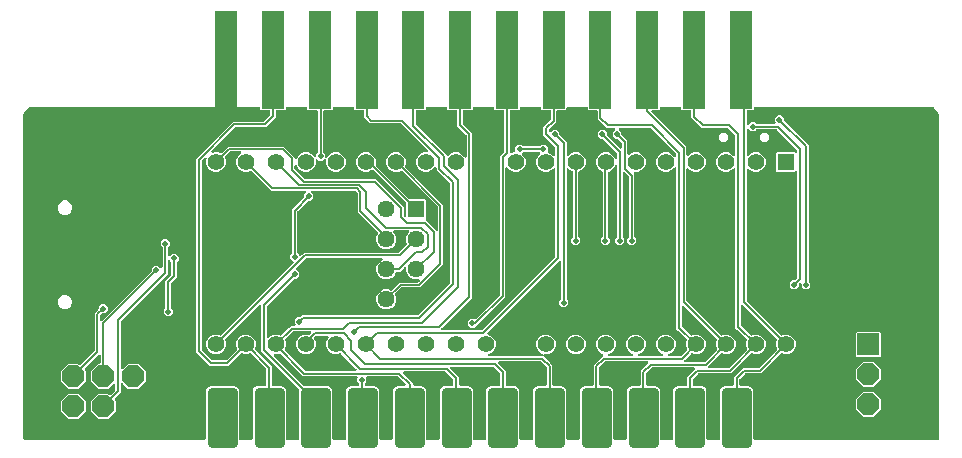
<source format=gtl>
G04 EAGLE Gerber RS-274X export*
G75*
%MOMM*%
%FSLAX34Y34*%
%LPD*%
%INTop Copper*%
%IPPOS*%
%AMOC8*
5,1,8,0,0,1.08239X$1,22.5*%
G01*
%ADD10R,1.411200X1.411200*%
%ADD11C,1.411200*%
%ADD12C,0.762000*%
%ADD13R,1.828800X1.828800*%
%ADD14P,1.979475X8X292.500000*%
%ADD15R,1.440000X1.440000*%
%ADD16C,1.440000*%
%ADD17P,2.034460X8X22.500000*%
%ADD18R,1.905000X8.255000*%
%ADD19C,0.203200*%
%ADD20C,0.502400*%
%ADD21C,0.127000*%

G36*
X135860Y8993D02*
X135860Y8993D01*
X135918Y8991D01*
X136000Y9013D01*
X136084Y9025D01*
X136137Y9048D01*
X136193Y9063D01*
X136266Y9106D01*
X136343Y9141D01*
X136388Y9179D01*
X136438Y9208D01*
X136496Y9270D01*
X136560Y9324D01*
X136592Y9373D01*
X136632Y9416D01*
X136671Y9491D01*
X136718Y9561D01*
X136735Y9617D01*
X136762Y9669D01*
X136773Y9737D01*
X136803Y9832D01*
X136806Y9932D01*
X136817Y10000D01*
X136817Y50701D01*
X137591Y52568D01*
X139020Y53997D01*
X140887Y54771D01*
X160689Y54771D01*
X162556Y53997D01*
X163985Y52568D01*
X164759Y50701D01*
X164759Y10000D01*
X164767Y9942D01*
X164765Y9884D01*
X164787Y9802D01*
X164799Y9718D01*
X164822Y9665D01*
X164837Y9609D01*
X164880Y9536D01*
X164915Y9459D01*
X164953Y9414D01*
X164982Y9364D01*
X165044Y9306D01*
X165098Y9242D01*
X165147Y9210D01*
X165190Y9170D01*
X165265Y9131D01*
X165335Y9084D01*
X165391Y9067D01*
X165443Y9040D01*
X165511Y9029D01*
X165606Y8999D01*
X165706Y8996D01*
X165774Y8985D01*
X175402Y8985D01*
X175460Y8993D01*
X175518Y8991D01*
X175600Y9013D01*
X175684Y9025D01*
X175737Y9048D01*
X175793Y9063D01*
X175866Y9106D01*
X175943Y9141D01*
X175988Y9179D01*
X176038Y9208D01*
X176096Y9270D01*
X176160Y9324D01*
X176192Y9373D01*
X176232Y9416D01*
X176271Y9491D01*
X176318Y9561D01*
X176335Y9617D01*
X176362Y9669D01*
X176373Y9737D01*
X176403Y9832D01*
X176406Y9932D01*
X176417Y10000D01*
X176417Y50701D01*
X177191Y52568D01*
X178620Y53997D01*
X180487Y54771D01*
X187086Y54771D01*
X187144Y54779D01*
X187202Y54777D01*
X187284Y54799D01*
X187368Y54811D01*
X187421Y54834D01*
X187477Y54849D01*
X187550Y54892D01*
X187627Y54927D01*
X187672Y54965D01*
X187722Y54994D01*
X187780Y55056D01*
X187844Y55110D01*
X187876Y55159D01*
X187916Y55202D01*
X187955Y55277D01*
X188002Y55347D01*
X188019Y55403D01*
X188046Y55455D01*
X188057Y55523D01*
X188087Y55618D01*
X188090Y55718D01*
X188101Y55786D01*
X188101Y68694D01*
X188089Y68781D01*
X188086Y68868D01*
X188069Y68921D01*
X188061Y68976D01*
X188026Y69056D01*
X187999Y69139D01*
X187971Y69178D01*
X187945Y69235D01*
X187849Y69348D01*
X187804Y69412D01*
X175366Y81850D01*
X175365Y81851D01*
X175364Y81852D01*
X175254Y81935D01*
X175139Y82021D01*
X175137Y82022D01*
X175136Y82023D01*
X175007Y82071D01*
X174873Y82122D01*
X174872Y82122D01*
X174870Y82123D01*
X174726Y82135D01*
X174590Y82146D01*
X174588Y82146D01*
X174587Y82146D01*
X174571Y82142D01*
X174311Y82090D01*
X174284Y82076D01*
X174260Y82070D01*
X172456Y81323D01*
X169144Y81323D01*
X167340Y82070D01*
X167339Y82071D01*
X167338Y82071D01*
X167203Y82106D01*
X167065Y82141D01*
X167064Y82141D01*
X167062Y82141D01*
X166921Y82137D01*
X166781Y82133D01*
X166779Y82133D01*
X166778Y82132D01*
X166645Y82090D01*
X166510Y82046D01*
X166509Y82045D01*
X166507Y82045D01*
X166495Y82036D01*
X166274Y81888D01*
X166254Y81865D01*
X166234Y81850D01*
X157734Y73350D01*
X156097Y71713D01*
X140053Y71713D01*
X128713Y83053D01*
X128713Y246947D01*
X158416Y276650D01*
X160053Y278287D01*
X185632Y278287D01*
X185719Y278299D01*
X185806Y278302D01*
X185859Y278319D01*
X185914Y278327D01*
X185994Y278362D01*
X186077Y278389D01*
X186116Y278417D01*
X186173Y278443D01*
X186286Y278539D01*
X186350Y278584D01*
X191216Y283450D01*
X191268Y283520D01*
X191328Y283584D01*
X191354Y283633D01*
X191387Y283677D01*
X191418Y283759D01*
X191458Y283837D01*
X191466Y283884D01*
X191488Y283943D01*
X191500Y284090D01*
X191513Y284168D01*
X191513Y286979D01*
X191505Y287037D01*
X191507Y287095D01*
X191485Y287177D01*
X191473Y287261D01*
X191450Y287314D01*
X191435Y287370D01*
X191392Y287443D01*
X191357Y287520D01*
X191319Y287565D01*
X191290Y287615D01*
X191228Y287673D01*
X191174Y287737D01*
X191125Y287769D01*
X191082Y287809D01*
X191007Y287848D01*
X190937Y287895D01*
X190881Y287912D01*
X190829Y287939D01*
X190761Y287950D01*
X190666Y287980D01*
X190566Y287983D01*
X190498Y287994D01*
X183749Y287994D01*
X183004Y288739D01*
X183004Y290000D01*
X182996Y290058D01*
X182998Y290116D01*
X182976Y290198D01*
X182964Y290282D01*
X182941Y290335D01*
X182926Y290391D01*
X182883Y290464D01*
X182848Y290541D01*
X182810Y290586D01*
X182781Y290636D01*
X182719Y290694D01*
X182665Y290758D01*
X182616Y290790D01*
X182573Y290830D01*
X182498Y290869D01*
X182428Y290916D01*
X182372Y290933D01*
X182320Y290960D01*
X182252Y290971D01*
X182157Y291001D01*
X182057Y291004D01*
X181989Y291015D01*
X-11116Y291015D01*
X-11146Y291011D01*
X-11177Y291013D01*
X-11254Y290996D01*
X-11397Y290975D01*
X-11456Y290949D01*
X-11504Y290938D01*
X-13069Y290290D01*
X-13095Y290274D01*
X-13125Y290265D01*
X-13188Y290219D01*
X-13314Y290145D01*
X-13358Y290098D01*
X-13398Y290070D01*
X-16070Y287398D01*
X-16088Y287373D01*
X-16112Y287353D01*
X-16154Y287286D01*
X-16241Y287171D01*
X-16264Y287111D01*
X-16290Y287069D01*
X-17736Y283578D01*
X-17807Y283302D01*
X-17807Y283295D01*
X-17808Y283289D01*
X-17994Y281400D01*
X-17992Y281343D01*
X-17999Y281300D01*
X-17999Y10000D01*
X-17991Y9942D01*
X-17993Y9884D01*
X-17971Y9802D01*
X-17959Y9718D01*
X-17936Y9665D01*
X-17921Y9609D01*
X-17878Y9536D01*
X-17843Y9459D01*
X-17805Y9414D01*
X-17776Y9364D01*
X-17714Y9306D01*
X-17660Y9242D01*
X-17611Y9210D01*
X-17568Y9170D01*
X-17493Y9131D01*
X-17423Y9084D01*
X-17367Y9067D01*
X-17315Y9040D01*
X-17247Y9029D01*
X-17152Y8999D01*
X-17052Y8996D01*
X-16984Y8985D01*
X135802Y8985D01*
X135860Y8993D01*
G37*
G36*
X757042Y8993D02*
X757042Y8993D01*
X757100Y8991D01*
X757182Y9013D01*
X757266Y9025D01*
X757319Y9049D01*
X757375Y9063D01*
X757448Y9106D01*
X757525Y9141D01*
X757570Y9179D01*
X757620Y9209D01*
X757678Y9270D01*
X757742Y9325D01*
X757774Y9373D01*
X757814Y9416D01*
X757853Y9491D01*
X757900Y9561D01*
X757917Y9617D01*
X757944Y9669D01*
X757955Y9737D01*
X757985Y9832D01*
X757988Y9932D01*
X757999Y10000D01*
X757999Y281300D01*
X757991Y281356D01*
X757994Y281400D01*
X757808Y283289D01*
X757741Y283565D01*
X757737Y283572D01*
X757736Y283578D01*
X756290Y287069D01*
X756274Y287095D01*
X756265Y287125D01*
X756219Y287189D01*
X756145Y287313D01*
X756099Y287358D01*
X756070Y287398D01*
X753398Y290070D01*
X753373Y290088D01*
X753353Y290112D01*
X753287Y290154D01*
X753171Y290241D01*
X753111Y290264D01*
X753069Y290290D01*
X751504Y290938D01*
X751474Y290946D01*
X751447Y290960D01*
X751369Y290973D01*
X751229Y291009D01*
X751165Y291007D01*
X751116Y291015D01*
X601611Y291015D01*
X601553Y291007D01*
X601495Y291009D01*
X601413Y290987D01*
X601329Y290975D01*
X601276Y290952D01*
X601220Y290937D01*
X601147Y290894D01*
X601070Y290859D01*
X601025Y290821D01*
X600975Y290792D01*
X600917Y290730D01*
X600853Y290676D01*
X600821Y290627D01*
X600781Y290584D01*
X600742Y290509D01*
X600695Y290439D01*
X600678Y290383D01*
X600651Y290331D01*
X600640Y290263D01*
X600610Y290168D01*
X600607Y290068D01*
X600596Y290000D01*
X600596Y288739D01*
X599851Y287994D01*
X595802Y287994D01*
X595744Y287986D01*
X595686Y287988D01*
X595604Y287966D01*
X595520Y287954D01*
X595467Y287931D01*
X595411Y287916D01*
X595338Y287873D01*
X595261Y287838D01*
X595216Y287800D01*
X595166Y287771D01*
X595108Y287709D01*
X595044Y287655D01*
X595012Y287606D01*
X594972Y287563D01*
X594933Y287488D01*
X594886Y287418D01*
X594869Y287362D01*
X594842Y287310D01*
X594831Y287242D01*
X594801Y287147D01*
X594798Y287047D01*
X594787Y286979D01*
X594787Y276623D01*
X594791Y276594D01*
X594788Y276565D01*
X594811Y276454D01*
X594827Y276342D01*
X594839Y276315D01*
X594844Y276286D01*
X594897Y276186D01*
X594943Y276082D01*
X594962Y276060D01*
X594975Y276034D01*
X595053Y275952D01*
X595126Y275865D01*
X595151Y275849D01*
X595171Y275828D01*
X595269Y275771D01*
X595363Y275708D01*
X595391Y275699D01*
X595416Y275684D01*
X595526Y275656D01*
X595634Y275622D01*
X595664Y275621D01*
X595692Y275614D01*
X595805Y275618D01*
X595918Y275615D01*
X595947Y275622D01*
X595976Y275623D01*
X596084Y275658D01*
X596193Y275687D01*
X596219Y275702D01*
X596247Y275711D01*
X596310Y275756D01*
X596438Y275832D01*
X596481Y275877D01*
X596520Y275905D01*
X598433Y277819D01*
X601567Y277819D01*
X602766Y276620D01*
X602835Y276568D01*
X602899Y276508D01*
X602949Y276482D01*
X602993Y276449D01*
X603074Y276418D01*
X603152Y276378D01*
X603200Y276370D01*
X603258Y276348D01*
X603406Y276336D01*
X603483Y276323D01*
X618377Y276323D01*
X618406Y276327D01*
X618435Y276324D01*
X618546Y276347D01*
X618658Y276363D01*
X618685Y276375D01*
X618714Y276380D01*
X618814Y276433D01*
X618918Y276479D01*
X618940Y276498D01*
X618966Y276511D01*
X619048Y276589D01*
X619135Y276662D01*
X619151Y276687D01*
X619172Y276707D01*
X619229Y276805D01*
X619292Y276899D01*
X619301Y276927D01*
X619316Y276952D01*
X619344Y277062D01*
X619378Y277170D01*
X619379Y277200D01*
X619386Y277228D01*
X619382Y277341D01*
X619385Y277454D01*
X619378Y277483D01*
X619377Y277512D01*
X619342Y277620D01*
X619313Y277729D01*
X619298Y277755D01*
X619289Y277783D01*
X619244Y277847D01*
X619168Y277974D01*
X619123Y278017D01*
X619095Y278056D01*
X618717Y278433D01*
X618717Y281567D01*
X620933Y283783D01*
X624067Y283783D01*
X626283Y281567D01*
X626283Y279872D01*
X626295Y279785D01*
X626298Y279698D01*
X626315Y279645D01*
X626323Y279590D01*
X626358Y279510D01*
X626385Y279427D01*
X626413Y279388D01*
X626439Y279331D01*
X626535Y279218D01*
X626580Y279154D01*
X647287Y258447D01*
X647287Y143483D01*
X647299Y143397D01*
X647302Y143309D01*
X647319Y143257D01*
X647327Y143202D01*
X647362Y143122D01*
X647389Y143039D01*
X647417Y143000D01*
X647443Y142942D01*
X647539Y142829D01*
X647584Y142766D01*
X648783Y141567D01*
X648783Y138433D01*
X646567Y136217D01*
X643433Y136217D01*
X641217Y138433D01*
X641217Y140532D01*
X641213Y140561D01*
X641216Y140591D01*
X641193Y140702D01*
X641177Y140814D01*
X641165Y140841D01*
X641160Y140869D01*
X641108Y140970D01*
X641061Y141073D01*
X641042Y141096D01*
X641029Y141122D01*
X640951Y141204D01*
X640878Y141290D01*
X640853Y141306D01*
X640833Y141328D01*
X640735Y141385D01*
X640641Y141448D01*
X640613Y141457D01*
X640588Y141472D01*
X640478Y141499D01*
X640370Y141534D01*
X640341Y141534D01*
X640312Y141542D01*
X640199Y141538D01*
X640086Y141541D01*
X640057Y141533D01*
X640028Y141533D01*
X639920Y141498D01*
X639811Y141469D01*
X639785Y141454D01*
X639757Y141445D01*
X639693Y141399D01*
X639566Y141324D01*
X639523Y141278D01*
X639484Y141250D01*
X639080Y140846D01*
X639028Y140776D01*
X638968Y140712D01*
X638942Y140663D01*
X638909Y140619D01*
X638878Y140537D01*
X638838Y140459D01*
X638830Y140412D01*
X638808Y140353D01*
X638796Y140206D01*
X638783Y140128D01*
X638783Y138433D01*
X636567Y136217D01*
X633433Y136217D01*
X631217Y138433D01*
X631217Y141567D01*
X633433Y143783D01*
X635128Y143783D01*
X635215Y143795D01*
X635302Y143798D01*
X635355Y143815D01*
X635410Y143823D01*
X635490Y143858D01*
X635573Y143885D01*
X635612Y143913D01*
X635669Y143939D01*
X635782Y144035D01*
X635846Y144080D01*
X637416Y145650D01*
X637468Y145720D01*
X637528Y145784D01*
X637554Y145833D01*
X637587Y145877D01*
X637618Y145959D01*
X637658Y146037D01*
X637666Y146084D01*
X637688Y146143D01*
X637700Y146290D01*
X637713Y146368D01*
X637713Y235303D01*
X637709Y235332D01*
X637712Y235361D01*
X637689Y235473D01*
X637673Y235585D01*
X637661Y235611D01*
X637656Y235640D01*
X637603Y235741D01*
X637557Y235844D01*
X637538Y235866D01*
X637525Y235893D01*
X637447Y235975D01*
X637374Y236061D01*
X637349Y236077D01*
X637329Y236099D01*
X637231Y236156D01*
X637137Y236219D01*
X637109Y236228D01*
X637084Y236242D01*
X636974Y236270D01*
X636866Y236304D01*
X636836Y236305D01*
X636808Y236312D01*
X636695Y236309D01*
X636582Y236312D01*
X636553Y236304D01*
X636524Y236303D01*
X636416Y236268D01*
X636307Y236240D01*
X636281Y236225D01*
X636253Y236216D01*
X636189Y236170D01*
X636062Y236095D01*
X636019Y236049D01*
X635980Y236021D01*
X635582Y235623D01*
X620418Y235623D01*
X619673Y236368D01*
X619673Y251532D01*
X620418Y252277D01*
X635582Y252277D01*
X635980Y251879D01*
X636004Y251861D01*
X636023Y251839D01*
X636117Y251776D01*
X636207Y251708D01*
X636235Y251698D01*
X636259Y251681D01*
X636367Y251647D01*
X636473Y251607D01*
X636502Y251604D01*
X636530Y251596D01*
X636644Y251593D01*
X636756Y251583D01*
X636785Y251589D01*
X636814Y251588D01*
X636924Y251617D01*
X637035Y251639D01*
X637061Y251653D01*
X637089Y251660D01*
X637187Y251718D01*
X637287Y251770D01*
X637309Y251790D01*
X637334Y251805D01*
X637411Y251888D01*
X637493Y251966D01*
X637508Y251991D01*
X637528Y252013D01*
X637580Y252114D01*
X637637Y252211D01*
X637644Y252240D01*
X637658Y252266D01*
X637671Y252343D01*
X637707Y252487D01*
X637705Y252549D01*
X637713Y252597D01*
X637713Y253632D01*
X637701Y253719D01*
X637698Y253806D01*
X637681Y253859D01*
X637673Y253914D01*
X637638Y253994D01*
X637611Y254077D01*
X637583Y254116D01*
X637557Y254173D01*
X637482Y254262D01*
X637462Y254296D01*
X637440Y254316D01*
X637416Y254350D01*
X620314Y271452D01*
X620244Y271504D01*
X620180Y271564D01*
X620131Y271590D01*
X620087Y271623D01*
X620005Y271654D01*
X619927Y271694D01*
X619880Y271702D01*
X619821Y271724D01*
X619674Y271736D01*
X619596Y271749D01*
X603483Y271749D01*
X603397Y271737D01*
X603309Y271734D01*
X603257Y271717D01*
X603202Y271709D01*
X603122Y271674D01*
X603039Y271647D01*
X603000Y271619D01*
X602942Y271593D01*
X602829Y271497D01*
X602766Y271452D01*
X601567Y270253D01*
X598433Y270253D01*
X596520Y272167D01*
X596496Y272184D01*
X596477Y272207D01*
X596383Y272269D01*
X596293Y272337D01*
X596265Y272348D01*
X596241Y272364D01*
X596133Y272398D01*
X596027Y272439D01*
X595998Y272441D01*
X595970Y272450D01*
X595856Y272453D01*
X595744Y272462D01*
X595715Y272456D01*
X595686Y272457D01*
X595576Y272429D01*
X595465Y272406D01*
X595439Y272393D01*
X595411Y272385D01*
X595313Y272328D01*
X595213Y272275D01*
X595191Y272255D01*
X595166Y272240D01*
X595089Y272158D01*
X595007Y272080D01*
X594992Y272054D01*
X594972Y272033D01*
X594920Y271932D01*
X594863Y271834D01*
X594856Y271806D01*
X594842Y271780D01*
X594829Y271702D01*
X594793Y271559D01*
X594795Y271496D01*
X594787Y271449D01*
X594787Y250364D01*
X594791Y250334D01*
X594788Y250305D01*
X594811Y250194D01*
X594827Y250082D01*
X594839Y250055D01*
X594844Y250027D01*
X594897Y249926D01*
X594943Y249823D01*
X594962Y249800D01*
X594975Y249774D01*
X595053Y249692D01*
X595126Y249606D01*
X595151Y249589D01*
X595171Y249568D01*
X595269Y249511D01*
X595363Y249448D01*
X595391Y249439D01*
X595416Y249424D01*
X595526Y249397D01*
X595634Y249362D01*
X595664Y249362D01*
X595692Y249354D01*
X595805Y249358D01*
X595918Y249355D01*
X595947Y249362D01*
X595976Y249363D01*
X596084Y249398D01*
X596193Y249427D01*
X596219Y249442D01*
X596247Y249451D01*
X596311Y249496D01*
X596438Y249572D01*
X596481Y249618D01*
X596520Y249646D01*
X597883Y251009D01*
X600944Y252277D01*
X604256Y252277D01*
X607317Y251009D01*
X609659Y248667D01*
X610927Y245606D01*
X610927Y242294D01*
X609659Y239233D01*
X607317Y236891D01*
X604256Y235623D01*
X600944Y235623D01*
X597883Y236891D01*
X596520Y238254D01*
X596496Y238272D01*
X596477Y238294D01*
X596383Y238357D01*
X596293Y238425D01*
X596265Y238436D01*
X596241Y238452D01*
X596133Y238486D01*
X596027Y238526D01*
X595998Y238529D01*
X595970Y238538D01*
X595856Y238541D01*
X595744Y238550D01*
X595715Y238544D01*
X595686Y238545D01*
X595576Y238516D01*
X595465Y238494D01*
X595439Y238481D01*
X595411Y238473D01*
X595313Y238416D01*
X595213Y238363D01*
X595191Y238343D01*
X595166Y238328D01*
X595089Y238245D01*
X595007Y238167D01*
X594992Y238142D01*
X594972Y238121D01*
X594920Y238020D01*
X594863Y237922D01*
X594856Y237894D01*
X594842Y237868D01*
X594829Y237790D01*
X594793Y237647D01*
X594795Y237584D01*
X594787Y237536D01*
X594787Y126518D01*
X594799Y126431D01*
X594802Y126344D01*
X594819Y126291D01*
X594827Y126236D01*
X594862Y126156D01*
X594889Y126073D01*
X594917Y126034D01*
X594943Y125977D01*
X595039Y125864D01*
X595084Y125800D01*
X623434Y97450D01*
X623435Y97449D01*
X623436Y97448D01*
X623549Y97363D01*
X623661Y97279D01*
X623663Y97278D01*
X623664Y97277D01*
X623796Y97228D01*
X623927Y97178D01*
X623928Y97178D01*
X623930Y97177D01*
X624074Y97165D01*
X624210Y97154D01*
X624212Y97154D01*
X624213Y97154D01*
X624229Y97158D01*
X624489Y97210D01*
X624516Y97224D01*
X624540Y97230D01*
X626344Y97977D01*
X629656Y97977D01*
X632717Y96709D01*
X635059Y94367D01*
X636327Y91306D01*
X636327Y87994D01*
X635059Y84933D01*
X632717Y82591D01*
X629656Y81323D01*
X626344Y81323D01*
X624540Y82070D01*
X624539Y82071D01*
X624538Y82071D01*
X624403Y82106D01*
X624265Y82141D01*
X624264Y82141D01*
X624262Y82141D01*
X624121Y82137D01*
X623981Y82133D01*
X623979Y82133D01*
X623978Y82132D01*
X623845Y82090D01*
X623710Y82046D01*
X623709Y82045D01*
X623707Y82045D01*
X623695Y82036D01*
X623474Y81888D01*
X623454Y81865D01*
X623434Y81850D01*
X608434Y66850D01*
X606797Y65213D01*
X594106Y65213D01*
X594019Y65201D01*
X593932Y65198D01*
X593879Y65181D01*
X593824Y65173D01*
X593744Y65138D01*
X593661Y65111D01*
X593622Y65083D01*
X593565Y65057D01*
X593452Y64961D01*
X593388Y64916D01*
X588972Y60500D01*
X588920Y60430D01*
X588860Y60366D01*
X588834Y60317D01*
X588801Y60273D01*
X588770Y60191D01*
X588730Y60113D01*
X588722Y60066D01*
X588700Y60007D01*
X588694Y59931D01*
X588689Y59915D01*
X588687Y59857D01*
X588675Y59782D01*
X588675Y55786D01*
X588683Y55728D01*
X588681Y55670D01*
X588703Y55588D01*
X588715Y55504D01*
X588738Y55451D01*
X588753Y55395D01*
X588796Y55322D01*
X588831Y55245D01*
X588869Y55200D01*
X588898Y55150D01*
X588960Y55092D01*
X589014Y55028D01*
X589063Y54996D01*
X589106Y54956D01*
X589181Y54917D01*
X589251Y54870D01*
X589307Y54853D01*
X589359Y54826D01*
X589427Y54815D01*
X589522Y54785D01*
X589622Y54782D01*
X589690Y54771D01*
X596289Y54771D01*
X598156Y53997D01*
X599585Y52568D01*
X600359Y50701D01*
X600359Y10000D01*
X600367Y9942D01*
X600365Y9884D01*
X600387Y9802D01*
X600399Y9719D01*
X600422Y9665D01*
X600437Y9609D01*
X600480Y9536D01*
X600515Y9459D01*
X600553Y9414D01*
X600582Y9364D01*
X600644Y9306D01*
X600698Y9242D01*
X600747Y9210D01*
X600790Y9170D01*
X600865Y9131D01*
X600935Y9085D01*
X600991Y9067D01*
X601043Y9040D01*
X601111Y9029D01*
X601206Y8999D01*
X601306Y8996D01*
X601374Y8985D01*
X756984Y8985D01*
X757042Y8993D01*
G37*
G36*
X452660Y8993D02*
X452660Y8993D01*
X452718Y8991D01*
X452800Y9013D01*
X452884Y9025D01*
X452937Y9049D01*
X452993Y9063D01*
X453066Y9106D01*
X453143Y9141D01*
X453188Y9179D01*
X453238Y9209D01*
X453296Y9270D01*
X453360Y9325D01*
X453392Y9373D01*
X453432Y9416D01*
X453471Y9491D01*
X453518Y9561D01*
X453535Y9617D01*
X453562Y9669D01*
X453573Y9737D01*
X453603Y9832D01*
X453606Y9932D01*
X453617Y10000D01*
X453617Y50701D01*
X454391Y52568D01*
X455820Y53997D01*
X457687Y54771D01*
X464198Y54771D01*
X464256Y54779D01*
X464314Y54777D01*
X464396Y54799D01*
X464480Y54811D01*
X464533Y54834D01*
X464589Y54849D01*
X464662Y54892D01*
X464739Y54927D01*
X464784Y54965D01*
X464834Y54994D01*
X464892Y55056D01*
X464956Y55110D01*
X464988Y55159D01*
X465028Y55202D01*
X465067Y55277D01*
X465114Y55347D01*
X465131Y55403D01*
X465158Y55455D01*
X465169Y55523D01*
X465199Y55618D01*
X465202Y55718D01*
X465213Y55786D01*
X465213Y72097D01*
X473030Y79914D01*
X473038Y79920D01*
X473090Y79943D01*
X473156Y79998D01*
X473227Y80046D01*
X473264Y80090D01*
X473307Y80126D01*
X473355Y80198D01*
X473410Y80264D01*
X473433Y80316D01*
X473465Y80363D01*
X473491Y80445D01*
X473526Y80524D01*
X473533Y80580D01*
X473551Y80634D01*
X473553Y80720D01*
X473565Y80805D01*
X473556Y80861D01*
X473558Y80918D01*
X473536Y81001D01*
X473524Y81087D01*
X473500Y81138D01*
X473486Y81193D01*
X473442Y81267D01*
X473407Y81346D01*
X473370Y81389D01*
X473341Y81438D01*
X473278Y81497D01*
X473222Y81562D01*
X473180Y81588D01*
X473133Y81632D01*
X473004Y81698D01*
X472938Y81740D01*
X470883Y82591D01*
X468541Y84933D01*
X467273Y87994D01*
X467273Y91306D01*
X468541Y94367D01*
X470883Y96709D01*
X473944Y97977D01*
X477256Y97977D01*
X480317Y96709D01*
X482659Y94367D01*
X483927Y91306D01*
X483927Y87994D01*
X482659Y84933D01*
X480317Y82591D01*
X478262Y81740D01*
X478188Y81696D01*
X478110Y81661D01*
X478066Y81624D01*
X478017Y81595D01*
X477958Y81533D01*
X477893Y81477D01*
X477861Y81430D01*
X477822Y81389D01*
X477783Y81312D01*
X477735Y81241D01*
X477718Y81187D01*
X477692Y81136D01*
X477675Y81052D01*
X477649Y80970D01*
X477648Y80913D01*
X477637Y80857D01*
X477644Y80772D01*
X477642Y80686D01*
X477657Y80631D01*
X477661Y80574D01*
X477692Y80493D01*
X477714Y80411D01*
X477743Y80362D01*
X477763Y80309D01*
X477815Y80240D01*
X477859Y80166D01*
X477901Y80127D01*
X477935Y80082D01*
X478004Y80030D01*
X478067Y79972D01*
X478117Y79946D01*
X478163Y79912D01*
X478243Y79881D01*
X478320Y79842D01*
X478368Y79834D01*
X478429Y79811D01*
X478573Y79800D01*
X478651Y79787D01*
X497949Y79787D01*
X498034Y79799D01*
X498120Y79801D01*
X498174Y79819D01*
X498231Y79827D01*
X498309Y79862D01*
X498391Y79888D01*
X498438Y79920D01*
X498490Y79943D01*
X498556Y79998D01*
X498627Y80046D01*
X498664Y80090D01*
X498707Y80126D01*
X498755Y80198D01*
X498810Y80264D01*
X498833Y80316D01*
X498865Y80363D01*
X498891Y80445D01*
X498926Y80524D01*
X498933Y80580D01*
X498951Y80634D01*
X498953Y80720D01*
X498965Y80805D01*
X498956Y80861D01*
X498958Y80918D01*
X498936Y81001D01*
X498924Y81087D01*
X498900Y81138D01*
X498886Y81193D01*
X498842Y81267D01*
X498807Y81346D01*
X498770Y81389D01*
X498741Y81438D01*
X498678Y81497D01*
X498622Y81562D01*
X498580Y81588D01*
X498533Y81632D01*
X498404Y81698D01*
X498338Y81740D01*
X496283Y82591D01*
X493941Y84933D01*
X492673Y87994D01*
X492673Y91306D01*
X493941Y94367D01*
X496283Y96709D01*
X499344Y97977D01*
X502656Y97977D01*
X505717Y96709D01*
X508059Y94367D01*
X509327Y91306D01*
X509327Y87994D01*
X508059Y84933D01*
X505717Y82591D01*
X503662Y81740D01*
X503588Y81696D01*
X503510Y81661D01*
X503466Y81624D01*
X503417Y81595D01*
X503358Y81533D01*
X503293Y81477D01*
X503261Y81430D01*
X503222Y81389D01*
X503183Y81312D01*
X503135Y81241D01*
X503118Y81187D01*
X503092Y81136D01*
X503075Y81052D01*
X503049Y80970D01*
X503048Y80913D01*
X503037Y80857D01*
X503044Y80772D01*
X503042Y80686D01*
X503057Y80631D01*
X503061Y80574D01*
X503092Y80493D01*
X503114Y80411D01*
X503143Y80362D01*
X503163Y80309D01*
X503215Y80240D01*
X503259Y80166D01*
X503301Y80127D01*
X503335Y80082D01*
X503404Y80030D01*
X503467Y79972D01*
X503517Y79946D01*
X503563Y79912D01*
X503643Y79881D01*
X503720Y79842D01*
X503768Y79834D01*
X503829Y79811D01*
X503973Y79800D01*
X504051Y79787D01*
X523349Y79787D01*
X523434Y79799D01*
X523520Y79801D01*
X523574Y79819D01*
X523631Y79827D01*
X523709Y79862D01*
X523791Y79888D01*
X523838Y79920D01*
X523890Y79943D01*
X523956Y79998D01*
X524027Y80046D01*
X524064Y80090D01*
X524107Y80126D01*
X524155Y80198D01*
X524210Y80264D01*
X524233Y80316D01*
X524265Y80363D01*
X524291Y80445D01*
X524326Y80524D01*
X524333Y80580D01*
X524351Y80634D01*
X524353Y80720D01*
X524365Y80805D01*
X524356Y80861D01*
X524358Y80918D01*
X524336Y81001D01*
X524324Y81087D01*
X524300Y81138D01*
X524286Y81193D01*
X524242Y81267D01*
X524207Y81346D01*
X524170Y81389D01*
X524141Y81438D01*
X524078Y81497D01*
X524022Y81562D01*
X523980Y81588D01*
X523933Y81632D01*
X523804Y81698D01*
X523738Y81740D01*
X521683Y82591D01*
X519341Y84933D01*
X518073Y87994D01*
X518073Y91306D01*
X519341Y94367D01*
X521683Y96709D01*
X524744Y97977D01*
X528056Y97977D01*
X531117Y96709D01*
X533459Y94367D01*
X534727Y91306D01*
X534727Y87994D01*
X533459Y84933D01*
X531117Y82591D01*
X529062Y81740D01*
X528988Y81696D01*
X528910Y81661D01*
X528866Y81624D01*
X528817Y81595D01*
X528758Y81533D01*
X528693Y81477D01*
X528661Y81430D01*
X528622Y81389D01*
X528583Y81312D01*
X528535Y81241D01*
X528518Y81187D01*
X528492Y81136D01*
X528475Y81052D01*
X528449Y80970D01*
X528448Y80913D01*
X528437Y80857D01*
X528444Y80772D01*
X528442Y80686D01*
X528457Y80631D01*
X528461Y80574D01*
X528492Y80493D01*
X528514Y80411D01*
X528543Y80362D01*
X528563Y80309D01*
X528615Y80240D01*
X528659Y80166D01*
X528701Y80127D01*
X528735Y80082D01*
X528804Y80030D01*
X528867Y79972D01*
X528917Y79946D01*
X528963Y79912D01*
X529043Y79881D01*
X529120Y79842D01*
X529168Y79834D01*
X529229Y79811D01*
X529373Y79800D01*
X529451Y79787D01*
X538282Y79787D01*
X538369Y79799D01*
X538456Y79802D01*
X538509Y79819D01*
X538564Y79827D01*
X538644Y79862D01*
X538727Y79889D01*
X538766Y79917D01*
X538823Y79943D01*
X538936Y80039D01*
X539000Y80084D01*
X544000Y85084D01*
X544001Y85085D01*
X544002Y85086D01*
X544085Y85196D01*
X544171Y85311D01*
X544172Y85313D01*
X544173Y85314D01*
X544222Y85446D01*
X544272Y85577D01*
X544272Y85578D01*
X544273Y85580D01*
X544285Y85724D01*
X544296Y85860D01*
X544296Y85862D01*
X544296Y85863D01*
X544292Y85879D01*
X544240Y86139D01*
X544226Y86166D01*
X544220Y86190D01*
X543473Y87994D01*
X543473Y91306D01*
X544220Y93110D01*
X544221Y93111D01*
X544221Y93112D01*
X544256Y93247D01*
X544291Y93385D01*
X544291Y93386D01*
X544291Y93388D01*
X544287Y93529D01*
X544283Y93669D01*
X544283Y93671D01*
X544282Y93672D01*
X544240Y93805D01*
X544196Y93940D01*
X544195Y93941D01*
X544195Y93943D01*
X544186Y93955D01*
X544038Y94176D01*
X544015Y94196D01*
X544000Y94216D01*
X536850Y101366D01*
X535213Y103003D01*
X535213Y238536D01*
X535209Y238566D01*
X535212Y238595D01*
X535189Y238706D01*
X535173Y238818D01*
X535161Y238845D01*
X535156Y238873D01*
X535103Y238974D01*
X535057Y239077D01*
X535038Y239100D01*
X535025Y239126D01*
X534947Y239208D01*
X534874Y239294D01*
X534849Y239311D01*
X534829Y239332D01*
X534731Y239389D01*
X534637Y239452D01*
X534609Y239461D01*
X534584Y239476D01*
X534474Y239503D01*
X534366Y239538D01*
X534336Y239538D01*
X534308Y239546D01*
X534195Y239542D01*
X534082Y239545D01*
X534053Y239538D01*
X534024Y239537D01*
X533916Y239502D01*
X533807Y239473D01*
X533781Y239458D01*
X533753Y239449D01*
X533690Y239404D01*
X533562Y239328D01*
X533519Y239282D01*
X533480Y239254D01*
X531117Y236891D01*
X528056Y235623D01*
X524744Y235623D01*
X521683Y236891D01*
X519341Y239233D01*
X518073Y242294D01*
X518073Y245606D01*
X519341Y248667D01*
X521683Y251009D01*
X524744Y252277D01*
X528056Y252277D01*
X531117Y251009D01*
X533480Y248646D01*
X533504Y248628D01*
X533523Y248606D01*
X533617Y248543D01*
X533707Y248475D01*
X533735Y248464D01*
X533759Y248448D01*
X533867Y248414D01*
X533973Y248374D01*
X534002Y248371D01*
X534030Y248362D01*
X534144Y248359D01*
X534256Y248350D01*
X534285Y248356D01*
X534314Y248355D01*
X534424Y248384D01*
X534535Y248406D01*
X534561Y248419D01*
X534589Y248427D01*
X534687Y248485D01*
X534787Y248537D01*
X534809Y248557D01*
X534834Y248572D01*
X534911Y248655D01*
X534993Y248733D01*
X535008Y248758D01*
X535028Y248779D01*
X535080Y248880D01*
X535137Y248978D01*
X535144Y249006D01*
X535158Y249032D01*
X535171Y249110D01*
X535207Y249253D01*
X535205Y249316D01*
X535213Y249364D01*
X535213Y250632D01*
X535205Y250687D01*
X535207Y250731D01*
X535200Y250756D01*
X535198Y250806D01*
X535181Y250859D01*
X535173Y250914D01*
X535138Y250992D01*
X535135Y251006D01*
X535133Y251009D01*
X535111Y251077D01*
X535083Y251116D01*
X535057Y251173D01*
X534961Y251286D01*
X534916Y251350D01*
X513850Y272416D01*
X513780Y272468D01*
X513716Y272528D01*
X513667Y272554D01*
X513623Y272587D01*
X513541Y272618D01*
X513463Y272658D01*
X513416Y272666D01*
X513357Y272688D01*
X513210Y272700D01*
X513132Y272713D01*
X487587Y272713D01*
X487558Y272709D01*
X487529Y272712D01*
X487418Y272689D01*
X487306Y272673D01*
X487279Y272661D01*
X487250Y272656D01*
X487150Y272603D01*
X487046Y272557D01*
X487024Y272538D01*
X486998Y272525D01*
X486916Y272447D01*
X486829Y272374D01*
X486813Y272349D01*
X486792Y272329D01*
X486735Y272231D01*
X486672Y272137D01*
X486663Y272109D01*
X486648Y272084D01*
X486620Y271974D01*
X486586Y271866D01*
X486585Y271836D01*
X486578Y271808D01*
X486582Y271695D01*
X486579Y271582D01*
X486586Y271553D01*
X486587Y271524D01*
X486622Y271416D01*
X486651Y271307D01*
X486666Y271281D01*
X486675Y271253D01*
X486720Y271190D01*
X486796Y271062D01*
X486841Y271019D01*
X486869Y270980D01*
X488783Y269067D01*
X488783Y267372D01*
X488795Y267285D01*
X488798Y267198D01*
X488815Y267145D01*
X488823Y267090D01*
X488858Y267010D01*
X488885Y266927D01*
X488913Y266888D01*
X488939Y266831D01*
X489035Y266718D01*
X489080Y266654D01*
X493787Y261947D01*
X493787Y250964D01*
X493791Y250934D01*
X493788Y250905D01*
X493811Y250794D01*
X493827Y250682D01*
X493839Y250655D01*
X493844Y250627D01*
X493897Y250526D01*
X493943Y250423D01*
X493962Y250400D01*
X493975Y250374D01*
X494053Y250292D01*
X494126Y250206D01*
X494151Y250189D01*
X494171Y250168D01*
X494269Y250111D01*
X494363Y250048D01*
X494391Y250039D01*
X494416Y250024D01*
X494526Y249996D01*
X494634Y249962D01*
X494664Y249962D01*
X494692Y249954D01*
X494805Y249958D01*
X494918Y249955D01*
X494947Y249962D01*
X494976Y249963D01*
X495084Y249998D01*
X495193Y250027D01*
X495219Y250042D01*
X495247Y250051D01*
X495311Y250096D01*
X495438Y250172D01*
X495481Y250218D01*
X495520Y250246D01*
X496283Y251009D01*
X499344Y252277D01*
X502656Y252277D01*
X505717Y251009D01*
X508059Y248667D01*
X509327Y245606D01*
X509327Y242294D01*
X508059Y239233D01*
X505717Y236891D01*
X502656Y235623D01*
X500062Y235623D01*
X500033Y235619D01*
X500003Y235622D01*
X499892Y235599D01*
X499780Y235583D01*
X499753Y235571D01*
X499725Y235566D01*
X499624Y235513D01*
X499521Y235467D01*
X499498Y235448D01*
X499472Y235435D01*
X499390Y235357D01*
X499304Y235284D01*
X499288Y235259D01*
X499266Y235239D01*
X499209Y235141D01*
X499146Y235047D01*
X499137Y235019D01*
X499122Y234994D01*
X499095Y234884D01*
X499060Y234776D01*
X499060Y234746D01*
X499052Y234718D01*
X499056Y234605D01*
X499053Y234492D01*
X499061Y234463D01*
X499061Y234434D01*
X499096Y234326D01*
X499125Y234217D01*
X499140Y234191D01*
X499149Y234163D01*
X499195Y234099D01*
X499270Y233972D01*
X499316Y233929D01*
X499344Y233890D01*
X499787Y233447D01*
X499787Y180983D01*
X499799Y180897D01*
X499802Y180809D01*
X499819Y180757D01*
X499827Y180702D01*
X499862Y180622D01*
X499889Y180539D01*
X499917Y180500D01*
X499943Y180442D01*
X500039Y180329D01*
X500084Y180266D01*
X501283Y179067D01*
X501283Y175933D01*
X499067Y173717D01*
X495933Y173717D01*
X493717Y175933D01*
X493717Y179067D01*
X494916Y180266D01*
X494968Y180335D01*
X495028Y180399D01*
X495054Y180449D01*
X495087Y180493D01*
X495118Y180574D01*
X495158Y180652D01*
X495166Y180700D01*
X495188Y180758D01*
X495200Y180906D01*
X495213Y180983D01*
X495213Y231132D01*
X495201Y231219D01*
X495198Y231306D01*
X495181Y231359D01*
X495173Y231414D01*
X495138Y231494D01*
X495111Y231577D01*
X495083Y231616D01*
X495057Y231673D01*
X494961Y231786D01*
X494916Y231850D01*
X491520Y235246D01*
X491496Y235264D01*
X491477Y235286D01*
X491383Y235349D01*
X491293Y235417D01*
X491265Y235428D01*
X491241Y235444D01*
X491133Y235478D01*
X491027Y235518D01*
X490998Y235521D01*
X490970Y235530D01*
X490856Y235533D01*
X490744Y235542D01*
X490715Y235536D01*
X490686Y235537D01*
X490576Y235508D01*
X490465Y235486D01*
X490439Y235472D01*
X490411Y235465D01*
X490313Y235407D01*
X490213Y235355D01*
X490191Y235335D01*
X490166Y235320D01*
X490089Y235237D01*
X490007Y235159D01*
X489992Y235134D01*
X489972Y235113D01*
X489920Y235012D01*
X489863Y234914D01*
X489856Y234886D01*
X489842Y234859D01*
X489829Y234782D01*
X489793Y234638D01*
X489795Y234576D01*
X489787Y234528D01*
X489787Y180983D01*
X489799Y180897D01*
X489802Y180809D01*
X489819Y180757D01*
X489827Y180702D01*
X489862Y180622D01*
X489889Y180539D01*
X489917Y180500D01*
X489943Y180442D01*
X490039Y180329D01*
X490084Y180266D01*
X491283Y179067D01*
X491283Y175933D01*
X489067Y173717D01*
X485933Y173717D01*
X483717Y175933D01*
X483717Y179067D01*
X484916Y180266D01*
X484968Y180335D01*
X485028Y180399D01*
X485054Y180449D01*
X485087Y180493D01*
X485118Y180574D01*
X485158Y180652D01*
X485166Y180700D01*
X485188Y180758D01*
X485200Y180906D01*
X485213Y180983D01*
X485213Y240296D01*
X485201Y240381D01*
X485199Y240467D01*
X485181Y240521D01*
X485173Y240577D01*
X485138Y240656D01*
X485112Y240737D01*
X485080Y240785D01*
X485057Y240837D01*
X485002Y240902D01*
X484954Y240974D01*
X484910Y241010D01*
X484874Y241054D01*
X484802Y241101D01*
X484736Y241157D01*
X484684Y241180D01*
X484637Y241211D01*
X484555Y241237D01*
X484476Y241272D01*
X484420Y241280D01*
X484366Y241297D01*
X484280Y241299D01*
X484195Y241311D01*
X484139Y241303D01*
X484082Y241304D01*
X483999Y241283D01*
X483913Y241270D01*
X483862Y241247D01*
X483807Y241232D01*
X483733Y241189D01*
X483654Y241153D01*
X483611Y241116D01*
X483562Y241087D01*
X483503Y241025D01*
X483438Y240969D01*
X483412Y240927D01*
X483368Y240880D01*
X483302Y240751D01*
X483260Y240684D01*
X482659Y239233D01*
X480317Y236891D01*
X477913Y235895D01*
X477912Y235895D01*
X477911Y235894D01*
X477790Y235823D01*
X477669Y235751D01*
X477668Y235750D01*
X477666Y235749D01*
X477568Y235645D01*
X477473Y235544D01*
X477473Y235543D01*
X477472Y235542D01*
X477407Y235416D01*
X477343Y235292D01*
X477343Y235290D01*
X477342Y235289D01*
X477340Y235274D01*
X477288Y235013D01*
X477291Y234982D01*
X477287Y234958D01*
X477287Y180983D01*
X477299Y180897D01*
X477302Y180809D01*
X477319Y180757D01*
X477327Y180702D01*
X477362Y180622D01*
X477389Y180539D01*
X477417Y180500D01*
X477443Y180442D01*
X477539Y180329D01*
X477584Y180266D01*
X478783Y179067D01*
X478783Y175933D01*
X476567Y173717D01*
X473433Y173717D01*
X471217Y175933D01*
X471217Y179067D01*
X472416Y180266D01*
X472468Y180335D01*
X472528Y180399D01*
X472554Y180449D01*
X472587Y180493D01*
X472618Y180574D01*
X472658Y180652D01*
X472666Y180700D01*
X472688Y180758D01*
X472700Y180906D01*
X472713Y180983D01*
X472713Y235455D01*
X472713Y235456D01*
X472713Y235458D01*
X472693Y235598D01*
X472673Y235736D01*
X472673Y235737D01*
X472673Y235739D01*
X472616Y235865D01*
X472557Y235995D01*
X472556Y235997D01*
X472555Y235998D01*
X472464Y236105D01*
X472374Y236212D01*
X472372Y236213D01*
X472371Y236215D01*
X472358Y236223D01*
X472137Y236370D01*
X472108Y236379D01*
X472087Y236393D01*
X470883Y236891D01*
X468541Y239233D01*
X467273Y242294D01*
X467273Y245606D01*
X468541Y248667D01*
X470883Y251009D01*
X473944Y252277D01*
X477256Y252277D01*
X480317Y251009D01*
X482659Y248667D01*
X483260Y247216D01*
X483304Y247142D01*
X483339Y247063D01*
X483376Y247020D01*
X483405Y246971D01*
X483467Y246912D01*
X483523Y246846D01*
X483570Y246815D01*
X483611Y246776D01*
X483688Y246736D01*
X483759Y246689D01*
X483813Y246672D01*
X483864Y246646D01*
X483948Y246629D01*
X484030Y246603D01*
X484087Y246602D01*
X484143Y246591D01*
X484228Y246598D01*
X484314Y246596D01*
X484369Y246610D01*
X484426Y246615D01*
X484507Y246646D01*
X484589Y246668D01*
X484638Y246697D01*
X484691Y246717D01*
X484760Y246769D01*
X484834Y246813D01*
X484873Y246854D01*
X484918Y246889D01*
X484970Y246957D01*
X485028Y247020D01*
X485054Y247071D01*
X485088Y247116D01*
X485119Y247197D01*
X485158Y247273D01*
X485166Y247322D01*
X485189Y247382D01*
X485200Y247527D01*
X485213Y247604D01*
X485213Y251132D01*
X485201Y251219D01*
X485198Y251306D01*
X485181Y251359D01*
X485173Y251414D01*
X485138Y251494D01*
X485111Y251577D01*
X485083Y251616D01*
X485057Y251673D01*
X484961Y251786D01*
X484916Y251850D01*
X473346Y263420D01*
X473276Y263472D01*
X473212Y263532D01*
X473163Y263558D01*
X473119Y263591D01*
X473037Y263622D01*
X472959Y263662D01*
X472912Y263670D01*
X472853Y263692D01*
X472706Y263704D01*
X472628Y263717D01*
X470933Y263717D01*
X468717Y265933D01*
X468717Y269067D01*
X470933Y271283D01*
X474067Y271283D01*
X476283Y269067D01*
X476283Y267372D01*
X476295Y267285D01*
X476298Y267198D01*
X476315Y267145D01*
X476323Y267090D01*
X476358Y267010D01*
X476385Y266927D01*
X476413Y266888D01*
X476439Y266831D01*
X476535Y266718D01*
X476580Y266654D01*
X487480Y255754D01*
X487504Y255736D01*
X487523Y255714D01*
X487617Y255651D01*
X487707Y255583D01*
X487735Y255572D01*
X487759Y255556D01*
X487867Y255522D01*
X487973Y255482D01*
X488002Y255479D01*
X488030Y255470D01*
X488144Y255467D01*
X488256Y255458D01*
X488285Y255464D01*
X488314Y255463D01*
X488424Y255492D01*
X488535Y255514D01*
X488561Y255528D01*
X488589Y255535D01*
X488687Y255593D01*
X488787Y255645D01*
X488809Y255665D01*
X488834Y255680D01*
X488911Y255763D01*
X488993Y255841D01*
X489008Y255866D01*
X489028Y255887D01*
X489080Y255988D01*
X489137Y256086D01*
X489144Y256114D01*
X489158Y256141D01*
X489171Y256218D01*
X489207Y256362D01*
X489205Y256424D01*
X489213Y256472D01*
X489213Y259632D01*
X489201Y259719D01*
X489198Y259806D01*
X489181Y259859D01*
X489173Y259914D01*
X489138Y259994D01*
X489111Y260077D01*
X489083Y260116D01*
X489057Y260173D01*
X488961Y260286D01*
X488916Y260350D01*
X485846Y263420D01*
X485776Y263472D01*
X485712Y263532D01*
X485663Y263558D01*
X485619Y263591D01*
X485537Y263622D01*
X485459Y263662D01*
X485412Y263670D01*
X485353Y263692D01*
X485206Y263704D01*
X485128Y263717D01*
X483433Y263717D01*
X481217Y265933D01*
X481217Y269067D01*
X483131Y270980D01*
X483148Y271004D01*
X483171Y271023D01*
X483233Y271117D01*
X483301Y271207D01*
X483312Y271235D01*
X483328Y271259D01*
X483362Y271367D01*
X483403Y271473D01*
X483405Y271502D01*
X483414Y271530D01*
X483417Y271644D01*
X483426Y271756D01*
X483420Y271785D01*
X483421Y271814D01*
X483393Y271924D01*
X483370Y272035D01*
X483357Y272061D01*
X483349Y272089D01*
X483292Y272187D01*
X483239Y272287D01*
X483219Y272309D01*
X483204Y272334D01*
X483122Y272411D01*
X483044Y272493D01*
X483018Y272508D01*
X482997Y272528D01*
X482896Y272580D01*
X482798Y272637D01*
X482770Y272644D01*
X482744Y272658D01*
X482666Y272671D01*
X482523Y272707D01*
X482460Y272705D01*
X482413Y272713D01*
X476553Y272713D01*
X468713Y280553D01*
X468713Y286979D01*
X468705Y287037D01*
X468707Y287095D01*
X468685Y287177D01*
X468673Y287261D01*
X468650Y287314D01*
X468635Y287370D01*
X468592Y287443D01*
X468557Y287520D01*
X468519Y287565D01*
X468490Y287615D01*
X468428Y287673D01*
X468374Y287737D01*
X468325Y287769D01*
X468282Y287809D01*
X468207Y287848D01*
X468137Y287895D01*
X468081Y287912D01*
X468029Y287939D01*
X467961Y287950D01*
X467866Y287980D01*
X467766Y287983D01*
X467698Y287994D01*
X460949Y287994D01*
X460204Y288739D01*
X460204Y290000D01*
X460196Y290058D01*
X460198Y290116D01*
X460176Y290198D01*
X460164Y290282D01*
X460141Y290335D01*
X460126Y290391D01*
X460083Y290464D01*
X460048Y290541D01*
X460010Y290586D01*
X459981Y290636D01*
X459919Y290694D01*
X459865Y290758D01*
X459816Y290790D01*
X459773Y290830D01*
X459698Y290869D01*
X459628Y290916D01*
X459572Y290933D01*
X459520Y290960D01*
X459452Y290971D01*
X459357Y291001D01*
X459257Y291004D01*
X459189Y291015D01*
X443211Y291015D01*
X443153Y291007D01*
X443095Y291009D01*
X443013Y290987D01*
X442929Y290975D01*
X442876Y290952D01*
X442820Y290937D01*
X442747Y290894D01*
X442670Y290859D01*
X442625Y290821D01*
X442575Y290792D01*
X442517Y290730D01*
X442453Y290676D01*
X442421Y290627D01*
X442381Y290584D01*
X442342Y290509D01*
X442295Y290439D01*
X442278Y290383D01*
X442251Y290331D01*
X442240Y290263D01*
X442210Y290168D01*
X442207Y290068D01*
X442196Y290000D01*
X442196Y288739D01*
X441451Y287994D01*
X434702Y287994D01*
X434644Y287986D01*
X434586Y287988D01*
X434504Y287966D01*
X434420Y287954D01*
X434367Y287931D01*
X434311Y287916D01*
X434238Y287873D01*
X434161Y287838D01*
X434116Y287800D01*
X434066Y287771D01*
X434008Y287709D01*
X433944Y287655D01*
X433912Y287606D01*
X433872Y287563D01*
X433833Y287488D01*
X433786Y287418D01*
X433769Y287362D01*
X433742Y287310D01*
X433731Y287242D01*
X433701Y287147D01*
X433698Y287047D01*
X433687Y286979D01*
X433687Y277953D01*
X427584Y271850D01*
X427532Y271780D01*
X427472Y271716D01*
X427446Y271667D01*
X427413Y271623D01*
X427382Y271541D01*
X427342Y271463D01*
X427334Y271416D01*
X427312Y271357D01*
X427300Y271210D01*
X427287Y271132D01*
X427287Y270087D01*
X427291Y270058D01*
X427288Y270029D01*
X427311Y269918D01*
X427327Y269806D01*
X427339Y269779D01*
X427344Y269750D01*
X427397Y269650D01*
X427443Y269546D01*
X427462Y269524D01*
X427475Y269498D01*
X427553Y269416D01*
X427626Y269329D01*
X427651Y269313D01*
X427671Y269292D01*
X427769Y269235D01*
X427863Y269172D01*
X427891Y269163D01*
X427916Y269148D01*
X428026Y269120D01*
X428134Y269086D01*
X428164Y269085D01*
X428192Y269078D01*
X428305Y269082D01*
X428418Y269079D01*
X428447Y269086D01*
X428476Y269087D01*
X428584Y269122D01*
X428693Y269151D01*
X428719Y269166D01*
X428747Y269175D01*
X428810Y269220D01*
X428938Y269296D01*
X428981Y269341D01*
X429020Y269369D01*
X430933Y271283D01*
X434067Y271283D01*
X436283Y269067D01*
X436283Y267372D01*
X436295Y267285D01*
X436298Y267198D01*
X436315Y267145D01*
X436323Y267090D01*
X436358Y267010D01*
X436385Y266927D01*
X436413Y266888D01*
X436439Y266831D01*
X436535Y266718D01*
X436580Y266654D01*
X442287Y260947D01*
X442287Y250264D01*
X442291Y250234D01*
X442288Y250205D01*
X442311Y250094D01*
X442327Y249982D01*
X442339Y249955D01*
X442344Y249927D01*
X442397Y249826D01*
X442443Y249723D01*
X442462Y249700D01*
X442475Y249674D01*
X442553Y249592D01*
X442626Y249506D01*
X442651Y249489D01*
X442671Y249468D01*
X442769Y249411D01*
X442863Y249348D01*
X442891Y249339D01*
X442916Y249324D01*
X443026Y249297D01*
X443134Y249262D01*
X443164Y249262D01*
X443192Y249254D01*
X443305Y249258D01*
X443418Y249255D01*
X443447Y249262D01*
X443476Y249263D01*
X443584Y249298D01*
X443693Y249327D01*
X443719Y249342D01*
X443747Y249351D01*
X443811Y249396D01*
X443938Y249472D01*
X443981Y249518D01*
X444020Y249546D01*
X445483Y251009D01*
X448544Y252277D01*
X451856Y252277D01*
X454917Y251009D01*
X457259Y248667D01*
X458527Y245606D01*
X458527Y242294D01*
X457259Y239233D01*
X454917Y236891D01*
X452913Y236061D01*
X452912Y236060D01*
X452911Y236060D01*
X452790Y235988D01*
X452669Y235917D01*
X452668Y235916D01*
X452666Y235915D01*
X452569Y235811D01*
X452473Y235710D01*
X452473Y235709D01*
X452472Y235707D01*
X452407Y235582D01*
X452343Y235457D01*
X452343Y235456D01*
X452342Y235454D01*
X452340Y235439D01*
X452288Y235178D01*
X452291Y235148D01*
X452287Y235123D01*
X452287Y180983D01*
X452299Y180897D01*
X452302Y180809D01*
X452319Y180757D01*
X452327Y180702D01*
X452362Y180622D01*
X452389Y180539D01*
X452417Y180500D01*
X452443Y180442D01*
X452539Y180329D01*
X452584Y180266D01*
X453783Y179067D01*
X453783Y175933D01*
X451567Y173717D01*
X448433Y173717D01*
X446217Y175933D01*
X446217Y179067D01*
X447416Y180266D01*
X447468Y180335D01*
X447528Y180399D01*
X447554Y180449D01*
X447587Y180493D01*
X447618Y180574D01*
X447658Y180652D01*
X447666Y180700D01*
X447688Y180758D01*
X447700Y180906D01*
X447713Y180983D01*
X447713Y235289D01*
X447713Y235290D01*
X447713Y235292D01*
X447694Y235425D01*
X447673Y235570D01*
X447673Y235572D01*
X447673Y235573D01*
X447617Y235696D01*
X447557Y235830D01*
X447556Y235831D01*
X447555Y235832D01*
X447464Y235940D01*
X447374Y236047D01*
X447372Y236048D01*
X447371Y236049D01*
X447358Y236057D01*
X447137Y236204D01*
X447108Y236214D01*
X447087Y236227D01*
X445483Y236891D01*
X444020Y238354D01*
X443996Y238372D01*
X443977Y238394D01*
X443883Y238457D01*
X443793Y238525D01*
X443765Y238536D01*
X443741Y238552D01*
X443633Y238586D01*
X443527Y238626D01*
X443498Y238629D01*
X443470Y238638D01*
X443356Y238641D01*
X443244Y238650D01*
X443215Y238644D01*
X443186Y238645D01*
X443076Y238616D01*
X442965Y238594D01*
X442939Y238581D01*
X442911Y238573D01*
X442813Y238516D01*
X442713Y238463D01*
X442691Y238443D01*
X442666Y238428D01*
X442589Y238345D01*
X442507Y238267D01*
X442492Y238242D01*
X442472Y238221D01*
X442420Y238120D01*
X442363Y238022D01*
X442356Y237994D01*
X442342Y237968D01*
X442329Y237890D01*
X442293Y237747D01*
X442295Y237684D01*
X442287Y237636D01*
X442287Y128483D01*
X442299Y128397D01*
X442302Y128309D01*
X442319Y128257D01*
X442327Y128202D01*
X442362Y128122D01*
X442389Y128039D01*
X442417Y128000D01*
X442443Y127942D01*
X442539Y127829D01*
X442584Y127766D01*
X443783Y126567D01*
X443783Y123433D01*
X441567Y121217D01*
X438433Y121217D01*
X436217Y123433D01*
X436217Y126567D01*
X437416Y127766D01*
X437468Y127835D01*
X437528Y127899D01*
X437554Y127949D01*
X437587Y127993D01*
X437618Y128074D01*
X437658Y128152D01*
X437666Y128200D01*
X437688Y128258D01*
X437700Y128406D01*
X437713Y128483D01*
X437713Y159528D01*
X437709Y159557D01*
X437712Y159587D01*
X437689Y159698D01*
X437673Y159810D01*
X437661Y159837D01*
X437656Y159865D01*
X437604Y159966D01*
X437557Y160069D01*
X437538Y160092D01*
X437525Y160118D01*
X437447Y160200D01*
X437374Y160286D01*
X437349Y160302D01*
X437329Y160324D01*
X437231Y160381D01*
X437137Y160444D01*
X437109Y160453D01*
X437084Y160467D01*
X436974Y160495D01*
X436866Y160530D01*
X436836Y160530D01*
X436808Y160538D01*
X436695Y160534D01*
X436582Y160537D01*
X436553Y160529D01*
X436524Y160529D01*
X436416Y160494D01*
X436307Y160465D01*
X436281Y160450D01*
X436253Y160441D01*
X436190Y160396D01*
X436062Y160320D01*
X436019Y160274D01*
X435980Y160246D01*
X375355Y99621D01*
X375286Y99529D01*
X375212Y99441D01*
X375201Y99416D01*
X375184Y99394D01*
X375143Y99286D01*
X375096Y99182D01*
X375093Y99154D01*
X375083Y99128D01*
X375073Y99014D01*
X375058Y98900D01*
X375062Y98872D01*
X375059Y98845D01*
X375082Y98732D01*
X375098Y98619D01*
X375110Y98593D01*
X375115Y98566D01*
X375168Y98464D01*
X375215Y98360D01*
X375233Y98338D01*
X375246Y98314D01*
X375325Y98231D01*
X375400Y98143D01*
X375421Y98130D01*
X375442Y98108D01*
X375672Y97973D01*
X375684Y97965D01*
X378717Y96709D01*
X381059Y94367D01*
X382327Y91306D01*
X382327Y87994D01*
X381059Y84933D01*
X378717Y82591D01*
X376662Y81740D01*
X376588Y81696D01*
X376510Y81661D01*
X376466Y81624D01*
X376417Y81595D01*
X376358Y81533D01*
X376293Y81477D01*
X376261Y81430D01*
X376222Y81389D01*
X376183Y81312D01*
X376135Y81241D01*
X376118Y81187D01*
X376092Y81136D01*
X376075Y81052D01*
X376049Y80970D01*
X376048Y80913D01*
X376037Y80857D01*
X376044Y80772D01*
X376042Y80686D01*
X376057Y80631D01*
X376061Y80574D01*
X376092Y80493D01*
X376114Y80411D01*
X376143Y80362D01*
X376163Y80309D01*
X376215Y80240D01*
X376259Y80166D01*
X376301Y80127D01*
X376335Y80082D01*
X376404Y80030D01*
X376467Y79972D01*
X376517Y79946D01*
X376563Y79912D01*
X376643Y79881D01*
X376720Y79842D01*
X376768Y79834D01*
X376829Y79811D01*
X376973Y79800D01*
X377051Y79787D01*
X421749Y79787D01*
X421834Y79799D01*
X421920Y79801D01*
X421974Y79819D01*
X422031Y79827D01*
X422109Y79862D01*
X422191Y79888D01*
X422238Y79920D01*
X422290Y79943D01*
X422356Y79998D01*
X422427Y80046D01*
X422464Y80090D01*
X422503Y80123D01*
X422534Y80026D01*
X422563Y79917D01*
X422578Y79891D01*
X422587Y79863D01*
X422632Y79800D01*
X422708Y79672D01*
X422754Y79629D01*
X422782Y79590D01*
X428638Y73734D01*
X430275Y72097D01*
X430275Y55786D01*
X430283Y55728D01*
X430281Y55670D01*
X430303Y55588D01*
X430315Y55504D01*
X430338Y55451D01*
X430353Y55395D01*
X430396Y55322D01*
X430431Y55245D01*
X430469Y55200D01*
X430498Y55150D01*
X430560Y55092D01*
X430614Y55028D01*
X430663Y54996D01*
X430706Y54956D01*
X430781Y54917D01*
X430851Y54870D01*
X430907Y54853D01*
X430959Y54826D01*
X431027Y54815D01*
X431122Y54785D01*
X431222Y54782D01*
X431290Y54771D01*
X437889Y54771D01*
X439756Y53997D01*
X441185Y52568D01*
X441959Y50701D01*
X441959Y10000D01*
X441967Y9942D01*
X441965Y9884D01*
X441987Y9802D01*
X441999Y9719D01*
X442022Y9665D01*
X442037Y9609D01*
X442080Y9536D01*
X442115Y9459D01*
X442153Y9414D01*
X442182Y9364D01*
X442244Y9306D01*
X442298Y9242D01*
X442347Y9210D01*
X442390Y9170D01*
X442465Y9131D01*
X442535Y9085D01*
X442591Y9067D01*
X442643Y9040D01*
X442711Y9029D01*
X442806Y8999D01*
X442906Y8996D01*
X442974Y8985D01*
X452602Y8985D01*
X452660Y8993D01*
G37*
G36*
X189299Y94952D02*
X189299Y94952D01*
X189412Y94949D01*
X189441Y94956D01*
X189470Y94957D01*
X189578Y94992D01*
X189687Y95021D01*
X189713Y95036D01*
X189741Y95045D01*
X189805Y95090D01*
X189932Y95166D01*
X189975Y95212D01*
X190014Y95240D01*
X191483Y96709D01*
X194544Y97977D01*
X197856Y97977D01*
X199660Y97230D01*
X199661Y97229D01*
X199662Y97229D01*
X199797Y97194D01*
X199935Y97159D01*
X199936Y97159D01*
X199938Y97159D01*
X200079Y97163D01*
X200219Y97167D01*
X200221Y97167D01*
X200222Y97168D01*
X200355Y97210D01*
X200490Y97254D01*
X200491Y97255D01*
X200493Y97255D01*
X200505Y97264D01*
X200726Y97412D01*
X200746Y97435D01*
X200766Y97450D01*
X206966Y103650D01*
X208603Y105287D01*
X211913Y105287D01*
X211942Y105291D01*
X211971Y105288D01*
X212082Y105311D01*
X212194Y105327D01*
X212221Y105339D01*
X212250Y105344D01*
X212350Y105397D01*
X212454Y105443D01*
X212476Y105462D01*
X212502Y105475D01*
X212584Y105553D01*
X212671Y105626D01*
X212687Y105651D01*
X212708Y105671D01*
X212765Y105769D01*
X212828Y105863D01*
X212837Y105891D01*
X212852Y105916D01*
X212880Y106026D01*
X212914Y106134D01*
X212915Y106164D01*
X212922Y106192D01*
X212918Y106305D01*
X212921Y106418D01*
X212914Y106447D01*
X212913Y106476D01*
X212878Y106584D01*
X212849Y106693D01*
X212834Y106719D01*
X212825Y106747D01*
X212780Y106811D01*
X212704Y106938D01*
X212659Y106981D01*
X212631Y107020D01*
X212217Y107433D01*
X212217Y110567D01*
X214433Y112783D01*
X216128Y112783D01*
X216215Y112795D01*
X216302Y112798D01*
X216355Y112815D01*
X216410Y112823D01*
X216490Y112858D01*
X216573Y112885D01*
X216612Y112913D01*
X216669Y112939D01*
X216782Y113035D01*
X216846Y113080D01*
X218053Y114287D01*
X315632Y114287D01*
X315719Y114299D01*
X315806Y114302D01*
X315859Y114319D01*
X315914Y114327D01*
X315994Y114362D01*
X316077Y114389D01*
X316116Y114417D01*
X316173Y114443D01*
X316286Y114539D01*
X316350Y114584D01*
X343416Y141650D01*
X343468Y141720D01*
X343528Y141784D01*
X343554Y141833D01*
X343587Y141877D01*
X343618Y141959D01*
X343658Y142037D01*
X343666Y142084D01*
X343688Y142143D01*
X343700Y142290D01*
X343713Y142368D01*
X343713Y225446D01*
X343701Y225533D01*
X343698Y225620D01*
X343681Y225673D01*
X343673Y225728D01*
X343638Y225808D01*
X343611Y225891D01*
X343583Y225930D01*
X343557Y225987D01*
X343461Y226100D01*
X343416Y226164D01*
X332186Y237394D01*
X332186Y238782D01*
X332174Y238867D01*
X332172Y238953D01*
X332154Y239007D01*
X332146Y239063D01*
X332111Y239142D01*
X332085Y239224D01*
X332053Y239271D01*
X332030Y239323D01*
X331975Y239388D01*
X331927Y239460D01*
X331883Y239497D01*
X331847Y239540D01*
X331775Y239588D01*
X331709Y239643D01*
X331657Y239666D01*
X331610Y239697D01*
X331528Y239723D01*
X331449Y239758D01*
X331393Y239766D01*
X331339Y239783D01*
X331253Y239785D01*
X331168Y239797D01*
X331111Y239789D01*
X331055Y239791D01*
X330971Y239769D01*
X330886Y239756D01*
X330834Y239733D01*
X330780Y239719D01*
X330706Y239675D01*
X330627Y239639D01*
X330584Y239602D01*
X330535Y239573D01*
X330476Y239511D01*
X330411Y239455D01*
X330385Y239413D01*
X330341Y239366D01*
X330287Y239261D01*
X327917Y236891D01*
X324856Y235623D01*
X321544Y235623D01*
X318483Y236891D01*
X316141Y239233D01*
X314873Y242294D01*
X314873Y245606D01*
X316141Y248667D01*
X318483Y251009D01*
X321544Y252277D01*
X324038Y252277D01*
X324067Y252281D01*
X324097Y252278D01*
X324208Y252301D01*
X324320Y252317D01*
X324347Y252329D01*
X324375Y252334D01*
X324476Y252386D01*
X324579Y252433D01*
X324602Y252452D01*
X324628Y252465D01*
X324710Y252543D01*
X324796Y252616D01*
X324813Y252641D01*
X324834Y252661D01*
X324891Y252759D01*
X324954Y252853D01*
X324963Y252881D01*
X324977Y252906D01*
X325005Y253016D01*
X325040Y253124D01*
X325040Y253154D01*
X325048Y253182D01*
X325044Y253295D01*
X325047Y253408D01*
X325039Y253437D01*
X325039Y253466D01*
X325004Y253574D01*
X324975Y253683D01*
X324960Y253709D01*
X324951Y253737D01*
X324906Y253800D01*
X324830Y253928D01*
X324784Y253971D01*
X324756Y254010D01*
X302350Y276416D01*
X302280Y276468D01*
X302216Y276528D01*
X302167Y276554D01*
X302123Y276587D01*
X302041Y276618D01*
X301963Y276658D01*
X301916Y276666D01*
X301857Y276688D01*
X301710Y276700D01*
X301632Y276713D01*
X276053Y276713D01*
X270713Y282053D01*
X270713Y286979D01*
X270705Y287037D01*
X270707Y287095D01*
X270685Y287177D01*
X270673Y287261D01*
X270650Y287314D01*
X270635Y287370D01*
X270592Y287443D01*
X270557Y287520D01*
X270519Y287565D01*
X270490Y287615D01*
X270428Y287673D01*
X270374Y287737D01*
X270325Y287769D01*
X270282Y287809D01*
X270207Y287848D01*
X270137Y287895D01*
X270081Y287912D01*
X270029Y287939D01*
X269961Y287950D01*
X269866Y287980D01*
X269766Y287983D01*
X269698Y287994D01*
X262949Y287994D01*
X262204Y288739D01*
X262204Y290000D01*
X262196Y290058D01*
X262198Y290116D01*
X262176Y290198D01*
X262164Y290282D01*
X262141Y290335D01*
X262126Y290391D01*
X262083Y290464D01*
X262048Y290541D01*
X262010Y290586D01*
X261981Y290636D01*
X261919Y290694D01*
X261865Y290758D01*
X261816Y290790D01*
X261773Y290830D01*
X261698Y290869D01*
X261628Y290916D01*
X261572Y290933D01*
X261520Y290960D01*
X261452Y290971D01*
X261357Y291001D01*
X261257Y291004D01*
X261189Y291015D01*
X245211Y291015D01*
X245153Y291007D01*
X245095Y291009D01*
X245013Y290987D01*
X244929Y290975D01*
X244876Y290952D01*
X244820Y290937D01*
X244747Y290894D01*
X244670Y290859D01*
X244625Y290821D01*
X244575Y290792D01*
X244517Y290730D01*
X244453Y290676D01*
X244421Y290627D01*
X244381Y290584D01*
X244342Y290509D01*
X244295Y290439D01*
X244278Y290383D01*
X244251Y290331D01*
X244240Y290263D01*
X244210Y290168D01*
X244207Y290068D01*
X244196Y290000D01*
X244196Y288739D01*
X243451Y287994D01*
X237302Y287994D01*
X237244Y287986D01*
X237186Y287988D01*
X237104Y287966D01*
X237020Y287954D01*
X236967Y287931D01*
X236911Y287916D01*
X236838Y287873D01*
X236761Y287838D01*
X236716Y287800D01*
X236666Y287771D01*
X236608Y287709D01*
X236544Y287655D01*
X236512Y287606D01*
X236472Y287563D01*
X236433Y287488D01*
X236386Y287418D01*
X236369Y287362D01*
X236342Y287310D01*
X236331Y287242D01*
X236301Y287147D01*
X236298Y287047D01*
X236287Y286979D01*
X236287Y252483D01*
X236299Y252397D01*
X236302Y252309D01*
X236319Y252257D01*
X236327Y252202D01*
X236362Y252122D01*
X236389Y252039D01*
X236417Y252000D01*
X236443Y251942D01*
X236539Y251829D01*
X236584Y251766D01*
X237783Y250567D01*
X237783Y248560D01*
X237790Y248506D01*
X237789Y248467D01*
X237796Y248443D01*
X237797Y248389D01*
X237815Y248335D01*
X237823Y248279D01*
X237858Y248201D01*
X237884Y248119D01*
X237916Y248071D01*
X237939Y248019D01*
X237994Y247954D01*
X238042Y247882D01*
X238086Y247846D01*
X238122Y247802D01*
X238194Y247755D01*
X238260Y247700D01*
X238312Y247676D01*
X238359Y247645D01*
X238441Y247619D01*
X238520Y247584D01*
X238576Y247576D01*
X238630Y247559D01*
X238716Y247557D01*
X238801Y247545D01*
X238857Y247553D01*
X238914Y247552D01*
X238997Y247573D01*
X239083Y247586D01*
X239134Y247609D01*
X239189Y247624D01*
X239263Y247667D01*
X239342Y247703D01*
X239385Y247740D01*
X239434Y247769D01*
X239493Y247831D01*
X239558Y247887D01*
X239584Y247929D01*
X239628Y247976D01*
X239686Y248089D01*
X239723Y248145D01*
X239727Y248158D01*
X239736Y248172D01*
X239941Y248667D01*
X242283Y251009D01*
X245344Y252277D01*
X248656Y252277D01*
X251717Y251009D01*
X254059Y248667D01*
X255327Y245606D01*
X255327Y242294D01*
X254059Y239233D01*
X251717Y236891D01*
X248656Y235623D01*
X245344Y235623D01*
X242283Y236891D01*
X239941Y239233D01*
X238673Y242294D01*
X238673Y245640D01*
X238694Y245693D01*
X238698Y245750D01*
X238712Y245805D01*
X238710Y245891D01*
X238717Y245977D01*
X238706Y246032D01*
X238704Y246089D01*
X238678Y246171D01*
X238661Y246255D01*
X238635Y246306D01*
X238618Y246360D01*
X238570Y246431D01*
X238530Y246508D01*
X238491Y246549D01*
X238459Y246596D01*
X238394Y246651D01*
X238334Y246714D01*
X238285Y246742D01*
X238242Y246779D01*
X238163Y246814D01*
X238089Y246857D01*
X238034Y246871D01*
X237982Y246895D01*
X237897Y246906D01*
X237814Y246927D01*
X237757Y246926D01*
X237700Y246933D01*
X237615Y246921D01*
X237530Y246918D01*
X237475Y246901D01*
X237419Y246893D01*
X237341Y246857D01*
X237259Y246831D01*
X237219Y246802D01*
X237160Y246776D01*
X237050Y246682D01*
X236986Y246636D01*
X235567Y245217D01*
X232433Y245217D01*
X231660Y245991D01*
X231636Y246008D01*
X231617Y246031D01*
X231523Y246093D01*
X231433Y246161D01*
X231405Y246172D01*
X231381Y246188D01*
X231273Y246222D01*
X231167Y246263D01*
X231138Y246265D01*
X231110Y246274D01*
X230996Y246277D01*
X230884Y246286D01*
X230855Y246280D01*
X230826Y246281D01*
X230716Y246253D01*
X230605Y246230D01*
X230579Y246217D01*
X230551Y246209D01*
X230453Y246152D01*
X230353Y246099D01*
X230331Y246079D01*
X230306Y246064D01*
X230229Y245982D01*
X230147Y245904D01*
X230132Y245878D01*
X230112Y245857D01*
X230060Y245756D01*
X230003Y245658D01*
X229996Y245630D01*
X229982Y245604D01*
X229969Y245526D01*
X229933Y245383D01*
X229935Y245320D01*
X229927Y245273D01*
X229927Y242294D01*
X228659Y239233D01*
X226317Y236891D01*
X223256Y235623D01*
X219944Y235623D01*
X216883Y236891D01*
X214541Y239233D01*
X213859Y240880D01*
X213815Y240954D01*
X213780Y241032D01*
X213743Y241076D01*
X213714Y241125D01*
X213652Y241184D01*
X213596Y241249D01*
X213549Y241281D01*
X213508Y241320D01*
X213431Y241359D01*
X213360Y241407D01*
X213306Y241424D01*
X213255Y241450D01*
X213171Y241467D01*
X213089Y241493D01*
X213032Y241494D01*
X212976Y241505D01*
X212891Y241498D01*
X212805Y241500D01*
X212750Y241485D01*
X212693Y241481D01*
X212612Y241450D01*
X212530Y241428D01*
X212481Y241399D01*
X212428Y241379D01*
X212359Y241327D01*
X212285Y241283D01*
X212246Y241241D01*
X212201Y241207D01*
X212149Y241138D01*
X212091Y241075D01*
X212065Y241025D01*
X212031Y240979D01*
X212000Y240899D01*
X211961Y240822D01*
X211953Y240774D01*
X211930Y240713D01*
X211925Y240646D01*
X211920Y240630D01*
X211918Y240565D01*
X211906Y240491D01*
X211906Y238710D01*
X211918Y238623D01*
X211921Y238536D01*
X211938Y238483D01*
X211946Y238428D01*
X211981Y238349D01*
X212008Y238265D01*
X212036Y238226D01*
X212062Y238169D01*
X212158Y238056D01*
X212203Y237992D01*
X220492Y229703D01*
X220562Y229651D01*
X220626Y229591D01*
X220675Y229565D01*
X220719Y229532D01*
X220801Y229501D01*
X220879Y229461D01*
X220926Y229453D01*
X220985Y229431D01*
X221133Y229419D01*
X221210Y229406D01*
X280789Y229406D01*
X304406Y205789D01*
X304406Y198710D01*
X304418Y198623D01*
X304421Y198536D01*
X304438Y198483D01*
X304446Y198428D01*
X304481Y198349D01*
X304508Y198266D01*
X304536Y198226D01*
X304562Y198169D01*
X304657Y198056D01*
X304703Y197992D01*
X304821Y197874D01*
X304845Y197856D01*
X304864Y197834D01*
X304958Y197771D01*
X305048Y197703D01*
X305076Y197693D01*
X305100Y197676D01*
X305208Y197642D01*
X305314Y197602D01*
X305343Y197599D01*
X305371Y197591D01*
X305484Y197588D01*
X305597Y197578D01*
X305626Y197584D01*
X305655Y197583D01*
X305765Y197612D01*
X305876Y197634D01*
X305902Y197648D01*
X305930Y197655D01*
X306028Y197713D01*
X306128Y197765D01*
X306150Y197785D01*
X306175Y197800D01*
X306252Y197883D01*
X306334Y197961D01*
X306349Y197986D01*
X306369Y198008D01*
X306421Y198108D01*
X306478Y198206D01*
X306485Y198235D01*
X306499Y198261D01*
X306512Y198338D01*
X306548Y198482D01*
X306546Y198544D01*
X306554Y198592D01*
X306554Y209305D01*
X306542Y209392D01*
X306539Y209479D01*
X306522Y209532D01*
X306514Y209587D01*
X306479Y209666D01*
X306452Y209750D01*
X306424Y209789D01*
X306398Y209846D01*
X306302Y209959D01*
X306257Y210023D01*
X278971Y237309D01*
X278924Y237344D01*
X278884Y237387D01*
X278811Y237429D01*
X278744Y237480D01*
X278689Y237501D01*
X278638Y237530D01*
X278557Y237551D01*
X278478Y237581D01*
X278420Y237586D01*
X278363Y237601D01*
X278279Y237598D01*
X278195Y237605D01*
X278137Y237593D01*
X278079Y237591D01*
X277999Y237566D01*
X277916Y237549D01*
X277864Y237522D01*
X277808Y237504D01*
X277752Y237464D01*
X277664Y237418D01*
X277591Y237349D01*
X277535Y237309D01*
X277117Y236891D01*
X274056Y235623D01*
X270744Y235623D01*
X267683Y236891D01*
X265341Y239233D01*
X264073Y242294D01*
X264073Y245606D01*
X265341Y248667D01*
X267683Y251009D01*
X270744Y252277D01*
X274056Y252277D01*
X277117Y251009D01*
X279459Y248667D01*
X280727Y245606D01*
X280727Y242294D01*
X280591Y241966D01*
X280590Y241964D01*
X280590Y241963D01*
X280556Y241830D01*
X280520Y241690D01*
X280520Y241689D01*
X280520Y241687D01*
X280524Y241546D01*
X280528Y241406D01*
X280529Y241405D01*
X280529Y241403D01*
X280572Y241269D01*
X280615Y241135D01*
X280616Y241134D01*
X280616Y241133D01*
X280625Y241120D01*
X280773Y240899D01*
X280796Y240880D01*
X280811Y240859D01*
X308952Y212718D01*
X309022Y212666D01*
X309086Y212606D01*
X309135Y212580D01*
X309179Y212547D01*
X309261Y212516D01*
X309339Y212476D01*
X309386Y212468D01*
X309445Y212446D01*
X309593Y212434D01*
X309670Y212421D01*
X322751Y212421D01*
X323496Y211676D01*
X323496Y196224D01*
X323201Y195929D01*
X323166Y195883D01*
X323124Y195842D01*
X323081Y195770D01*
X323031Y195702D01*
X323010Y195647D01*
X322980Y195597D01*
X322959Y195516D01*
X322929Y195437D01*
X322925Y195378D01*
X322910Y195322D01*
X322913Y195237D01*
X322906Y195153D01*
X322917Y195096D01*
X322919Y195037D01*
X322945Y194957D01*
X322962Y194875D01*
X322989Y194823D01*
X323007Y194767D01*
X323047Y194711D01*
X323093Y194622D01*
X323161Y194550D01*
X323201Y194494D01*
X324703Y192992D01*
X331782Y185913D01*
X331806Y185895D01*
X331825Y185873D01*
X331878Y185837D01*
X331893Y185823D01*
X331919Y185810D01*
X332009Y185742D01*
X332037Y185732D01*
X332061Y185715D01*
X332169Y185681D01*
X332275Y185641D01*
X332304Y185638D01*
X332332Y185630D01*
X332446Y185627D01*
X332558Y185617D01*
X332587Y185623D01*
X332616Y185622D01*
X332726Y185651D01*
X332837Y185673D01*
X332863Y185687D01*
X332891Y185694D01*
X332989Y185752D01*
X333089Y185804D01*
X333111Y185824D01*
X333136Y185839D01*
X333213Y185922D01*
X333295Y186000D01*
X333310Y186025D01*
X333330Y186047D01*
X333382Y186148D01*
X333439Y186245D01*
X333446Y186274D01*
X333460Y186300D01*
X333473Y186377D01*
X333496Y186470D01*
X333501Y186486D01*
X333501Y186490D01*
X333509Y186521D01*
X333507Y186583D01*
X333515Y186631D01*
X333515Y205869D01*
X333503Y205956D01*
X333500Y206043D01*
X333483Y206096D01*
X333475Y206151D01*
X333440Y206230D01*
X333413Y206314D01*
X333385Y206353D01*
X333359Y206410D01*
X333263Y206523D01*
X333218Y206587D01*
X303277Y236528D01*
X303276Y236529D01*
X303275Y236530D01*
X303157Y236618D01*
X303050Y236698D01*
X303049Y236699D01*
X303047Y236700D01*
X302914Y236750D01*
X302784Y236800D01*
X302783Y236800D01*
X302781Y236800D01*
X302637Y236812D01*
X302501Y236823D01*
X302500Y236823D01*
X302498Y236823D01*
X302482Y236820D01*
X302222Y236767D01*
X302195Y236753D01*
X302171Y236748D01*
X299456Y235623D01*
X296144Y235623D01*
X293083Y236891D01*
X290741Y239233D01*
X289473Y242294D01*
X289473Y245606D01*
X290741Y248667D01*
X293083Y251009D01*
X296144Y252277D01*
X299456Y252277D01*
X302517Y251009D01*
X304859Y248667D01*
X306127Y245606D01*
X306127Y242294D01*
X305442Y240640D01*
X305441Y240638D01*
X305440Y240637D01*
X305406Y240502D01*
X305371Y240364D01*
X305371Y240363D01*
X305370Y240361D01*
X305375Y240221D01*
X305379Y240080D01*
X305379Y240079D01*
X305379Y240077D01*
X305422Y239944D01*
X305465Y239810D01*
X305466Y239808D01*
X305467Y239807D01*
X305475Y239795D01*
X305624Y239573D01*
X305647Y239554D01*
X305662Y239533D01*
X335913Y209282D01*
X337327Y207868D01*
X337327Y157132D01*
X318289Y138094D01*
X303085Y138094D01*
X302998Y138082D01*
X302911Y138079D01*
X302858Y138062D01*
X302803Y138054D01*
X302724Y138019D01*
X302640Y137992D01*
X302601Y137964D01*
X302544Y137938D01*
X302431Y137842D01*
X302367Y137797D01*
X297377Y132807D01*
X297376Y132806D01*
X297375Y132805D01*
X297289Y132690D01*
X297206Y132580D01*
X297206Y132579D01*
X297205Y132577D01*
X297152Y132438D01*
X297105Y132314D01*
X297105Y132313D01*
X297104Y132311D01*
X297093Y132166D01*
X297082Y132031D01*
X297082Y132030D01*
X297082Y132028D01*
X297085Y132012D01*
X297137Y131752D01*
X297152Y131725D01*
X297157Y131701D01*
X298096Y129435D01*
X298096Y126065D01*
X296806Y122952D01*
X294423Y120569D01*
X291310Y119279D01*
X287940Y119279D01*
X284827Y120569D01*
X282444Y122952D01*
X281154Y126065D01*
X281154Y129435D01*
X282444Y132548D01*
X284827Y134931D01*
X287940Y136221D01*
X291310Y136221D01*
X293576Y135282D01*
X293577Y135282D01*
X293579Y135281D01*
X293713Y135247D01*
X293851Y135211D01*
X293853Y135211D01*
X293854Y135211D01*
X293995Y135215D01*
X294135Y135219D01*
X294137Y135220D01*
X294138Y135220D01*
X294271Y135263D01*
X294406Y135306D01*
X294407Y135307D01*
X294409Y135307D01*
X294421Y135316D01*
X294642Y135464D01*
X294662Y135488D01*
X294682Y135502D01*
X301086Y141906D01*
X316290Y141906D01*
X316377Y141918D01*
X316464Y141921D01*
X316517Y141938D01*
X316572Y141946D01*
X316651Y141981D01*
X316735Y142008D01*
X316774Y142036D01*
X316831Y142062D01*
X316944Y142158D01*
X317008Y142203D01*
X317837Y143032D01*
X317888Y143100D01*
X317947Y143163D01*
X317973Y143214D01*
X318008Y143259D01*
X318038Y143339D01*
X318078Y143416D01*
X318089Y143471D01*
X318109Y143525D01*
X318116Y143610D01*
X318133Y143695D01*
X318128Y143751D01*
X318132Y143808D01*
X318116Y143892D01*
X318108Y143978D01*
X318088Y144031D01*
X318077Y144087D01*
X318037Y144163D01*
X318006Y144243D01*
X317972Y144289D01*
X317946Y144339D01*
X317886Y144401D01*
X317835Y144470D01*
X317789Y144504D01*
X317750Y144545D01*
X317676Y144589D01*
X317607Y144640D01*
X317554Y144660D01*
X317505Y144689D01*
X317421Y144710D01*
X317341Y144740D01*
X317284Y144745D01*
X317229Y144759D01*
X317143Y144756D01*
X317057Y144763D01*
X317009Y144752D01*
X316945Y144750D01*
X316807Y144705D01*
X316730Y144688D01*
X316710Y144679D01*
X313340Y144679D01*
X310227Y145969D01*
X307844Y148352D01*
X306554Y151465D01*
X306554Y153908D01*
X306550Y153937D01*
X306553Y153966D01*
X306530Y154077D01*
X306514Y154190D01*
X306502Y154216D01*
X306497Y154245D01*
X306444Y154346D01*
X306398Y154449D01*
X306379Y154471D01*
X306366Y154497D01*
X306288Y154580D01*
X306215Y154666D01*
X306190Y154682D01*
X306170Y154704D01*
X306072Y154761D01*
X305978Y154824D01*
X305950Y154833D01*
X305925Y154847D01*
X305815Y154875D01*
X305707Y154909D01*
X305677Y154910D01*
X305649Y154917D01*
X305536Y154914D01*
X305423Y154917D01*
X305394Y154909D01*
X305365Y154908D01*
X305257Y154873D01*
X305148Y154845D01*
X305122Y154830D01*
X305094Y154821D01*
X305031Y154775D01*
X304903Y154700D01*
X304860Y154654D01*
X304821Y154626D01*
X302853Y152658D01*
X301439Y151244D01*
X298683Y151244D01*
X298681Y151244D01*
X298679Y151244D01*
X298539Y151224D01*
X298401Y151204D01*
X298400Y151204D01*
X298398Y151204D01*
X298272Y151147D01*
X298142Y151088D01*
X298140Y151087D01*
X298139Y151086D01*
X298032Y150995D01*
X297925Y150905D01*
X297924Y150903D01*
X297923Y150902D01*
X297914Y150889D01*
X297767Y150668D01*
X297758Y150639D01*
X297745Y150618D01*
X296806Y148352D01*
X294423Y145969D01*
X291310Y144679D01*
X287940Y144679D01*
X284827Y145969D01*
X282444Y148352D01*
X281154Y151465D01*
X281154Y154835D01*
X282444Y157948D01*
X284827Y160331D01*
X285862Y160760D01*
X285936Y160804D01*
X286015Y160839D01*
X286058Y160876D01*
X286107Y160905D01*
X286166Y160967D01*
X286232Y161023D01*
X286263Y161070D01*
X286302Y161111D01*
X286342Y161188D01*
X286389Y161259D01*
X286406Y161313D01*
X286432Y161364D01*
X286449Y161448D01*
X286475Y161530D01*
X286476Y161587D01*
X286487Y161643D01*
X286480Y161728D01*
X286482Y161814D01*
X286468Y161869D01*
X286463Y161926D01*
X286432Y162007D01*
X286410Y162089D01*
X286381Y162138D01*
X286361Y162191D01*
X286309Y162260D01*
X286265Y162334D01*
X286224Y162373D01*
X286189Y162418D01*
X286121Y162470D01*
X286058Y162528D01*
X286007Y162554D01*
X285962Y162588D01*
X285881Y162619D01*
X285805Y162658D01*
X285756Y162666D01*
X285696Y162689D01*
X285551Y162700D01*
X285474Y162713D01*
X222118Y162713D01*
X222031Y162701D01*
X221944Y162698D01*
X221891Y162681D01*
X221836Y162673D01*
X221756Y162638D01*
X221673Y162611D01*
X221634Y162583D01*
X221577Y162557D01*
X221464Y162461D01*
X221400Y162416D01*
X213385Y154401D01*
X213349Y154354D01*
X213307Y154314D01*
X213264Y154241D01*
X213214Y154174D01*
X213193Y154119D01*
X213163Y154068D01*
X213143Y153987D01*
X213113Y153908D01*
X213108Y153850D01*
X213093Y153793D01*
X213096Y153709D01*
X213089Y153625D01*
X213100Y153567D01*
X213102Y153509D01*
X213128Y153429D01*
X213145Y153346D01*
X213172Y153294D01*
X213190Y153238D01*
X213230Y153182D01*
X213276Y153094D01*
X213345Y153021D01*
X213385Y152965D01*
X215783Y150567D01*
X215783Y147433D01*
X213567Y145217D01*
X211872Y145217D01*
X211785Y145205D01*
X211698Y145202D01*
X211645Y145185D01*
X211590Y145177D01*
X211510Y145142D01*
X211427Y145115D01*
X211388Y145087D01*
X211331Y145061D01*
X211218Y144965D01*
X211154Y144920D01*
X188578Y122344D01*
X188526Y122274D01*
X188466Y122210D01*
X188440Y122161D01*
X188407Y122117D01*
X188376Y122035D01*
X188336Y121957D01*
X188328Y121910D01*
X188306Y121851D01*
X188294Y121703D01*
X188281Y121626D01*
X188281Y95958D01*
X188285Y95928D01*
X188282Y95899D01*
X188305Y95788D01*
X188321Y95676D01*
X188333Y95649D01*
X188338Y95621D01*
X188391Y95520D01*
X188437Y95417D01*
X188456Y95394D01*
X188469Y95368D01*
X188547Y95286D01*
X188620Y95200D01*
X188645Y95183D01*
X188665Y95162D01*
X188763Y95105D01*
X188857Y95042D01*
X188885Y95033D01*
X188910Y95018D01*
X189020Y94991D01*
X189128Y94956D01*
X189158Y94956D01*
X189186Y94948D01*
X189299Y94952D01*
G37*
G36*
X215060Y8993D02*
X215060Y8993D01*
X215118Y8991D01*
X215200Y9013D01*
X215284Y9025D01*
X215337Y9048D01*
X215393Y9063D01*
X215466Y9106D01*
X215543Y9141D01*
X215588Y9179D01*
X215638Y9208D01*
X215696Y9270D01*
X215760Y9324D01*
X215792Y9373D01*
X215832Y9416D01*
X215871Y9491D01*
X215918Y9561D01*
X215935Y9617D01*
X215962Y9669D01*
X215973Y9737D01*
X216003Y9832D01*
X216006Y9932D01*
X216017Y10000D01*
X216017Y50701D01*
X216065Y50815D01*
X216065Y50817D01*
X216066Y50818D01*
X216099Y50950D01*
X216136Y51090D01*
X216136Y51092D01*
X216136Y51093D01*
X216131Y51234D01*
X216127Y51374D01*
X216127Y51376D01*
X216127Y51378D01*
X216083Y51513D01*
X216041Y51645D01*
X216040Y51647D01*
X216039Y51648D01*
X216031Y51660D01*
X215883Y51881D01*
X215859Y51901D01*
X215845Y51921D01*
X183707Y84059D01*
X183707Y122272D01*
X183703Y122301D01*
X183706Y122331D01*
X183683Y122442D01*
X183667Y122554D01*
X183655Y122581D01*
X183650Y122609D01*
X183598Y122710D01*
X183551Y122813D01*
X183532Y122836D01*
X183519Y122862D01*
X183441Y122944D01*
X183368Y123030D01*
X183343Y123046D01*
X183323Y123068D01*
X183225Y123125D01*
X183131Y123188D01*
X183103Y123197D01*
X183078Y123211D01*
X182968Y123239D01*
X182860Y123274D01*
X182830Y123274D01*
X182802Y123282D01*
X182689Y123278D01*
X182576Y123281D01*
X182547Y123273D01*
X182518Y123273D01*
X182410Y123238D01*
X182301Y123209D01*
X182275Y123194D01*
X182247Y123185D01*
X182184Y123140D01*
X182056Y123064D01*
X182013Y123018D01*
X181974Y122990D01*
X153200Y94216D01*
X153199Y94215D01*
X153198Y94214D01*
X153111Y94098D01*
X153029Y93989D01*
X153028Y93987D01*
X153027Y93986D01*
X152977Y93852D01*
X152928Y93723D01*
X152928Y93722D01*
X152927Y93720D01*
X152915Y93576D01*
X152904Y93440D01*
X152904Y93438D01*
X152904Y93437D01*
X152908Y93421D01*
X152960Y93161D01*
X152974Y93134D01*
X152980Y93110D01*
X153727Y91306D01*
X153727Y87994D01*
X152459Y84933D01*
X150117Y82591D01*
X147056Y81323D01*
X143744Y81323D01*
X140683Y82591D01*
X138341Y84933D01*
X137073Y87994D01*
X137073Y91306D01*
X138341Y94367D01*
X140683Y96709D01*
X143744Y97977D01*
X147056Y97977D01*
X148860Y97230D01*
X148861Y97229D01*
X148862Y97229D01*
X148997Y97194D01*
X149135Y97159D01*
X149136Y97159D01*
X149138Y97159D01*
X149279Y97163D01*
X149419Y97167D01*
X149421Y97167D01*
X149422Y97168D01*
X149555Y97210D01*
X149690Y97254D01*
X149691Y97255D01*
X149693Y97255D01*
X149705Y97264D01*
X149926Y97412D01*
X149946Y97435D01*
X149966Y97450D01*
X211000Y158484D01*
X211018Y158508D01*
X211040Y158527D01*
X211103Y158621D01*
X211171Y158711D01*
X211182Y158739D01*
X211198Y158763D01*
X211232Y158871D01*
X211272Y158977D01*
X211275Y159006D01*
X211284Y159034D01*
X211287Y159148D01*
X211296Y159260D01*
X211290Y159289D01*
X211291Y159318D01*
X211262Y159428D01*
X211240Y159539D01*
X211226Y159565D01*
X211219Y159593D01*
X211161Y159691D01*
X211109Y159791D01*
X211089Y159813D01*
X211074Y159838D01*
X210991Y159915D01*
X210913Y159997D01*
X210888Y160012D01*
X210867Y160032D01*
X210766Y160084D01*
X210668Y160141D01*
X210640Y160148D01*
X210613Y160162D01*
X210536Y160175D01*
X210455Y160195D01*
X208217Y162433D01*
X208217Y165567D01*
X209416Y166766D01*
X209468Y166835D01*
X209528Y166899D01*
X209554Y166949D01*
X209587Y166993D01*
X209618Y167074D01*
X209658Y167152D01*
X209666Y167200D01*
X209688Y167258D01*
X209700Y167406D01*
X209713Y167483D01*
X209713Y203947D01*
X219920Y214154D01*
X219972Y214224D01*
X220032Y214288D01*
X220058Y214337D01*
X220091Y214381D01*
X220122Y214463D01*
X220162Y214541D01*
X220170Y214588D01*
X220192Y214647D01*
X220204Y214794D01*
X220217Y214872D01*
X220217Y216567D01*
X221670Y218019D01*
X221687Y218043D01*
X221710Y218062D01*
X221772Y218156D01*
X221840Y218246D01*
X221851Y218274D01*
X221867Y218298D01*
X221901Y218406D01*
X221942Y218512D01*
X221944Y218541D01*
X221953Y218569D01*
X221956Y218683D01*
X221965Y218795D01*
X221959Y218824D01*
X221960Y218853D01*
X221932Y218963D01*
X221909Y219074D01*
X221896Y219100D01*
X221888Y219128D01*
X221831Y219226D01*
X221778Y219326D01*
X221758Y219348D01*
X221743Y219373D01*
X221661Y219450D01*
X221583Y219532D01*
X221557Y219547D01*
X221536Y219567D01*
X221435Y219619D01*
X221337Y219676D01*
X221309Y219683D01*
X221283Y219697D01*
X221205Y219710D01*
X221062Y219746D01*
X220999Y219744D01*
X220952Y219752D01*
X192303Y219752D01*
X175747Y236308D01*
X175746Y236309D01*
X175745Y236310D01*
X175635Y236393D01*
X175520Y236479D01*
X175518Y236479D01*
X175517Y236480D01*
X175386Y236530D01*
X175254Y236580D01*
X175253Y236580D01*
X175251Y236581D01*
X175107Y236592D01*
X174971Y236604D01*
X174969Y236603D01*
X174968Y236603D01*
X174952Y236600D01*
X174692Y236548D01*
X174665Y236534D01*
X174641Y236528D01*
X172456Y235623D01*
X169144Y235623D01*
X166083Y236891D01*
X163741Y239233D01*
X162473Y242294D01*
X162473Y245606D01*
X163741Y248667D01*
X166083Y251009D01*
X166402Y251141D01*
X166476Y251185D01*
X166554Y251220D01*
X166598Y251257D01*
X166647Y251286D01*
X166706Y251348D01*
X166771Y251404D01*
X166803Y251451D01*
X166842Y251492D01*
X166881Y251569D01*
X166929Y251640D01*
X166946Y251694D01*
X166972Y251745D01*
X166989Y251829D01*
X167015Y251911D01*
X167016Y251968D01*
X167027Y252024D01*
X167020Y252109D01*
X167022Y252195D01*
X167008Y252250D01*
X167003Y252307D01*
X166972Y252387D01*
X166950Y252470D01*
X166921Y252519D01*
X166901Y252572D01*
X166849Y252641D01*
X166805Y252715D01*
X166763Y252754D01*
X166729Y252799D01*
X166660Y252851D01*
X166598Y252909D01*
X166547Y252935D01*
X166501Y252969D01*
X166421Y253000D01*
X166344Y253039D01*
X166296Y253047D01*
X166235Y253070D01*
X166091Y253081D01*
X166013Y253094D01*
X157660Y253094D01*
X157573Y253082D01*
X157486Y253079D01*
X157433Y253062D01*
X157378Y253054D01*
X157299Y253019D01*
X157215Y252992D01*
X157176Y252964D01*
X157119Y252938D01*
X157006Y252842D01*
X156942Y252797D01*
X153042Y248897D01*
X153041Y248896D01*
X153040Y248895D01*
X152957Y248785D01*
X152871Y248670D01*
X152871Y248668D01*
X152870Y248667D01*
X152818Y248530D01*
X152770Y248404D01*
X152770Y248403D01*
X152769Y248401D01*
X152757Y248252D01*
X152746Y248121D01*
X152747Y248119D01*
X152747Y248118D01*
X152750Y248102D01*
X152802Y247842D01*
X152816Y247815D01*
X152822Y247791D01*
X153727Y245606D01*
X153727Y242294D01*
X152459Y239233D01*
X150117Y236891D01*
X147056Y235623D01*
X143744Y235623D01*
X140683Y236891D01*
X138341Y239233D01*
X137073Y242294D01*
X137073Y245606D01*
X137406Y246410D01*
X137428Y246493D01*
X137458Y246573D01*
X137463Y246630D01*
X137477Y246685D01*
X137475Y246771D01*
X137482Y246857D01*
X137471Y246913D01*
X137469Y246969D01*
X137443Y247051D01*
X137426Y247136D01*
X137400Y247186D01*
X137382Y247240D01*
X137334Y247312D01*
X137295Y247388D01*
X137256Y247429D01*
X137224Y247476D01*
X137158Y247532D01*
X137099Y247594D01*
X137050Y247623D01*
X137006Y247659D01*
X136928Y247694D01*
X136854Y247738D01*
X136799Y247752D01*
X136747Y247775D01*
X136661Y247787D01*
X136578Y247808D01*
X136521Y247806D01*
X136465Y247814D01*
X136380Y247801D01*
X136294Y247799D01*
X136240Y247781D01*
X136184Y247773D01*
X136105Y247738D01*
X136024Y247711D01*
X135983Y247683D01*
X135925Y247656D01*
X135814Y247562D01*
X135750Y247516D01*
X133584Y245350D01*
X133532Y245280D01*
X133472Y245216D01*
X133446Y245167D01*
X133413Y245123D01*
X133382Y245041D01*
X133342Y244963D01*
X133334Y244916D01*
X133312Y244857D01*
X133300Y244710D01*
X133287Y244632D01*
X133287Y85368D01*
X133299Y85281D01*
X133302Y85194D01*
X133319Y85141D01*
X133327Y85086D01*
X133362Y85006D01*
X133389Y84923D01*
X133417Y84884D01*
X133443Y84827D01*
X133539Y84714D01*
X133584Y84650D01*
X141650Y76584D01*
X141720Y76532D01*
X141784Y76472D01*
X141833Y76446D01*
X141877Y76413D01*
X141959Y76382D01*
X142037Y76342D01*
X142084Y76334D01*
X142143Y76312D01*
X142290Y76300D01*
X142368Y76287D01*
X153782Y76287D01*
X153869Y76299D01*
X153956Y76302D01*
X154009Y76319D01*
X154064Y76327D01*
X154144Y76362D01*
X154227Y76389D01*
X154266Y76417D01*
X154323Y76443D01*
X154436Y76539D01*
X154500Y76584D01*
X163000Y85084D01*
X163001Y85085D01*
X163002Y85086D01*
X163085Y85196D01*
X163171Y85311D01*
X163172Y85313D01*
X163173Y85314D01*
X163222Y85446D01*
X163272Y85577D01*
X163272Y85578D01*
X163273Y85580D01*
X163285Y85724D01*
X163296Y85860D01*
X163296Y85862D01*
X163296Y85863D01*
X163292Y85879D01*
X163240Y86139D01*
X163226Y86166D01*
X163220Y86190D01*
X162473Y87994D01*
X162473Y91306D01*
X163741Y94367D01*
X166083Y96709D01*
X169144Y97977D01*
X172456Y97977D01*
X175517Y96709D01*
X177859Y94367D01*
X179127Y91306D01*
X179127Y87994D01*
X178380Y86190D01*
X178379Y86189D01*
X178379Y86188D01*
X178344Y86053D01*
X178309Y85915D01*
X178309Y85914D01*
X178309Y85912D01*
X178313Y85764D01*
X178317Y85631D01*
X178317Y85629D01*
X178318Y85628D01*
X178360Y85495D01*
X178404Y85360D01*
X178405Y85359D01*
X178405Y85357D01*
X178414Y85345D01*
X178562Y85124D01*
X178585Y85104D01*
X178600Y85084D01*
X191038Y72646D01*
X192675Y71009D01*
X192675Y55786D01*
X192683Y55728D01*
X192681Y55670D01*
X192703Y55588D01*
X192715Y55504D01*
X192738Y55451D01*
X192753Y55395D01*
X192796Y55322D01*
X192831Y55245D01*
X192869Y55200D01*
X192898Y55150D01*
X192960Y55092D01*
X193014Y55028D01*
X193063Y54996D01*
X193106Y54956D01*
X193181Y54917D01*
X193251Y54870D01*
X193307Y54853D01*
X193359Y54826D01*
X193427Y54815D01*
X193522Y54785D01*
X193622Y54782D01*
X193690Y54771D01*
X200289Y54771D01*
X202156Y53997D01*
X203585Y52568D01*
X204359Y50701D01*
X204359Y10000D01*
X204367Y9942D01*
X204365Y9884D01*
X204387Y9802D01*
X204399Y9718D01*
X204422Y9665D01*
X204437Y9609D01*
X204480Y9536D01*
X204515Y9459D01*
X204553Y9414D01*
X204582Y9364D01*
X204644Y9306D01*
X204698Y9242D01*
X204747Y9210D01*
X204790Y9170D01*
X204865Y9131D01*
X204935Y9084D01*
X204991Y9067D01*
X205043Y9040D01*
X205111Y9029D01*
X205206Y8999D01*
X205306Y8996D01*
X205374Y8985D01*
X215002Y8985D01*
X215060Y8993D01*
G37*
G36*
X370456Y101536D02*
X370456Y101536D01*
X370543Y101539D01*
X370596Y101556D01*
X370651Y101564D01*
X370731Y101599D01*
X370814Y101626D01*
X370853Y101654D01*
X370910Y101680D01*
X371023Y101776D01*
X371087Y101821D01*
X432416Y163150D01*
X432468Y163220D01*
X432528Y163284D01*
X432554Y163333D01*
X432587Y163377D01*
X432618Y163459D01*
X432658Y163537D01*
X432666Y163584D01*
X432688Y163643D01*
X432700Y163790D01*
X432713Y163868D01*
X432713Y237636D01*
X432709Y237666D01*
X432712Y237695D01*
X432689Y237806D01*
X432673Y237918D01*
X432661Y237945D01*
X432656Y237973D01*
X432603Y238074D01*
X432557Y238177D01*
X432538Y238200D01*
X432525Y238226D01*
X432447Y238308D01*
X432374Y238394D01*
X432349Y238411D01*
X432329Y238432D01*
X432231Y238489D01*
X432137Y238552D01*
X432109Y238561D01*
X432084Y238576D01*
X431974Y238603D01*
X431866Y238638D01*
X431836Y238638D01*
X431808Y238646D01*
X431695Y238642D01*
X431582Y238645D01*
X431553Y238638D01*
X431524Y238637D01*
X431416Y238602D01*
X431307Y238573D01*
X431281Y238558D01*
X431253Y238549D01*
X431189Y238504D01*
X431062Y238428D01*
X431019Y238382D01*
X430980Y238354D01*
X429517Y236891D01*
X426456Y235623D01*
X423144Y235623D01*
X420083Y236891D01*
X417741Y239233D01*
X416473Y242294D01*
X416473Y245606D01*
X417741Y248667D01*
X419894Y250820D01*
X419930Y250867D01*
X419972Y250907D01*
X420015Y250980D01*
X420065Y251047D01*
X420086Y251102D01*
X420116Y251153D01*
X420137Y251234D01*
X420167Y251313D01*
X420171Y251371D01*
X420186Y251428D01*
X420183Y251513D01*
X420190Y251596D01*
X420179Y251654D01*
X420177Y251712D01*
X420151Y251793D01*
X420134Y251875D01*
X420107Y251927D01*
X420089Y251983D01*
X420049Y252039D01*
X420003Y252127D01*
X419934Y252200D01*
X419894Y252256D01*
X419734Y252416D01*
X419665Y252469D01*
X419601Y252528D01*
X419552Y252554D01*
X419507Y252587D01*
X419425Y252618D01*
X419348Y252658D01*
X419300Y252666D01*
X419242Y252688D01*
X419094Y252700D01*
X419017Y252713D01*
X405983Y252713D01*
X405897Y252701D01*
X405809Y252698D01*
X405757Y252681D01*
X405702Y252673D01*
X405622Y252638D01*
X405539Y252611D01*
X405500Y252583D01*
X405442Y252557D01*
X405329Y252461D01*
X405265Y252416D01*
X404706Y251856D01*
X404670Y251809D01*
X404628Y251769D01*
X404585Y251696D01*
X404535Y251629D01*
X404514Y251574D01*
X404484Y251524D01*
X404464Y251442D01*
X404433Y251363D01*
X404429Y251305D01*
X404414Y251248D01*
X404417Y251164D01*
X404410Y251080D01*
X404421Y251023D01*
X404423Y250964D01*
X404449Y250884D01*
X404466Y250801D01*
X404493Y250749D01*
X404511Y250694D01*
X404551Y250637D01*
X404597Y250549D01*
X404665Y250476D01*
X404706Y250420D01*
X406459Y248667D01*
X407727Y245606D01*
X407727Y242294D01*
X406459Y239233D01*
X404117Y236891D01*
X401056Y235623D01*
X397744Y235623D01*
X394683Y236891D01*
X392214Y239360D01*
X392190Y239378D01*
X392171Y239400D01*
X392077Y239463D01*
X391987Y239531D01*
X391959Y239542D01*
X391935Y239558D01*
X391827Y239592D01*
X391721Y239632D01*
X391692Y239635D01*
X391664Y239644D01*
X391550Y239647D01*
X391438Y239656D01*
X391409Y239650D01*
X391380Y239651D01*
X391270Y239622D01*
X391159Y239600D01*
X391133Y239587D01*
X391105Y239579D01*
X391007Y239521D01*
X390907Y239469D01*
X390885Y239449D01*
X390860Y239434D01*
X390783Y239351D01*
X390701Y239273D01*
X390686Y239248D01*
X390666Y239227D01*
X390614Y239126D01*
X390557Y239028D01*
X390550Y239000D01*
X390536Y238974D01*
X390523Y238896D01*
X390487Y238753D01*
X390489Y238690D01*
X390481Y238642D01*
X390481Y129747D01*
X365941Y105207D01*
X365897Y105201D01*
X365809Y105198D01*
X365757Y105181D01*
X365702Y105173D01*
X365622Y105138D01*
X365539Y105111D01*
X365500Y105083D01*
X365442Y105057D01*
X365329Y104961D01*
X365266Y104916D01*
X364067Y103717D01*
X360933Y103717D01*
X358717Y105933D01*
X358717Y109067D01*
X360933Y111283D01*
X364067Y111283D01*
X364090Y111260D01*
X364137Y111224D01*
X364177Y111182D01*
X364250Y111139D01*
X364317Y111089D01*
X364372Y111068D01*
X364422Y111038D01*
X364504Y111018D01*
X364583Y110988D01*
X364641Y110983D01*
X364698Y110968D01*
X364782Y110971D01*
X364866Y110964D01*
X364923Y110975D01*
X364982Y110977D01*
X365062Y111003D01*
X365145Y111020D01*
X365197Y111047D01*
X365252Y111065D01*
X365309Y111105D01*
X365397Y111151D01*
X365469Y111220D01*
X365526Y111260D01*
X385610Y131344D01*
X385662Y131414D01*
X385722Y131478D01*
X385748Y131527D01*
X385781Y131571D01*
X385812Y131653D01*
X385852Y131731D01*
X385860Y131778D01*
X385882Y131837D01*
X385894Y131984D01*
X385907Y132062D01*
X385907Y249296D01*
X389216Y252605D01*
X389268Y252675D01*
X389328Y252739D01*
X389354Y252788D01*
X389387Y252832D01*
X389418Y252914D01*
X389458Y252992D01*
X389466Y253039D01*
X389488Y253098D01*
X389500Y253245D01*
X389513Y253323D01*
X389513Y286979D01*
X389505Y287037D01*
X389507Y287095D01*
X389485Y287177D01*
X389473Y287261D01*
X389450Y287314D01*
X389435Y287370D01*
X389392Y287443D01*
X389357Y287520D01*
X389319Y287565D01*
X389290Y287615D01*
X389228Y287673D01*
X389174Y287737D01*
X389125Y287769D01*
X389082Y287809D01*
X389007Y287848D01*
X388937Y287895D01*
X388881Y287912D01*
X388829Y287939D01*
X388761Y287950D01*
X388666Y287980D01*
X388566Y287983D01*
X388498Y287994D01*
X381749Y287994D01*
X381004Y288739D01*
X381004Y290000D01*
X380996Y290058D01*
X380998Y290116D01*
X380976Y290198D01*
X380964Y290282D01*
X380941Y290335D01*
X380926Y290391D01*
X380883Y290464D01*
X380848Y290541D01*
X380810Y290586D01*
X380781Y290636D01*
X380719Y290694D01*
X380665Y290758D01*
X380616Y290790D01*
X380573Y290830D01*
X380498Y290869D01*
X380428Y290916D01*
X380372Y290933D01*
X380320Y290960D01*
X380252Y290971D01*
X380157Y291001D01*
X380057Y291004D01*
X379989Y291015D01*
X364011Y291015D01*
X363953Y291007D01*
X363895Y291009D01*
X363813Y290987D01*
X363729Y290975D01*
X363676Y290952D01*
X363620Y290937D01*
X363547Y290894D01*
X363470Y290859D01*
X363425Y290821D01*
X363375Y290792D01*
X363317Y290730D01*
X363253Y290676D01*
X363221Y290627D01*
X363181Y290584D01*
X363142Y290509D01*
X363095Y290439D01*
X363078Y290383D01*
X363051Y290331D01*
X363040Y290263D01*
X363010Y290168D01*
X363007Y290068D01*
X362996Y290000D01*
X362996Y288739D01*
X362251Y287994D01*
X355502Y287994D01*
X355444Y287986D01*
X355386Y287988D01*
X355304Y287966D01*
X355220Y287954D01*
X355167Y287931D01*
X355111Y287916D01*
X355038Y287873D01*
X354961Y287838D01*
X354916Y287800D01*
X354866Y287771D01*
X354808Y287709D01*
X354744Y287655D01*
X354712Y287606D01*
X354672Y287563D01*
X354633Y287488D01*
X354586Y287418D01*
X354569Y287362D01*
X354542Y287310D01*
X354531Y287242D01*
X354501Y287147D01*
X354498Y287047D01*
X354487Y286979D01*
X354487Y276668D01*
X354499Y276581D01*
X354502Y276494D01*
X354519Y276441D01*
X354527Y276386D01*
X354562Y276306D01*
X354589Y276223D01*
X354617Y276184D01*
X354643Y276127D01*
X354739Y276014D01*
X354784Y275950D01*
X362287Y268447D01*
X362287Y129053D01*
X336742Y103508D01*
X336491Y103257D01*
X336473Y103233D01*
X336451Y103214D01*
X336388Y103120D01*
X336320Y103030D01*
X336309Y103002D01*
X336293Y102978D01*
X336259Y102870D01*
X336219Y102764D01*
X336216Y102735D01*
X336207Y102707D01*
X336204Y102594D01*
X336195Y102481D01*
X336201Y102452D01*
X336200Y102423D01*
X336229Y102313D01*
X336251Y102202D01*
X336265Y102176D01*
X336272Y102148D01*
X336330Y102051D01*
X336382Y101950D01*
X336402Y101928D01*
X336417Y101903D01*
X336500Y101826D01*
X336578Y101744D01*
X336603Y101729D01*
X336624Y101709D01*
X336725Y101657D01*
X336823Y101600D01*
X336852Y101593D01*
X336878Y101579D01*
X336955Y101566D01*
X337099Y101530D01*
X337161Y101532D01*
X337209Y101524D01*
X370369Y101524D01*
X370456Y101536D01*
G37*
G36*
X579169Y69799D02*
X579169Y69799D01*
X579256Y69802D01*
X579309Y69819D01*
X579364Y69827D01*
X579444Y69862D01*
X579527Y69889D01*
X579566Y69917D01*
X579623Y69943D01*
X579736Y70039D01*
X579800Y70084D01*
X594800Y85084D01*
X594801Y85085D01*
X594802Y85086D01*
X594885Y85196D01*
X594971Y85311D01*
X594972Y85313D01*
X594973Y85314D01*
X595022Y85446D01*
X595072Y85577D01*
X595072Y85578D01*
X595073Y85580D01*
X595085Y85724D01*
X595096Y85860D01*
X595096Y85862D01*
X595096Y85863D01*
X595092Y85879D01*
X595040Y86139D01*
X595026Y86166D01*
X595020Y86190D01*
X594273Y87994D01*
X594273Y91306D01*
X595020Y93110D01*
X595021Y93111D01*
X595021Y93112D01*
X595056Y93247D01*
X595091Y93385D01*
X595091Y93386D01*
X595091Y93388D01*
X595087Y93529D01*
X595083Y93669D01*
X595083Y93671D01*
X595082Y93672D01*
X595040Y93805D01*
X594996Y93940D01*
X594995Y93941D01*
X594995Y93943D01*
X594986Y93955D01*
X594838Y94176D01*
X594815Y94196D01*
X594800Y94216D01*
X586850Y102166D01*
X585213Y103803D01*
X585213Y237736D01*
X585209Y237766D01*
X585212Y237795D01*
X585189Y237906D01*
X585173Y238018D01*
X585161Y238045D01*
X585156Y238073D01*
X585103Y238174D01*
X585057Y238277D01*
X585038Y238300D01*
X585025Y238326D01*
X584947Y238408D01*
X584874Y238494D01*
X584849Y238511D01*
X584829Y238532D01*
X584731Y238589D01*
X584637Y238652D01*
X584609Y238661D01*
X584584Y238676D01*
X584474Y238703D01*
X584366Y238738D01*
X584336Y238738D01*
X584308Y238746D01*
X584195Y238742D01*
X584082Y238745D01*
X584053Y238738D01*
X584024Y238737D01*
X583916Y238702D01*
X583807Y238673D01*
X583781Y238658D01*
X583753Y238649D01*
X583689Y238604D01*
X583562Y238528D01*
X583519Y238482D01*
X583480Y238454D01*
X581917Y236891D01*
X578856Y235623D01*
X575544Y235623D01*
X572483Y236891D01*
X570141Y239233D01*
X568873Y242294D01*
X568873Y245606D01*
X570141Y248667D01*
X572483Y251009D01*
X575544Y252277D01*
X578856Y252277D01*
X581917Y251009D01*
X583480Y249446D01*
X583504Y249428D01*
X583523Y249406D01*
X583617Y249343D01*
X583707Y249275D01*
X583735Y249264D01*
X583759Y249248D01*
X583867Y249214D01*
X583973Y249174D01*
X584002Y249171D01*
X584030Y249162D01*
X584144Y249159D01*
X584256Y249150D01*
X584285Y249156D01*
X584314Y249155D01*
X584424Y249184D01*
X584535Y249206D01*
X584561Y249219D01*
X584589Y249227D01*
X584687Y249284D01*
X584787Y249337D01*
X584809Y249357D01*
X584834Y249372D01*
X584911Y249455D01*
X584993Y249533D01*
X585008Y249558D01*
X585028Y249579D01*
X585080Y249680D01*
X585137Y249778D01*
X585144Y249806D01*
X585158Y249832D01*
X585171Y249910D01*
X585207Y250053D01*
X585205Y250116D01*
X585213Y250164D01*
X585213Y266132D01*
X585201Y266219D01*
X585198Y266306D01*
X585181Y266359D01*
X585173Y266414D01*
X585138Y266494D01*
X585111Y266577D01*
X585083Y266616D01*
X585057Y266673D01*
X584961Y266786D01*
X584916Y266850D01*
X579350Y272416D01*
X579280Y272468D01*
X579216Y272528D01*
X579167Y272554D01*
X579123Y272587D01*
X579041Y272618D01*
X578963Y272658D01*
X578916Y272666D01*
X578857Y272688D01*
X578710Y272700D01*
X578632Y272713D01*
X556553Y272713D01*
X547713Y281553D01*
X547713Y286979D01*
X547705Y287037D01*
X547707Y287095D01*
X547685Y287177D01*
X547673Y287261D01*
X547650Y287314D01*
X547635Y287370D01*
X547592Y287443D01*
X547557Y287520D01*
X547519Y287565D01*
X547490Y287615D01*
X547428Y287673D01*
X547374Y287737D01*
X547325Y287769D01*
X547282Y287809D01*
X547207Y287848D01*
X547137Y287895D01*
X547081Y287912D01*
X547029Y287939D01*
X546961Y287950D01*
X546866Y287980D01*
X546766Y287983D01*
X546698Y287994D01*
X540149Y287994D01*
X539404Y288739D01*
X539404Y290000D01*
X539396Y290058D01*
X539398Y290116D01*
X539376Y290198D01*
X539364Y290282D01*
X539341Y290335D01*
X539326Y290391D01*
X539283Y290464D01*
X539248Y290541D01*
X539210Y290586D01*
X539181Y290636D01*
X539119Y290694D01*
X539065Y290758D01*
X539016Y290790D01*
X538973Y290830D01*
X538898Y290869D01*
X538828Y290916D01*
X538772Y290933D01*
X538720Y290960D01*
X538652Y290971D01*
X538557Y291001D01*
X538457Y291004D01*
X538389Y291015D01*
X522411Y291015D01*
X522353Y291007D01*
X522295Y291009D01*
X522213Y290987D01*
X522129Y290975D01*
X522076Y290952D01*
X522020Y290937D01*
X521947Y290894D01*
X521870Y290859D01*
X521825Y290821D01*
X521775Y290792D01*
X521717Y290730D01*
X521653Y290676D01*
X521621Y290627D01*
X521581Y290584D01*
X521542Y290509D01*
X521495Y290439D01*
X521478Y290383D01*
X521451Y290331D01*
X521440Y290263D01*
X521410Y290168D01*
X521407Y290068D01*
X521396Y290000D01*
X521396Y288739D01*
X520651Y287994D01*
X515191Y287994D01*
X515162Y287990D01*
X515132Y287993D01*
X515021Y287970D01*
X514909Y287954D01*
X514882Y287942D01*
X514854Y287937D01*
X514753Y287885D01*
X514650Y287838D01*
X514627Y287819D01*
X514601Y287806D01*
X514519Y287728D01*
X514433Y287655D01*
X514416Y287630D01*
X514395Y287610D01*
X514338Y287512D01*
X514275Y287418D01*
X514266Y287390D01*
X514252Y287365D01*
X514224Y287255D01*
X514189Y287147D01*
X514189Y287117D01*
X514181Y287089D01*
X514185Y286976D01*
X514182Y286863D01*
X514190Y286834D01*
X514190Y286805D01*
X514225Y286697D01*
X514254Y286588D01*
X514269Y286562D01*
X514278Y286534D01*
X514323Y286471D01*
X514399Y286343D01*
X514445Y286300D01*
X514473Y286261D01*
X543787Y256947D01*
X543787Y250164D01*
X543791Y250134D01*
X543788Y250105D01*
X543811Y249994D01*
X543827Y249882D01*
X543839Y249855D01*
X543844Y249827D01*
X543897Y249726D01*
X543943Y249623D01*
X543962Y249600D01*
X543975Y249574D01*
X544053Y249492D01*
X544126Y249406D01*
X544151Y249389D01*
X544171Y249368D01*
X544269Y249311D01*
X544363Y249248D01*
X544391Y249239D01*
X544416Y249224D01*
X544526Y249197D01*
X544634Y249162D01*
X544664Y249162D01*
X544692Y249154D01*
X544805Y249158D01*
X544918Y249155D01*
X544947Y249162D01*
X544976Y249163D01*
X545084Y249198D01*
X545193Y249227D01*
X545219Y249242D01*
X545247Y249251D01*
X545311Y249296D01*
X545438Y249372D01*
X545481Y249418D01*
X545520Y249446D01*
X547083Y251009D01*
X550144Y252277D01*
X553456Y252277D01*
X556517Y251009D01*
X558859Y248667D01*
X560127Y245606D01*
X560127Y242294D01*
X558859Y239233D01*
X556517Y236891D01*
X553456Y235623D01*
X550144Y235623D01*
X547083Y236891D01*
X545520Y238454D01*
X545496Y238472D01*
X545477Y238494D01*
X545383Y238557D01*
X545293Y238625D01*
X545265Y238636D01*
X545241Y238652D01*
X545133Y238686D01*
X545027Y238726D01*
X544998Y238729D01*
X544970Y238738D01*
X544856Y238741D01*
X544744Y238750D01*
X544715Y238744D01*
X544686Y238745D01*
X544576Y238716D01*
X544465Y238694D01*
X544439Y238681D01*
X544411Y238673D01*
X544313Y238616D01*
X544213Y238563D01*
X544191Y238543D01*
X544166Y238528D01*
X544089Y238445D01*
X544007Y238367D01*
X543992Y238342D01*
X543972Y238321D01*
X543920Y238220D01*
X543863Y238122D01*
X543856Y238094D01*
X543842Y238068D01*
X543829Y237990D01*
X543793Y237847D01*
X543795Y237784D01*
X543787Y237736D01*
X543787Y126718D01*
X543794Y126665D01*
X543793Y126637D01*
X543800Y126614D01*
X543802Y126544D01*
X543819Y126491D01*
X543827Y126436D01*
X543862Y126356D01*
X543889Y126273D01*
X543917Y126234D01*
X543943Y126177D01*
X544039Y126064D01*
X544084Y126000D01*
X572634Y97450D01*
X572635Y97449D01*
X572636Y97448D01*
X572749Y97363D01*
X572861Y97279D01*
X572863Y97278D01*
X572864Y97277D01*
X572996Y97228D01*
X573127Y97178D01*
X573128Y97178D01*
X573130Y97177D01*
X573274Y97165D01*
X573410Y97154D01*
X573412Y97154D01*
X573413Y97154D01*
X573429Y97158D01*
X573689Y97210D01*
X573716Y97224D01*
X573740Y97230D01*
X575544Y97977D01*
X578856Y97977D01*
X581917Y96709D01*
X584259Y94367D01*
X585527Y91306D01*
X585527Y87994D01*
X584259Y84933D01*
X581917Y82591D01*
X578856Y81323D01*
X575544Y81323D01*
X573740Y82070D01*
X573739Y82071D01*
X573738Y82071D01*
X573603Y82106D01*
X573465Y82141D01*
X573464Y82141D01*
X573462Y82141D01*
X573321Y82137D01*
X573181Y82133D01*
X573180Y82133D01*
X573178Y82132D01*
X573045Y82090D01*
X572910Y82046D01*
X572909Y82045D01*
X572907Y82045D01*
X572895Y82036D01*
X572674Y81888D01*
X572654Y81865D01*
X572634Y81850D01*
X562304Y71520D01*
X562286Y71496D01*
X562264Y71477D01*
X562201Y71383D01*
X562133Y71293D01*
X562122Y71265D01*
X562106Y71241D01*
X562072Y71133D01*
X562032Y71027D01*
X562029Y70998D01*
X562020Y70970D01*
X562017Y70856D01*
X562008Y70744D01*
X562014Y70715D01*
X562013Y70686D01*
X562042Y70576D01*
X562064Y70465D01*
X562078Y70439D01*
X562085Y70411D01*
X562143Y70313D01*
X562195Y70213D01*
X562215Y70191D01*
X562230Y70166D01*
X562313Y70089D01*
X562391Y70007D01*
X562416Y69992D01*
X562437Y69972D01*
X562538Y69920D01*
X562636Y69863D01*
X562664Y69856D01*
X562691Y69842D01*
X562768Y69829D01*
X562912Y69793D01*
X562974Y69795D01*
X563022Y69787D01*
X579082Y69787D01*
X579169Y69799D01*
G37*
%LPC*%
G36*
X45581Y26631D02*
X45581Y26631D01*
X39331Y32881D01*
X39331Y41719D01*
X45581Y47969D01*
X54419Y47969D01*
X55209Y47179D01*
X55256Y47144D01*
X55296Y47101D01*
X55369Y47059D01*
X55436Y47008D01*
X55491Y46987D01*
X55541Y46958D01*
X55623Y46937D01*
X55702Y46907D01*
X55760Y46902D01*
X55817Y46887D01*
X55901Y46890D01*
X55985Y46883D01*
X56042Y46895D01*
X56101Y46896D01*
X56181Y46922D01*
X56264Y46939D01*
X56316Y46966D01*
X56371Y46984D01*
X56428Y47024D01*
X56516Y47070D01*
X56589Y47139D01*
X56645Y47179D01*
X59916Y50450D01*
X59968Y50520D01*
X60028Y50584D01*
X60054Y50633D01*
X60087Y50677D01*
X60118Y50759D01*
X60158Y50837D01*
X60166Y50884D01*
X60188Y50943D01*
X60200Y51090D01*
X60213Y51168D01*
X60213Y55374D01*
X60209Y55403D01*
X60212Y55433D01*
X60189Y55544D01*
X60173Y55656D01*
X60161Y55683D01*
X60156Y55711D01*
X60104Y55812D01*
X60057Y55915D01*
X60038Y55938D01*
X60025Y55964D01*
X59947Y56046D01*
X59874Y56132D01*
X59849Y56149D01*
X59829Y56170D01*
X59731Y56227D01*
X59637Y56290D01*
X59609Y56299D01*
X59584Y56314D01*
X59474Y56341D01*
X59366Y56376D01*
X59336Y56376D01*
X59308Y56384D01*
X59195Y56380D01*
X59082Y56383D01*
X59053Y56376D01*
X59024Y56375D01*
X58916Y56340D01*
X58807Y56311D01*
X58781Y56296D01*
X58753Y56287D01*
X58690Y56242D01*
X58562Y56166D01*
X58519Y56120D01*
X58480Y56092D01*
X54419Y52031D01*
X45581Y52031D01*
X39331Y58281D01*
X39331Y67119D01*
X45581Y73369D01*
X46698Y73369D01*
X46756Y73377D01*
X46814Y73375D01*
X46896Y73397D01*
X46980Y73409D01*
X47033Y73432D01*
X47089Y73447D01*
X47162Y73490D01*
X47239Y73525D01*
X47284Y73563D01*
X47334Y73592D01*
X47392Y73654D01*
X47456Y73708D01*
X47488Y73757D01*
X47528Y73800D01*
X47567Y73875D01*
X47614Y73945D01*
X47631Y74001D01*
X47658Y74053D01*
X47669Y74121D01*
X47699Y74216D01*
X47702Y74316D01*
X47713Y74384D01*
X47713Y80128D01*
X47709Y80157D01*
X47712Y80187D01*
X47689Y80298D01*
X47673Y80410D01*
X47661Y80437D01*
X47656Y80465D01*
X47604Y80566D01*
X47557Y80669D01*
X47538Y80692D01*
X47525Y80718D01*
X47447Y80800D01*
X47374Y80886D01*
X47349Y80902D01*
X47329Y80924D01*
X47231Y80981D01*
X47137Y81044D01*
X47109Y81053D01*
X47084Y81068D01*
X46974Y81095D01*
X46866Y81130D01*
X46837Y81130D01*
X46808Y81138D01*
X46695Y81134D01*
X46582Y81137D01*
X46553Y81129D01*
X46524Y81129D01*
X46416Y81094D01*
X46307Y81065D01*
X46281Y81050D01*
X46253Y81041D01*
X46190Y80996D01*
X46062Y80920D01*
X46019Y80874D01*
X45980Y80846D01*
X45650Y80516D01*
X34479Y69345D01*
X34444Y69298D01*
X34401Y69258D01*
X34359Y69185D01*
X34308Y69118D01*
X34287Y69063D01*
X34258Y69013D01*
X34237Y68931D01*
X34207Y68852D01*
X34202Y68794D01*
X34187Y68737D01*
X34190Y68653D01*
X34183Y68569D01*
X34195Y68511D01*
X34196Y68453D01*
X34222Y68373D01*
X34239Y68290D01*
X34266Y68238D01*
X34284Y68182D01*
X34324Y68126D01*
X34370Y68038D01*
X34439Y67965D01*
X34479Y67909D01*
X35269Y67119D01*
X35269Y58281D01*
X29019Y52031D01*
X20181Y52031D01*
X13931Y58281D01*
X13931Y67119D01*
X20181Y73369D01*
X29019Y73369D01*
X29809Y72579D01*
X29856Y72544D01*
X29896Y72501D01*
X29969Y72459D01*
X30036Y72408D01*
X30091Y72387D01*
X30141Y72358D01*
X30223Y72337D01*
X30302Y72307D01*
X30360Y72302D01*
X30417Y72287D01*
X30501Y72290D01*
X30585Y72283D01*
X30642Y72295D01*
X30701Y72296D01*
X30781Y72322D01*
X30864Y72339D01*
X30916Y72366D01*
X30971Y72384D01*
X31028Y72424D01*
X31116Y72470D01*
X31189Y72539D01*
X31245Y72579D01*
X42416Y83750D01*
X42468Y83820D01*
X42528Y83884D01*
X42554Y83933D01*
X42587Y83977D01*
X42618Y84059D01*
X42658Y84137D01*
X42666Y84184D01*
X42688Y84243D01*
X42700Y84390D01*
X42713Y84468D01*
X42713Y115947D01*
X45920Y119154D01*
X45972Y119224D01*
X46032Y119288D01*
X46058Y119337D01*
X46091Y119381D01*
X46122Y119463D01*
X46162Y119541D01*
X46170Y119588D01*
X46192Y119647D01*
X46204Y119794D01*
X46217Y119872D01*
X46217Y121567D01*
X48433Y123783D01*
X51567Y123783D01*
X53783Y121567D01*
X53783Y118433D01*
X51567Y116217D01*
X49872Y116217D01*
X49785Y116205D01*
X49698Y116202D01*
X49645Y116185D01*
X49590Y116177D01*
X49510Y116142D01*
X49427Y116115D01*
X49388Y116087D01*
X49331Y116061D01*
X49218Y115965D01*
X49154Y115920D01*
X47584Y114350D01*
X47532Y114280D01*
X47472Y114216D01*
X47446Y114167D01*
X47413Y114123D01*
X47382Y114041D01*
X47342Y113963D01*
X47334Y113916D01*
X47312Y113857D01*
X47301Y113724D01*
X47301Y113723D01*
X47301Y113721D01*
X47300Y113710D01*
X47287Y113632D01*
X47287Y110472D01*
X47291Y110443D01*
X47288Y110413D01*
X47311Y110302D01*
X47327Y110190D01*
X47339Y110163D01*
X47344Y110135D01*
X47396Y110034D01*
X47443Y109931D01*
X47462Y109908D01*
X47475Y109882D01*
X47553Y109800D01*
X47626Y109714D01*
X47651Y109697D01*
X47671Y109676D01*
X47769Y109619D01*
X47863Y109556D01*
X47891Y109547D01*
X47916Y109533D01*
X48026Y109505D01*
X48134Y109470D01*
X48164Y109470D01*
X48192Y109462D01*
X48305Y109466D01*
X48418Y109463D01*
X48447Y109471D01*
X48476Y109471D01*
X48584Y109506D01*
X48693Y109535D01*
X48719Y109550D01*
X48747Y109559D01*
X48810Y109604D01*
X48938Y109680D01*
X48981Y109726D01*
X49020Y109754D01*
X90920Y151654D01*
X90972Y151724D01*
X91032Y151788D01*
X91058Y151837D01*
X91091Y151881D01*
X91122Y151963D01*
X91162Y152041D01*
X91170Y152088D01*
X91192Y152147D01*
X91204Y152294D01*
X91217Y152372D01*
X91217Y154067D01*
X93433Y156283D01*
X96567Y156283D01*
X98480Y154369D01*
X98504Y154352D01*
X98523Y154329D01*
X98617Y154267D01*
X98707Y154199D01*
X98735Y154188D01*
X98759Y154172D01*
X98867Y154138D01*
X98973Y154097D01*
X99002Y154095D01*
X99030Y154086D01*
X99144Y154083D01*
X99256Y154074D01*
X99285Y154080D01*
X99314Y154079D01*
X99424Y154107D01*
X99535Y154130D01*
X99561Y154143D01*
X99589Y154151D01*
X99687Y154208D01*
X99787Y154261D01*
X99809Y154281D01*
X99834Y154296D01*
X99911Y154378D01*
X99993Y154456D01*
X100008Y154482D01*
X100028Y154503D01*
X100080Y154604D01*
X100137Y154702D01*
X100144Y154730D01*
X100158Y154756D01*
X100171Y154834D01*
X100207Y154977D01*
X100205Y155040D01*
X100213Y155087D01*
X100213Y171517D01*
X100201Y171603D01*
X100198Y171691D01*
X100181Y171743D01*
X100173Y171798D01*
X100138Y171878D01*
X100111Y171961D01*
X100083Y172000D01*
X100057Y172058D01*
X99961Y172171D01*
X99916Y172234D01*
X98717Y173433D01*
X98717Y176567D01*
X100933Y178783D01*
X104067Y178783D01*
X106283Y176567D01*
X106283Y173433D01*
X105084Y172234D01*
X105032Y172165D01*
X104972Y172101D01*
X104946Y172051D01*
X104913Y172007D01*
X104882Y171926D01*
X104842Y171848D01*
X104834Y171800D01*
X104812Y171742D01*
X104800Y171594D01*
X104787Y171517D01*
X104787Y165087D01*
X104791Y165058D01*
X104788Y165029D01*
X104811Y164918D01*
X104827Y164806D01*
X104839Y164779D01*
X104844Y164750D01*
X104897Y164650D01*
X104943Y164546D01*
X104962Y164524D01*
X104975Y164498D01*
X105053Y164416D01*
X105126Y164329D01*
X105151Y164313D01*
X105171Y164292D01*
X105269Y164235D01*
X105363Y164172D01*
X105391Y164163D01*
X105416Y164148D01*
X105526Y164120D01*
X105634Y164086D01*
X105664Y164085D01*
X105692Y164078D01*
X105805Y164082D01*
X105918Y164079D01*
X105947Y164086D01*
X105976Y164087D01*
X106084Y164122D01*
X106193Y164151D01*
X106219Y164166D01*
X106247Y164175D01*
X106310Y164220D01*
X106438Y164296D01*
X106481Y164341D01*
X106520Y164369D01*
X108433Y166283D01*
X111567Y166283D01*
X113783Y164067D01*
X113783Y160933D01*
X112584Y159734D01*
X112532Y159665D01*
X112472Y159601D01*
X112446Y159551D01*
X112413Y159507D01*
X112382Y159426D01*
X112342Y159348D01*
X112334Y159300D01*
X112312Y159242D01*
X112300Y159094D01*
X112287Y159017D01*
X112287Y146553D01*
X107584Y141850D01*
X107532Y141780D01*
X107472Y141716D01*
X107446Y141667D01*
X107413Y141623D01*
X107382Y141541D01*
X107342Y141463D01*
X107334Y141416D01*
X107312Y141357D01*
X107300Y141210D01*
X107287Y141132D01*
X107287Y120983D01*
X107299Y120897D01*
X107302Y120809D01*
X107319Y120757D01*
X107327Y120702D01*
X107362Y120622D01*
X107389Y120539D01*
X107417Y120500D01*
X107443Y120442D01*
X107539Y120329D01*
X107584Y120266D01*
X108783Y119067D01*
X108783Y115933D01*
X106567Y113717D01*
X103433Y113717D01*
X101217Y115933D01*
X101217Y119067D01*
X102416Y120266D01*
X102468Y120335D01*
X102528Y120399D01*
X102554Y120449D01*
X102587Y120493D01*
X102618Y120574D01*
X102658Y120652D01*
X102666Y120700D01*
X102688Y120758D01*
X102700Y120906D01*
X102713Y120983D01*
X102713Y143447D01*
X107416Y148150D01*
X107468Y148220D01*
X107528Y148284D01*
X107554Y148333D01*
X107587Y148377D01*
X107618Y148459D01*
X107658Y148537D01*
X107666Y148584D01*
X107688Y148643D01*
X107700Y148790D01*
X107713Y148868D01*
X107713Y159017D01*
X107701Y159103D01*
X107698Y159191D01*
X107681Y159243D01*
X107673Y159298D01*
X107638Y159378D01*
X107611Y159461D01*
X107583Y159500D01*
X107557Y159558D01*
X107461Y159671D01*
X107416Y159734D01*
X106520Y160631D01*
X106496Y160648D01*
X106477Y160671D01*
X106383Y160733D01*
X106293Y160801D01*
X106265Y160812D01*
X106241Y160828D01*
X106133Y160862D01*
X106027Y160903D01*
X105998Y160905D01*
X105970Y160914D01*
X105856Y160917D01*
X105744Y160926D01*
X105715Y160920D01*
X105686Y160921D01*
X105576Y160893D01*
X105465Y160870D01*
X105439Y160857D01*
X105411Y160849D01*
X105313Y160792D01*
X105213Y160739D01*
X105191Y160719D01*
X105166Y160704D01*
X105089Y160622D01*
X105007Y160544D01*
X104992Y160518D01*
X104972Y160497D01*
X104920Y160396D01*
X104863Y160298D01*
X104856Y160270D01*
X104842Y160244D01*
X104829Y160166D01*
X104793Y160023D01*
X104795Y159960D01*
X104787Y159913D01*
X104787Y149053D01*
X65084Y109350D01*
X65032Y109280D01*
X64972Y109216D01*
X64946Y109167D01*
X64913Y109123D01*
X64882Y109041D01*
X64842Y108963D01*
X64834Y108916D01*
X64812Y108857D01*
X64800Y108710D01*
X64787Y108632D01*
X64787Y69626D01*
X64791Y69597D01*
X64788Y69567D01*
X64811Y69456D01*
X64827Y69344D01*
X64839Y69317D01*
X64844Y69289D01*
X64896Y69188D01*
X64943Y69085D01*
X64962Y69062D01*
X64975Y69036D01*
X65053Y68954D01*
X65126Y68868D01*
X65151Y68851D01*
X65171Y68830D01*
X65269Y68773D01*
X65363Y68710D01*
X65391Y68701D01*
X65416Y68686D01*
X65526Y68659D01*
X65634Y68624D01*
X65664Y68624D01*
X65692Y68616D01*
X65805Y68620D01*
X65918Y68617D01*
X65947Y68624D01*
X65976Y68625D01*
X66084Y68660D01*
X66193Y68689D01*
X66219Y68704D01*
X66247Y68713D01*
X66310Y68758D01*
X66438Y68834D01*
X66481Y68880D01*
X66520Y68908D01*
X70981Y73369D01*
X79819Y73369D01*
X86069Y67119D01*
X86069Y58281D01*
X79819Y52031D01*
X70981Y52031D01*
X66520Y56492D01*
X66496Y56510D01*
X66477Y56532D01*
X66383Y56595D01*
X66293Y56663D01*
X66265Y56674D01*
X66241Y56690D01*
X66133Y56724D01*
X66027Y56764D01*
X65998Y56767D01*
X65970Y56776D01*
X65856Y56779D01*
X65744Y56788D01*
X65715Y56782D01*
X65686Y56783D01*
X65576Y56754D01*
X65465Y56732D01*
X65439Y56719D01*
X65411Y56711D01*
X65313Y56653D01*
X65213Y56601D01*
X65191Y56581D01*
X65166Y56566D01*
X65089Y56483D01*
X65007Y56405D01*
X64992Y56380D01*
X64972Y56359D01*
X64920Y56258D01*
X64863Y56160D01*
X64856Y56132D01*
X64842Y56105D01*
X64829Y56028D01*
X64793Y55884D01*
X64795Y55822D01*
X64787Y55774D01*
X64787Y48853D01*
X59879Y43945D01*
X59844Y43898D01*
X59801Y43858D01*
X59759Y43785D01*
X59708Y43718D01*
X59687Y43663D01*
X59658Y43613D01*
X59637Y43531D01*
X59607Y43452D01*
X59602Y43394D01*
X59587Y43337D01*
X59590Y43253D01*
X59583Y43169D01*
X59595Y43111D01*
X59596Y43053D01*
X59622Y42973D01*
X59639Y42890D01*
X59666Y42838D01*
X59684Y42782D01*
X59724Y42726D01*
X59770Y42638D01*
X59839Y42565D01*
X59879Y42509D01*
X60669Y41719D01*
X60669Y32881D01*
X54419Y26631D01*
X45581Y26631D01*
G37*
%LPD*%
G36*
X216801Y164712D02*
X216801Y164712D01*
X216914Y164709D01*
X216943Y164717D01*
X216972Y164717D01*
X217080Y164752D01*
X217189Y164781D01*
X217215Y164796D01*
X217243Y164805D01*
X217307Y164851D01*
X217434Y164926D01*
X217477Y164972D01*
X217516Y165000D01*
X218166Y165650D01*
X219803Y167287D01*
X300107Y167287D01*
X300194Y167299D01*
X300281Y167302D01*
X300334Y167319D01*
X300389Y167327D01*
X300469Y167362D01*
X300552Y167389D01*
X300591Y167417D01*
X300648Y167443D01*
X300761Y167539D01*
X300825Y167584D01*
X307115Y173874D01*
X307116Y173875D01*
X307117Y173876D01*
X307206Y173994D01*
X307286Y174101D01*
X307286Y174102D01*
X307287Y174104D01*
X307338Y174237D01*
X307387Y174367D01*
X307387Y174368D01*
X307388Y174370D01*
X307399Y174511D01*
X307411Y174650D01*
X307410Y174651D01*
X307410Y174653D01*
X307407Y174669D01*
X307355Y174929D01*
X307341Y174956D01*
X307335Y174980D01*
X306554Y176865D01*
X306554Y180235D01*
X307844Y183348D01*
X308936Y184440D01*
X308953Y184464D01*
X308976Y184483D01*
X309039Y184577D01*
X309107Y184667D01*
X309117Y184695D01*
X309133Y184719D01*
X309168Y184827D01*
X309208Y184933D01*
X309210Y184962D01*
X309219Y184990D01*
X309222Y185104D01*
X309231Y185216D01*
X309226Y185245D01*
X309226Y185274D01*
X309198Y185384D01*
X309176Y185495D01*
X309162Y185521D01*
X309155Y185549D01*
X309097Y185647D01*
X309045Y185747D01*
X309024Y185769D01*
X309009Y185794D01*
X308927Y185871D01*
X308849Y185953D01*
X308823Y185968D01*
X308802Y185988D01*
X308701Y186040D01*
X308603Y186097D01*
X308575Y186104D01*
X308549Y186118D01*
X308472Y186131D01*
X308328Y186167D01*
X308265Y186165D01*
X308218Y186173D01*
X296432Y186173D01*
X296403Y186169D01*
X296374Y186172D01*
X296263Y186149D01*
X296151Y186133D01*
X296124Y186121D01*
X296095Y186116D01*
X295994Y186063D01*
X295891Y186017D01*
X295869Y185998D01*
X295843Y185985D01*
X295761Y185907D01*
X295674Y185834D01*
X295658Y185809D01*
X295637Y185789D01*
X295580Y185691D01*
X295517Y185597D01*
X295508Y185569D01*
X295493Y185544D01*
X295465Y185434D01*
X295431Y185326D01*
X295430Y185296D01*
X295423Y185268D01*
X295427Y185155D01*
X295424Y185042D01*
X295431Y185013D01*
X295432Y184984D01*
X295467Y184876D01*
X295495Y184767D01*
X295510Y184741D01*
X295519Y184713D01*
X295565Y184649D01*
X295641Y184522D01*
X295686Y184479D01*
X295714Y184440D01*
X296806Y183348D01*
X298096Y180235D01*
X298096Y176865D01*
X296806Y173752D01*
X294423Y171369D01*
X291310Y170079D01*
X287940Y170079D01*
X284827Y171369D01*
X282444Y173752D01*
X281154Y176865D01*
X281154Y180235D01*
X282444Y183348D01*
X282570Y183474D01*
X282605Y183521D01*
X282647Y183561D01*
X282690Y183634D01*
X282741Y183701D01*
X282762Y183756D01*
X282791Y183807D01*
X282812Y183888D01*
X282842Y183967D01*
X282847Y184025D01*
X282861Y184082D01*
X282859Y184166D01*
X282866Y184250D01*
X282854Y184308D01*
X282852Y184366D01*
X282826Y184446D01*
X282810Y184529D01*
X282783Y184581D01*
X282765Y184637D01*
X282725Y184693D01*
X282679Y184781D01*
X282610Y184854D01*
X282570Y184910D01*
X267008Y200472D01*
X265594Y201886D01*
X265594Y217440D01*
X265582Y217527D01*
X265579Y217614D01*
X265562Y217667D01*
X265554Y217722D01*
X265519Y217801D01*
X265492Y217885D01*
X265464Y217924D01*
X265438Y217981D01*
X265342Y218094D01*
X265297Y218158D01*
X264000Y219455D01*
X263930Y219507D01*
X263866Y219567D01*
X263817Y219593D01*
X263773Y219626D01*
X263691Y219657D01*
X263613Y219697D01*
X263566Y219705D01*
X263507Y219727D01*
X263359Y219739D01*
X263282Y219752D01*
X227048Y219752D01*
X227019Y219748D01*
X226990Y219751D01*
X226879Y219728D01*
X226767Y219712D01*
X226740Y219700D01*
X226711Y219695D01*
X226611Y219642D01*
X226507Y219596D01*
X226485Y219577D01*
X226459Y219564D01*
X226377Y219486D01*
X226290Y219413D01*
X226274Y219388D01*
X226253Y219368D01*
X226196Y219270D01*
X226133Y219176D01*
X226124Y219148D01*
X226109Y219123D01*
X226081Y219013D01*
X226047Y218905D01*
X226046Y218875D01*
X226039Y218847D01*
X226043Y218734D01*
X226040Y218621D01*
X226047Y218592D01*
X226048Y218563D01*
X226083Y218455D01*
X226112Y218346D01*
X226127Y218320D01*
X226136Y218292D01*
X226181Y218228D01*
X226257Y218101D01*
X226302Y218058D01*
X226330Y218019D01*
X227783Y216567D01*
X227783Y213433D01*
X225567Y211217D01*
X223872Y211217D01*
X223785Y211205D01*
X223698Y211202D01*
X223645Y211185D01*
X223590Y211177D01*
X223510Y211142D01*
X223427Y211115D01*
X223388Y211087D01*
X223331Y211061D01*
X223218Y210965D01*
X223154Y210920D01*
X214584Y202350D01*
X214532Y202280D01*
X214472Y202216D01*
X214446Y202167D01*
X214413Y202123D01*
X214382Y202041D01*
X214342Y201963D01*
X214334Y201916D01*
X214312Y201857D01*
X214300Y201710D01*
X214287Y201632D01*
X214287Y167483D01*
X214299Y167397D01*
X214302Y167309D01*
X214319Y167257D01*
X214327Y167202D01*
X214362Y167122D01*
X214389Y167039D01*
X214417Y167000D01*
X214443Y166942D01*
X214539Y166829D01*
X214584Y166766D01*
X215808Y165542D01*
X215823Y165436D01*
X215835Y165409D01*
X215840Y165381D01*
X215893Y165280D01*
X215939Y165177D01*
X215958Y165154D01*
X215971Y165128D01*
X216049Y165046D01*
X216122Y164960D01*
X216147Y164944D01*
X216167Y164922D01*
X216265Y164865D01*
X216359Y164802D01*
X216387Y164793D01*
X216412Y164778D01*
X216522Y164751D01*
X216630Y164716D01*
X216660Y164716D01*
X216688Y164708D01*
X216801Y164712D01*
G37*
G36*
X212980Y246402D02*
X212980Y246402D01*
X213037Y246400D01*
X213120Y246422D01*
X213206Y246434D01*
X213257Y246458D01*
X213312Y246472D01*
X213386Y246516D01*
X213465Y246551D01*
X213508Y246588D01*
X213557Y246617D01*
X213616Y246680D01*
X213681Y246736D01*
X213707Y246778D01*
X213751Y246825D01*
X213817Y246954D01*
X213859Y247020D01*
X214541Y248667D01*
X216883Y251009D01*
X219944Y252277D01*
X223256Y252277D01*
X226317Y251009D01*
X228484Y248842D01*
X228508Y248824D01*
X228527Y248802D01*
X228621Y248739D01*
X228711Y248671D01*
X228739Y248660D01*
X228763Y248644D01*
X228871Y248610D01*
X228977Y248570D01*
X229006Y248567D01*
X229034Y248558D01*
X229148Y248555D01*
X229260Y248546D01*
X229289Y248552D01*
X229318Y248551D01*
X229428Y248580D01*
X229539Y248602D01*
X229565Y248615D01*
X229593Y248623D01*
X229691Y248681D01*
X229791Y248733D01*
X229813Y248753D01*
X229838Y248768D01*
X229915Y248851D01*
X229997Y248929D01*
X230012Y248954D01*
X230032Y248975D01*
X230084Y249076D01*
X230141Y249174D01*
X230148Y249202D01*
X230162Y249228D01*
X230175Y249306D01*
X230211Y249449D01*
X230209Y249512D01*
X230217Y249560D01*
X230217Y250567D01*
X231416Y251766D01*
X231468Y251835D01*
X231528Y251899D01*
X231554Y251949D01*
X231587Y251993D01*
X231618Y252074D01*
X231658Y252152D01*
X231666Y252200D01*
X231688Y252258D01*
X231700Y252406D01*
X231713Y252483D01*
X231713Y286979D01*
X231705Y287037D01*
X231707Y287095D01*
X231685Y287177D01*
X231673Y287261D01*
X231650Y287314D01*
X231635Y287370D01*
X231592Y287443D01*
X231557Y287520D01*
X231519Y287565D01*
X231490Y287615D01*
X231428Y287673D01*
X231374Y287737D01*
X231325Y287769D01*
X231282Y287809D01*
X231207Y287848D01*
X231137Y287895D01*
X231081Y287912D01*
X231029Y287939D01*
X230961Y287950D01*
X230866Y287980D01*
X230766Y287983D01*
X230698Y287994D01*
X223349Y287994D01*
X222604Y288739D01*
X222604Y290000D01*
X222596Y290058D01*
X222598Y290116D01*
X222576Y290198D01*
X222564Y290282D01*
X222541Y290335D01*
X222526Y290391D01*
X222483Y290464D01*
X222448Y290541D01*
X222410Y290586D01*
X222381Y290636D01*
X222319Y290694D01*
X222265Y290758D01*
X222216Y290790D01*
X222173Y290830D01*
X222098Y290869D01*
X222028Y290916D01*
X221972Y290933D01*
X221920Y290960D01*
X221852Y290971D01*
X221757Y291001D01*
X221657Y291004D01*
X221589Y291015D01*
X205611Y291015D01*
X205553Y291007D01*
X205495Y291009D01*
X205413Y290987D01*
X205329Y290975D01*
X205276Y290952D01*
X205220Y290937D01*
X205147Y290894D01*
X205070Y290859D01*
X205025Y290821D01*
X204975Y290792D01*
X204917Y290730D01*
X204853Y290676D01*
X204821Y290627D01*
X204781Y290584D01*
X204742Y290509D01*
X204695Y290439D01*
X204678Y290383D01*
X204651Y290331D01*
X204640Y290263D01*
X204610Y290168D01*
X204607Y290068D01*
X204596Y290000D01*
X204596Y288739D01*
X203851Y287994D01*
X197102Y287994D01*
X197044Y287986D01*
X196986Y287988D01*
X196904Y287966D01*
X196820Y287954D01*
X196767Y287931D01*
X196711Y287916D01*
X196638Y287873D01*
X196561Y287838D01*
X196516Y287800D01*
X196466Y287771D01*
X196408Y287709D01*
X196344Y287655D01*
X196312Y287606D01*
X196272Y287563D01*
X196233Y287488D01*
X196186Y287418D01*
X196169Y287362D01*
X196142Y287310D01*
X196131Y287242D01*
X196101Y287147D01*
X196098Y287047D01*
X196087Y286979D01*
X196087Y281853D01*
X187947Y273713D01*
X162368Y273713D01*
X162281Y273701D01*
X162194Y273698D01*
X162141Y273681D01*
X162086Y273673D01*
X162006Y273638D01*
X161923Y273611D01*
X161884Y273583D01*
X161827Y273557D01*
X161714Y273461D01*
X161650Y273416D01*
X141834Y253600D01*
X141782Y253531D01*
X141723Y253469D01*
X141697Y253418D01*
X141663Y253372D01*
X141632Y253292D01*
X141593Y253216D01*
X141582Y253160D01*
X141561Y253107D01*
X141554Y253021D01*
X141538Y252937D01*
X141543Y252880D01*
X141538Y252824D01*
X141555Y252739D01*
X141562Y252654D01*
X141583Y252601D01*
X141594Y252545D01*
X141633Y252468D01*
X141664Y252388D01*
X141699Y252343D01*
X141725Y252292D01*
X141784Y252230D01*
X141836Y252162D01*
X141881Y252128D01*
X141921Y252086D01*
X141995Y252043D01*
X142064Y251991D01*
X142117Y251971D01*
X142166Y251943D01*
X142249Y251921D01*
X142330Y251891D01*
X142386Y251887D01*
X142441Y251873D01*
X142527Y251875D01*
X142613Y251868D01*
X142661Y251880D01*
X142726Y251882D01*
X142863Y251926D01*
X142940Y251944D01*
X143744Y252277D01*
X147056Y252277D01*
X149241Y251372D01*
X149242Y251372D01*
X149243Y251371D01*
X149378Y251337D01*
X149516Y251301D01*
X149517Y251301D01*
X149519Y251301D01*
X149660Y251305D01*
X149800Y251309D01*
X149802Y251310D01*
X149803Y251310D01*
X149936Y251353D01*
X150071Y251396D01*
X150072Y251397D01*
X150074Y251397D01*
X150086Y251406D01*
X150307Y251554D01*
X150327Y251578D01*
X150347Y251592D01*
X155661Y256906D01*
X203289Y256906D01*
X211906Y248289D01*
X211906Y247409D01*
X211918Y247324D01*
X211920Y247238D01*
X211938Y247184D01*
X211946Y247127D01*
X211981Y247049D01*
X212007Y246967D01*
X212039Y246920D01*
X212062Y246868D01*
X212117Y246802D01*
X212165Y246731D01*
X212209Y246694D01*
X212245Y246651D01*
X212317Y246603D01*
X212383Y246548D01*
X212435Y246525D01*
X212482Y246493D01*
X212564Y246467D01*
X212643Y246432D01*
X212699Y246425D01*
X212753Y246407D01*
X212839Y246405D01*
X212924Y246394D01*
X212980Y246402D01*
G37*
G36*
X571460Y8993D02*
X571460Y8993D01*
X571518Y8991D01*
X571600Y9013D01*
X571684Y9025D01*
X571737Y9049D01*
X571793Y9063D01*
X571866Y9106D01*
X571943Y9141D01*
X571988Y9179D01*
X572038Y9209D01*
X572096Y9270D01*
X572160Y9325D01*
X572192Y9373D01*
X572232Y9416D01*
X572271Y9491D01*
X572318Y9561D01*
X572335Y9617D01*
X572362Y9669D01*
X572373Y9737D01*
X572403Y9832D01*
X572406Y9932D01*
X572417Y10000D01*
X572417Y50701D01*
X573191Y52568D01*
X574620Y53997D01*
X576487Y54771D01*
X583086Y54771D01*
X583144Y54779D01*
X583202Y54777D01*
X583284Y54799D01*
X583368Y54811D01*
X583421Y54834D01*
X583477Y54849D01*
X583550Y54892D01*
X583627Y54927D01*
X583672Y54965D01*
X583722Y54994D01*
X583780Y55056D01*
X583844Y55110D01*
X583876Y55159D01*
X583916Y55202D01*
X583955Y55277D01*
X584002Y55347D01*
X584019Y55403D01*
X584046Y55455D01*
X584057Y55523D01*
X584087Y55618D01*
X584090Y55718D01*
X584101Y55786D01*
X584101Y62097D01*
X591791Y69787D01*
X604482Y69787D01*
X604569Y69799D01*
X604656Y69802D01*
X604709Y69819D01*
X604764Y69827D01*
X604844Y69862D01*
X604927Y69889D01*
X604966Y69917D01*
X605023Y69943D01*
X605136Y70039D01*
X605200Y70084D01*
X620200Y85084D01*
X620201Y85085D01*
X620202Y85086D01*
X620285Y85196D01*
X620371Y85311D01*
X620372Y85313D01*
X620373Y85314D01*
X620422Y85446D01*
X620472Y85577D01*
X620472Y85578D01*
X620473Y85580D01*
X620485Y85724D01*
X620496Y85860D01*
X620496Y85862D01*
X620496Y85863D01*
X620492Y85879D01*
X620440Y86139D01*
X620426Y86166D01*
X620420Y86190D01*
X619673Y87994D01*
X619673Y91306D01*
X620420Y93110D01*
X620421Y93111D01*
X620421Y93112D01*
X620456Y93247D01*
X620491Y93385D01*
X620491Y93386D01*
X620491Y93388D01*
X620487Y93529D01*
X620483Y93669D01*
X620483Y93671D01*
X620482Y93672D01*
X620440Y93805D01*
X620396Y93940D01*
X620395Y93941D01*
X620395Y93943D01*
X620386Y93955D01*
X620238Y94176D01*
X620215Y94196D01*
X620200Y94216D01*
X591850Y122566D01*
X591520Y122896D01*
X591496Y122914D01*
X591477Y122936D01*
X591383Y122999D01*
X591293Y123067D01*
X591265Y123078D01*
X591241Y123094D01*
X591133Y123128D01*
X591027Y123168D01*
X590998Y123171D01*
X590970Y123180D01*
X590857Y123183D01*
X590744Y123192D01*
X590715Y123186D01*
X590686Y123187D01*
X590576Y123158D01*
X590465Y123136D01*
X590439Y123122D01*
X590411Y123115D01*
X590313Y123057D01*
X590213Y123005D01*
X590191Y122985D01*
X590166Y122970D01*
X590089Y122887D01*
X590007Y122809D01*
X589992Y122784D01*
X589972Y122763D01*
X589920Y122662D01*
X589863Y122564D01*
X589856Y122535D01*
X589842Y122509D01*
X589829Y122432D01*
X589793Y122288D01*
X589795Y122226D01*
X589787Y122178D01*
X589787Y106118D01*
X589799Y106031D01*
X589802Y105944D01*
X589819Y105891D01*
X589827Y105836D01*
X589862Y105756D01*
X589889Y105673D01*
X589917Y105634D01*
X589943Y105577D01*
X590039Y105464D01*
X590084Y105400D01*
X598034Y97450D01*
X598035Y97449D01*
X598036Y97448D01*
X598146Y97365D01*
X598261Y97279D01*
X598263Y97278D01*
X598264Y97277D01*
X598396Y97228D01*
X598527Y97178D01*
X598528Y97178D01*
X598530Y97177D01*
X598674Y97165D01*
X598810Y97154D01*
X598812Y97154D01*
X598813Y97154D01*
X598829Y97158D01*
X599089Y97210D01*
X599116Y97224D01*
X599140Y97230D01*
X600944Y97977D01*
X604256Y97977D01*
X607317Y96709D01*
X609659Y94367D01*
X610927Y91306D01*
X610927Y87994D01*
X609659Y84933D01*
X607317Y82591D01*
X604256Y81323D01*
X600944Y81323D01*
X599140Y82070D01*
X599139Y82071D01*
X599138Y82071D01*
X599003Y82106D01*
X598865Y82141D01*
X598864Y82141D01*
X598862Y82141D01*
X598721Y82137D01*
X598581Y82133D01*
X598579Y82133D01*
X598578Y82132D01*
X598445Y82090D01*
X598310Y82046D01*
X598309Y82045D01*
X598307Y82045D01*
X598295Y82036D01*
X598074Y81888D01*
X598054Y81865D01*
X598034Y81850D01*
X583034Y66850D01*
X581397Y65213D01*
X554506Y65213D01*
X554419Y65201D01*
X554332Y65198D01*
X554279Y65181D01*
X554224Y65173D01*
X554144Y65138D01*
X554061Y65111D01*
X554022Y65083D01*
X553965Y65057D01*
X553852Y64961D01*
X553788Y64916D01*
X549372Y60500D01*
X549320Y60430D01*
X549260Y60366D01*
X549234Y60317D01*
X549201Y60273D01*
X549170Y60191D01*
X549130Y60113D01*
X549122Y60066D01*
X549100Y60007D01*
X549094Y59931D01*
X549089Y59915D01*
X549087Y59857D01*
X549075Y59782D01*
X549075Y55786D01*
X549083Y55728D01*
X549081Y55670D01*
X549103Y55588D01*
X549115Y55504D01*
X549138Y55451D01*
X549153Y55395D01*
X549196Y55322D01*
X549231Y55245D01*
X549269Y55200D01*
X549298Y55150D01*
X549360Y55092D01*
X549414Y55028D01*
X549463Y54996D01*
X549506Y54956D01*
X549581Y54917D01*
X549651Y54870D01*
X549707Y54853D01*
X549759Y54826D01*
X549827Y54815D01*
X549922Y54785D01*
X550022Y54782D01*
X550090Y54771D01*
X556689Y54771D01*
X558556Y53997D01*
X559985Y52568D01*
X560759Y50701D01*
X560759Y10000D01*
X560767Y9942D01*
X560765Y9884D01*
X560787Y9802D01*
X560799Y9719D01*
X560822Y9665D01*
X560837Y9609D01*
X560880Y9536D01*
X560915Y9459D01*
X560953Y9414D01*
X560982Y9364D01*
X561044Y9306D01*
X561098Y9242D01*
X561147Y9210D01*
X561190Y9170D01*
X561265Y9131D01*
X561335Y9085D01*
X561391Y9067D01*
X561443Y9040D01*
X561511Y9029D01*
X561606Y8999D01*
X561706Y8996D01*
X561774Y8985D01*
X571402Y8985D01*
X571460Y8993D01*
G37*
G36*
X492260Y8993D02*
X492260Y8993D01*
X492318Y8991D01*
X492400Y9013D01*
X492484Y9025D01*
X492537Y9049D01*
X492593Y9063D01*
X492666Y9106D01*
X492743Y9141D01*
X492788Y9179D01*
X492838Y9209D01*
X492896Y9270D01*
X492960Y9325D01*
X492992Y9373D01*
X493032Y9416D01*
X493071Y9491D01*
X493118Y9561D01*
X493135Y9617D01*
X493162Y9669D01*
X493173Y9737D01*
X493203Y9832D01*
X493206Y9932D01*
X493217Y10000D01*
X493217Y50701D01*
X493991Y52568D01*
X495420Y53997D01*
X497287Y54771D01*
X503886Y54771D01*
X503944Y54779D01*
X504002Y54777D01*
X504084Y54799D01*
X504168Y54811D01*
X504221Y54834D01*
X504277Y54849D01*
X504350Y54892D01*
X504427Y54927D01*
X504472Y54965D01*
X504522Y54994D01*
X504580Y55056D01*
X504644Y55110D01*
X504676Y55159D01*
X504716Y55202D01*
X504755Y55277D01*
X504802Y55347D01*
X504819Y55403D01*
X504846Y55455D01*
X504857Y55523D01*
X504887Y55618D01*
X504890Y55718D01*
X504901Y55786D01*
X504901Y67097D01*
X506538Y68734D01*
X511284Y73480D01*
X511302Y73504D01*
X511324Y73523D01*
X511387Y73617D01*
X511455Y73707D01*
X511466Y73735D01*
X511482Y73759D01*
X511516Y73867D01*
X511556Y73973D01*
X511559Y74002D01*
X511568Y74030D01*
X511571Y74144D01*
X511580Y74256D01*
X511574Y74285D01*
X511575Y74314D01*
X511546Y74424D01*
X511524Y74535D01*
X511510Y74561D01*
X511503Y74589D01*
X511445Y74687D01*
X511393Y74787D01*
X511373Y74809D01*
X511358Y74834D01*
X511275Y74911D01*
X511197Y74993D01*
X511172Y75008D01*
X511151Y75028D01*
X511050Y75080D01*
X510952Y75137D01*
X510924Y75144D01*
X510897Y75158D01*
X510820Y75171D01*
X510676Y75207D01*
X510614Y75205D01*
X510566Y75213D01*
X475218Y75213D01*
X475131Y75201D01*
X475044Y75198D01*
X474991Y75181D01*
X474936Y75173D01*
X474856Y75138D01*
X474773Y75111D01*
X474734Y75083D01*
X474677Y75057D01*
X474564Y74961D01*
X474500Y74916D01*
X470084Y70500D01*
X470032Y70430D01*
X469972Y70366D01*
X469946Y70317D01*
X469913Y70273D01*
X469882Y70191D01*
X469842Y70113D01*
X469834Y70066D01*
X469812Y70007D01*
X469800Y69860D01*
X469787Y69782D01*
X469787Y55786D01*
X469795Y55728D01*
X469793Y55670D01*
X469815Y55588D01*
X469827Y55504D01*
X469850Y55451D01*
X469865Y55395D01*
X469908Y55322D01*
X469943Y55245D01*
X469981Y55200D01*
X470010Y55150D01*
X470072Y55092D01*
X470126Y55028D01*
X470175Y54996D01*
X470218Y54956D01*
X470293Y54917D01*
X470363Y54870D01*
X470419Y54853D01*
X470471Y54826D01*
X470539Y54815D01*
X470634Y54785D01*
X470734Y54782D01*
X470802Y54771D01*
X477489Y54771D01*
X479356Y53997D01*
X480785Y52568D01*
X481559Y50701D01*
X481559Y10000D01*
X481567Y9942D01*
X481565Y9884D01*
X481587Y9802D01*
X481599Y9719D01*
X481622Y9665D01*
X481637Y9609D01*
X481680Y9536D01*
X481715Y9459D01*
X481753Y9414D01*
X481782Y9364D01*
X481844Y9306D01*
X481898Y9242D01*
X481947Y9210D01*
X481990Y9170D01*
X482065Y9131D01*
X482135Y9085D01*
X482191Y9067D01*
X482243Y9040D01*
X482311Y9029D01*
X482406Y8999D01*
X482506Y8996D01*
X482574Y8985D01*
X492202Y8985D01*
X492260Y8993D01*
G37*
G36*
X413060Y8993D02*
X413060Y8993D01*
X413118Y8991D01*
X413200Y9013D01*
X413284Y9025D01*
X413337Y9049D01*
X413393Y9063D01*
X413466Y9106D01*
X413543Y9141D01*
X413588Y9179D01*
X413638Y9209D01*
X413696Y9270D01*
X413760Y9325D01*
X413792Y9373D01*
X413832Y9416D01*
X413871Y9491D01*
X413918Y9561D01*
X413935Y9617D01*
X413962Y9669D01*
X413973Y9737D01*
X414003Y9832D01*
X414006Y9932D01*
X414017Y10000D01*
X414017Y50701D01*
X414791Y52568D01*
X416220Y53997D01*
X418087Y54771D01*
X424686Y54771D01*
X424744Y54779D01*
X424802Y54777D01*
X424884Y54799D01*
X424968Y54811D01*
X425021Y54834D01*
X425077Y54849D01*
X425150Y54892D01*
X425227Y54927D01*
X425272Y54965D01*
X425322Y54994D01*
X425380Y55056D01*
X425444Y55110D01*
X425476Y55159D01*
X425516Y55202D01*
X425555Y55277D01*
X425602Y55347D01*
X425619Y55403D01*
X425646Y55455D01*
X425657Y55523D01*
X425687Y55618D01*
X425690Y55718D01*
X425701Y55786D01*
X425701Y69782D01*
X425689Y69869D01*
X425686Y69956D01*
X425669Y70009D01*
X425661Y70064D01*
X425626Y70144D01*
X425599Y70227D01*
X425571Y70266D01*
X425545Y70323D01*
X425449Y70436D01*
X425404Y70500D01*
X420988Y74916D01*
X420918Y74968D01*
X420854Y75028D01*
X420805Y75054D01*
X420761Y75087D01*
X420679Y75118D01*
X420601Y75158D01*
X420554Y75166D01*
X420495Y75188D01*
X420348Y75200D01*
X420270Y75213D01*
X385010Y75213D01*
X384981Y75209D01*
X384951Y75212D01*
X384840Y75189D01*
X384728Y75173D01*
X384701Y75161D01*
X384673Y75156D01*
X384572Y75104D01*
X384469Y75057D01*
X384446Y75038D01*
X384420Y75025D01*
X384338Y74947D01*
X384252Y74874D01*
X384235Y74849D01*
X384214Y74829D01*
X384157Y74731D01*
X384094Y74637D01*
X384085Y74609D01*
X384071Y74584D01*
X384043Y74474D01*
X384008Y74366D01*
X384008Y74336D01*
X384000Y74308D01*
X384004Y74195D01*
X384001Y74082D01*
X384009Y74053D01*
X384009Y74024D01*
X384044Y73916D01*
X384073Y73807D01*
X384088Y73781D01*
X384097Y73753D01*
X384142Y73690D01*
X384218Y73562D01*
X384264Y73519D01*
X384292Y73480D01*
X389038Y68734D01*
X390675Y67097D01*
X390675Y55786D01*
X390683Y55728D01*
X390681Y55670D01*
X390703Y55588D01*
X390715Y55504D01*
X390738Y55451D01*
X390753Y55395D01*
X390796Y55322D01*
X390831Y55245D01*
X390869Y55200D01*
X390898Y55150D01*
X390960Y55092D01*
X391014Y55028D01*
X391063Y54996D01*
X391106Y54956D01*
X391181Y54917D01*
X391251Y54870D01*
X391307Y54853D01*
X391359Y54826D01*
X391427Y54815D01*
X391522Y54785D01*
X391622Y54782D01*
X391690Y54771D01*
X398289Y54771D01*
X400156Y53997D01*
X401585Y52568D01*
X402359Y50701D01*
X402359Y10000D01*
X402367Y9942D01*
X402365Y9884D01*
X402387Y9802D01*
X402399Y9719D01*
X402422Y9665D01*
X402437Y9609D01*
X402480Y9536D01*
X402515Y9459D01*
X402553Y9414D01*
X402582Y9364D01*
X402644Y9306D01*
X402698Y9242D01*
X402747Y9210D01*
X402790Y9170D01*
X402865Y9131D01*
X402935Y9085D01*
X402991Y9067D01*
X403043Y9040D01*
X403111Y9029D01*
X403206Y8999D01*
X403306Y8996D01*
X403374Y8985D01*
X413002Y8985D01*
X413060Y8993D01*
G37*
G36*
X356728Y247805D02*
X356728Y247805D01*
X356814Y247803D01*
X356869Y247817D01*
X356926Y247822D01*
X357006Y247853D01*
X357089Y247875D01*
X357138Y247904D01*
X357191Y247924D01*
X357260Y247976D01*
X357334Y248020D01*
X357373Y248061D01*
X357418Y248096D01*
X357470Y248165D01*
X357528Y248227D01*
X357554Y248278D01*
X357588Y248323D01*
X357619Y248404D01*
X357658Y248480D01*
X357666Y248529D01*
X357689Y248589D01*
X357700Y248734D01*
X357713Y248811D01*
X357713Y266132D01*
X357701Y266219D01*
X357698Y266306D01*
X357681Y266359D01*
X357673Y266414D01*
X357638Y266494D01*
X357611Y266577D01*
X357583Y266616D01*
X357557Y266673D01*
X357461Y266786D01*
X357416Y266850D01*
X349913Y274353D01*
X349913Y286979D01*
X349905Y287037D01*
X349907Y287095D01*
X349885Y287177D01*
X349873Y287261D01*
X349850Y287314D01*
X349835Y287370D01*
X349792Y287443D01*
X349757Y287520D01*
X349719Y287565D01*
X349690Y287615D01*
X349628Y287673D01*
X349574Y287737D01*
X349525Y287769D01*
X349482Y287809D01*
X349407Y287848D01*
X349337Y287895D01*
X349281Y287912D01*
X349229Y287939D01*
X349161Y287950D01*
X349066Y287980D01*
X348966Y287983D01*
X348898Y287994D01*
X342149Y287994D01*
X341404Y288739D01*
X341404Y290000D01*
X341396Y290058D01*
X341398Y290116D01*
X341376Y290198D01*
X341364Y290282D01*
X341341Y290335D01*
X341326Y290391D01*
X341283Y290464D01*
X341248Y290541D01*
X341210Y290586D01*
X341181Y290636D01*
X341119Y290694D01*
X341065Y290758D01*
X341016Y290790D01*
X340973Y290830D01*
X340898Y290869D01*
X340828Y290916D01*
X340772Y290933D01*
X340720Y290960D01*
X340652Y290971D01*
X340557Y291001D01*
X340457Y291004D01*
X340389Y291015D01*
X324411Y291015D01*
X324353Y291007D01*
X324295Y291009D01*
X324213Y290987D01*
X324129Y290975D01*
X324076Y290952D01*
X324020Y290937D01*
X323947Y290894D01*
X323870Y290859D01*
X323825Y290821D01*
X323775Y290792D01*
X323717Y290730D01*
X323653Y290676D01*
X323621Y290627D01*
X323581Y290584D01*
X323542Y290509D01*
X323495Y290439D01*
X323478Y290383D01*
X323451Y290331D01*
X323440Y290263D01*
X323410Y290168D01*
X323407Y290068D01*
X323396Y290000D01*
X323396Y288739D01*
X322651Y287994D01*
X315902Y287994D01*
X315844Y287986D01*
X315786Y287988D01*
X315704Y287966D01*
X315620Y287954D01*
X315567Y287931D01*
X315511Y287916D01*
X315438Y287873D01*
X315361Y287838D01*
X315316Y287800D01*
X315266Y287771D01*
X315208Y287709D01*
X315144Y287655D01*
X315112Y287606D01*
X315072Y287563D01*
X315033Y287488D01*
X314986Y287418D01*
X314969Y287362D01*
X314942Y287310D01*
X314931Y287242D01*
X314901Y287147D01*
X314898Y287047D01*
X314887Y286979D01*
X314887Y276268D01*
X314899Y276181D01*
X314902Y276094D01*
X314919Y276041D01*
X314927Y275986D01*
X314962Y275906D01*
X314989Y275823D01*
X315017Y275784D01*
X315043Y275727D01*
X315139Y275614D01*
X315184Y275550D01*
X340714Y250020D01*
X340721Y249976D01*
X340733Y249949D01*
X340738Y249921D01*
X340791Y249820D01*
X340837Y249717D01*
X340856Y249694D01*
X340869Y249668D01*
X340947Y249586D01*
X341020Y249500D01*
X341045Y249483D01*
X341065Y249462D01*
X341163Y249405D01*
X341257Y249342D01*
X341285Y249333D01*
X341310Y249318D01*
X341420Y249291D01*
X341528Y249256D01*
X341558Y249256D01*
X341586Y249248D01*
X341699Y249252D01*
X341812Y249249D01*
X341841Y249256D01*
X341870Y249257D01*
X341978Y249292D01*
X342087Y249321D01*
X342113Y249336D01*
X342141Y249345D01*
X342205Y249390D01*
X342332Y249466D01*
X342375Y249512D01*
X342414Y249540D01*
X343883Y251009D01*
X346944Y252277D01*
X350256Y252277D01*
X353317Y251009D01*
X355659Y248667D01*
X355760Y248423D01*
X355804Y248349D01*
X355839Y248271D01*
X355876Y248227D01*
X355905Y248178D01*
X355967Y248119D01*
X356023Y248054D01*
X356070Y248022D01*
X356111Y247983D01*
X356187Y247944D01*
X356259Y247896D01*
X356313Y247879D01*
X356364Y247853D01*
X356448Y247836D01*
X356530Y247810D01*
X356587Y247809D01*
X356643Y247798D01*
X356728Y247805D01*
G37*
G36*
X373460Y8993D02*
X373460Y8993D01*
X373518Y8991D01*
X373600Y9013D01*
X373684Y9025D01*
X373737Y9049D01*
X373793Y9063D01*
X373866Y9106D01*
X373943Y9141D01*
X373988Y9179D01*
X374038Y9209D01*
X374096Y9270D01*
X374160Y9325D01*
X374192Y9373D01*
X374232Y9416D01*
X374271Y9491D01*
X374318Y9561D01*
X374335Y9617D01*
X374362Y9669D01*
X374373Y9737D01*
X374403Y9832D01*
X374406Y9932D01*
X374417Y10000D01*
X374417Y50701D01*
X375191Y52568D01*
X376620Y53997D01*
X378487Y54771D01*
X385086Y54771D01*
X385144Y54779D01*
X385202Y54777D01*
X385284Y54799D01*
X385368Y54811D01*
X385421Y54834D01*
X385477Y54849D01*
X385550Y54892D01*
X385627Y54927D01*
X385672Y54965D01*
X385722Y54994D01*
X385780Y55056D01*
X385844Y55110D01*
X385876Y55159D01*
X385916Y55202D01*
X385955Y55277D01*
X386002Y55347D01*
X386019Y55403D01*
X386046Y55455D01*
X386057Y55523D01*
X386087Y55618D01*
X386090Y55718D01*
X386101Y55786D01*
X386101Y64782D01*
X386089Y64869D01*
X386086Y64956D01*
X386069Y65009D01*
X386061Y65064D01*
X386026Y65144D01*
X385999Y65227D01*
X385971Y65266D01*
X385945Y65323D01*
X385851Y65434D01*
X385836Y65459D01*
X385826Y65469D01*
X385804Y65500D01*
X380888Y70416D01*
X380818Y70468D01*
X380754Y70528D01*
X380705Y70554D01*
X380661Y70587D01*
X380579Y70618D01*
X380501Y70658D01*
X380454Y70666D01*
X380395Y70688D01*
X380248Y70700D01*
X380170Y70713D01*
X344910Y70713D01*
X344881Y70709D01*
X344851Y70712D01*
X344740Y70689D01*
X344628Y70673D01*
X344601Y70661D01*
X344573Y70656D01*
X344472Y70604D01*
X344369Y70557D01*
X344346Y70538D01*
X344320Y70525D01*
X344238Y70447D01*
X344152Y70374D01*
X344135Y70349D01*
X344114Y70329D01*
X344057Y70231D01*
X343994Y70137D01*
X343985Y70109D01*
X343971Y70084D01*
X343943Y69974D01*
X343908Y69866D01*
X343908Y69836D01*
X343900Y69808D01*
X343904Y69695D01*
X343901Y69582D01*
X343909Y69553D01*
X343909Y69524D01*
X343944Y69416D01*
X343973Y69307D01*
X343988Y69281D01*
X343997Y69253D01*
X344042Y69190D01*
X344118Y69062D01*
X344164Y69019D01*
X344192Y68980D01*
X349438Y63734D01*
X351075Y62097D01*
X351075Y55786D01*
X351083Y55728D01*
X351081Y55670D01*
X351103Y55588D01*
X351115Y55504D01*
X351138Y55451D01*
X351153Y55395D01*
X351196Y55322D01*
X351231Y55245D01*
X351269Y55200D01*
X351298Y55150D01*
X351360Y55092D01*
X351414Y55028D01*
X351463Y54996D01*
X351506Y54956D01*
X351581Y54917D01*
X351651Y54870D01*
X351707Y54853D01*
X351759Y54826D01*
X351827Y54815D01*
X351922Y54785D01*
X352022Y54782D01*
X352090Y54771D01*
X358689Y54771D01*
X360556Y53997D01*
X361985Y52568D01*
X362759Y50701D01*
X362759Y10000D01*
X362767Y9942D01*
X362765Y9884D01*
X362787Y9802D01*
X362799Y9719D01*
X362822Y9665D01*
X362837Y9609D01*
X362880Y9536D01*
X362915Y9459D01*
X362953Y9414D01*
X362982Y9364D01*
X363044Y9306D01*
X363098Y9242D01*
X363147Y9210D01*
X363190Y9170D01*
X363265Y9131D01*
X363335Y9085D01*
X363391Y9067D01*
X363443Y9040D01*
X363511Y9029D01*
X363606Y8999D01*
X363706Y8996D01*
X363774Y8985D01*
X373402Y8985D01*
X373460Y8993D01*
G37*
G36*
X531860Y8993D02*
X531860Y8993D01*
X531918Y8991D01*
X532000Y9013D01*
X532084Y9025D01*
X532137Y9049D01*
X532193Y9063D01*
X532266Y9106D01*
X532343Y9141D01*
X532388Y9179D01*
X532438Y9209D01*
X532496Y9270D01*
X532560Y9325D01*
X532592Y9373D01*
X532632Y9416D01*
X532671Y9491D01*
X532718Y9561D01*
X532735Y9617D01*
X532762Y9669D01*
X532773Y9737D01*
X532803Y9832D01*
X532806Y9932D01*
X532817Y10000D01*
X532817Y50701D01*
X533591Y52568D01*
X535020Y53997D01*
X536887Y54771D01*
X543486Y54771D01*
X543544Y54779D01*
X543602Y54777D01*
X543684Y54799D01*
X543768Y54811D01*
X543821Y54834D01*
X543877Y54849D01*
X543950Y54892D01*
X544027Y54927D01*
X544072Y54965D01*
X544122Y54994D01*
X544180Y55056D01*
X544244Y55110D01*
X544276Y55159D01*
X544316Y55202D01*
X544355Y55277D01*
X544402Y55347D01*
X544419Y55403D01*
X544446Y55455D01*
X544457Y55523D01*
X544487Y55618D01*
X544490Y55718D01*
X544501Y55786D01*
X544501Y62097D01*
X546138Y63734D01*
X550884Y68480D01*
X550902Y68504D01*
X550924Y68523D01*
X550987Y68617D01*
X551055Y68707D01*
X551066Y68735D01*
X551082Y68759D01*
X551116Y68867D01*
X551156Y68973D01*
X551159Y69002D01*
X551168Y69030D01*
X551171Y69144D01*
X551180Y69256D01*
X551174Y69285D01*
X551175Y69314D01*
X551146Y69424D01*
X551124Y69535D01*
X551110Y69561D01*
X551103Y69589D01*
X551045Y69687D01*
X550993Y69787D01*
X550973Y69809D01*
X550958Y69834D01*
X550875Y69911D01*
X550797Y69993D01*
X550772Y70008D01*
X550751Y70028D01*
X550650Y70080D01*
X550552Y70137D01*
X550524Y70144D01*
X550497Y70158D01*
X550420Y70171D01*
X550276Y70207D01*
X550214Y70205D01*
X550166Y70213D01*
X514906Y70213D01*
X514819Y70201D01*
X514732Y70198D01*
X514679Y70181D01*
X514624Y70173D01*
X514544Y70138D01*
X514461Y70111D01*
X514422Y70083D01*
X514365Y70057D01*
X514252Y69961D01*
X514188Y69916D01*
X509772Y65500D01*
X509720Y65430D01*
X509660Y65366D01*
X509634Y65317D01*
X509601Y65273D01*
X509570Y65191D01*
X509530Y65113D01*
X509522Y65066D01*
X509500Y65007D01*
X509488Y64860D01*
X509475Y64782D01*
X509475Y55786D01*
X509483Y55728D01*
X509481Y55670D01*
X509503Y55588D01*
X509515Y55504D01*
X509538Y55451D01*
X509553Y55395D01*
X509596Y55322D01*
X509631Y55245D01*
X509669Y55200D01*
X509698Y55150D01*
X509760Y55092D01*
X509814Y55028D01*
X509863Y54996D01*
X509906Y54956D01*
X509981Y54917D01*
X510051Y54870D01*
X510107Y54853D01*
X510159Y54826D01*
X510227Y54815D01*
X510322Y54785D01*
X510422Y54782D01*
X510490Y54771D01*
X517089Y54771D01*
X518956Y53997D01*
X520385Y52568D01*
X521159Y50701D01*
X521159Y10000D01*
X521167Y9942D01*
X521165Y9884D01*
X521187Y9802D01*
X521199Y9719D01*
X521222Y9665D01*
X521237Y9609D01*
X521280Y9536D01*
X521315Y9459D01*
X521353Y9414D01*
X521382Y9364D01*
X521444Y9306D01*
X521498Y9242D01*
X521547Y9210D01*
X521590Y9170D01*
X521665Y9131D01*
X521735Y9085D01*
X521791Y9067D01*
X521843Y9040D01*
X521911Y9029D01*
X522006Y8999D01*
X522106Y8996D01*
X522174Y8985D01*
X531802Y8985D01*
X531860Y8993D01*
G37*
G36*
X431785Y249256D02*
X431785Y249256D01*
X431814Y249255D01*
X431924Y249284D01*
X432035Y249306D01*
X432061Y249319D01*
X432089Y249327D01*
X432187Y249384D01*
X432287Y249437D01*
X432309Y249457D01*
X432334Y249472D01*
X432411Y249555D01*
X432493Y249633D01*
X432508Y249658D01*
X432528Y249679D01*
X432580Y249780D01*
X432637Y249878D01*
X432644Y249906D01*
X432658Y249932D01*
X432671Y250010D01*
X432707Y250153D01*
X432705Y250216D01*
X432713Y250264D01*
X432713Y256132D01*
X432701Y256219D01*
X432698Y256306D01*
X432681Y256359D01*
X432673Y256414D01*
X432638Y256494D01*
X432611Y256577D01*
X432583Y256616D01*
X432557Y256673D01*
X432461Y256786D01*
X432416Y256850D01*
X422713Y266553D01*
X422713Y273447D01*
X428816Y279550D01*
X428868Y279620D01*
X428928Y279684D01*
X428954Y279733D01*
X428987Y279777D01*
X429018Y279859D01*
X429058Y279937D01*
X429066Y279984D01*
X429088Y280043D01*
X429100Y280190D01*
X429113Y280268D01*
X429113Y286979D01*
X429105Y287037D01*
X429107Y287095D01*
X429085Y287177D01*
X429073Y287261D01*
X429050Y287314D01*
X429035Y287370D01*
X428992Y287443D01*
X428957Y287520D01*
X428919Y287565D01*
X428890Y287615D01*
X428828Y287673D01*
X428774Y287737D01*
X428725Y287769D01*
X428682Y287809D01*
X428607Y287848D01*
X428537Y287895D01*
X428481Y287912D01*
X428429Y287939D01*
X428361Y287950D01*
X428266Y287980D01*
X428166Y287983D01*
X428098Y287994D01*
X421349Y287994D01*
X420604Y288739D01*
X420604Y290000D01*
X420596Y290058D01*
X420598Y290116D01*
X420576Y290198D01*
X420564Y290282D01*
X420541Y290335D01*
X420526Y290391D01*
X420483Y290464D01*
X420448Y290541D01*
X420410Y290586D01*
X420381Y290636D01*
X420319Y290694D01*
X420265Y290758D01*
X420216Y290790D01*
X420173Y290830D01*
X420098Y290869D01*
X420028Y290916D01*
X419972Y290933D01*
X419920Y290960D01*
X419852Y290971D01*
X419757Y291001D01*
X419657Y291004D01*
X419589Y291015D01*
X403611Y291015D01*
X403553Y291007D01*
X403495Y291009D01*
X403413Y290987D01*
X403329Y290975D01*
X403276Y290952D01*
X403220Y290937D01*
X403147Y290894D01*
X403070Y290859D01*
X403025Y290821D01*
X402975Y290792D01*
X402917Y290730D01*
X402853Y290676D01*
X402821Y290627D01*
X402781Y290584D01*
X402742Y290509D01*
X402695Y290439D01*
X402678Y290383D01*
X402651Y290331D01*
X402640Y290263D01*
X402610Y290168D01*
X402607Y290068D01*
X402596Y290000D01*
X402596Y288739D01*
X401851Y287994D01*
X395102Y287994D01*
X395044Y287986D01*
X394986Y287988D01*
X394904Y287966D01*
X394820Y287954D01*
X394767Y287931D01*
X394711Y287916D01*
X394638Y287873D01*
X394561Y287838D01*
X394516Y287800D01*
X394466Y287771D01*
X394408Y287709D01*
X394344Y287655D01*
X394312Y287606D01*
X394272Y287563D01*
X394233Y287488D01*
X394186Y287418D01*
X394169Y287362D01*
X394142Y287310D01*
X394131Y287242D01*
X394101Y287147D01*
X394098Y287047D01*
X394087Y286979D01*
X394087Y252281D01*
X394103Y252168D01*
X394113Y252053D01*
X394123Y252027D01*
X394127Y252000D01*
X394174Y251895D01*
X394215Y251788D01*
X394231Y251766D01*
X394243Y251740D01*
X394317Y251653D01*
X394386Y251561D01*
X394409Y251545D01*
X394426Y251523D01*
X394522Y251460D01*
X394614Y251391D01*
X394640Y251381D01*
X394663Y251366D01*
X394773Y251331D01*
X394880Y251291D01*
X394908Y251288D01*
X394934Y251280D01*
X395049Y251277D01*
X395163Y251268D01*
X395188Y251274D01*
X395218Y251273D01*
X395475Y251340D01*
X395491Y251343D01*
X397763Y252285D01*
X397818Y252283D01*
X397900Y252305D01*
X397984Y252317D01*
X398037Y252340D01*
X398093Y252355D01*
X398166Y252398D01*
X398243Y252433D01*
X398288Y252471D01*
X398338Y252500D01*
X398396Y252562D01*
X398460Y252616D01*
X398492Y252665D01*
X398532Y252708D01*
X398571Y252783D01*
X398618Y252853D01*
X398635Y252909D01*
X398662Y252961D01*
X398673Y253029D01*
X398703Y253124D01*
X398706Y253224D01*
X398717Y253292D01*
X398717Y256567D01*
X400933Y258783D01*
X404067Y258783D01*
X405265Y257584D01*
X405335Y257532D01*
X405399Y257472D01*
X405448Y257446D01*
X405493Y257413D01*
X405574Y257382D01*
X405652Y257342D01*
X405700Y257334D01*
X405758Y257312D01*
X405906Y257300D01*
X405983Y257287D01*
X419017Y257287D01*
X419103Y257299D01*
X419191Y257302D01*
X419243Y257319D01*
X419298Y257327D01*
X419378Y257362D01*
X419461Y257389D01*
X419500Y257417D01*
X419558Y257443D01*
X419671Y257539D01*
X419734Y257584D01*
X420933Y258783D01*
X424067Y258783D01*
X426283Y256567D01*
X426283Y253027D01*
X426283Y253025D01*
X426283Y253024D01*
X426304Y252879D01*
X426323Y252745D01*
X426323Y252744D01*
X426323Y252742D01*
X426381Y252615D01*
X426439Y252486D01*
X426440Y252485D01*
X426441Y252483D01*
X426534Y252374D01*
X426622Y252269D01*
X426624Y252268D01*
X426625Y252267D01*
X426638Y252259D01*
X426859Y252111D01*
X426888Y252102D01*
X426909Y252089D01*
X429517Y251009D01*
X430980Y249546D01*
X431004Y249528D01*
X431023Y249506D01*
X431117Y249443D01*
X431207Y249375D01*
X431235Y249364D01*
X431259Y249348D01*
X431367Y249314D01*
X431473Y249274D01*
X431502Y249271D01*
X431530Y249262D01*
X431644Y249259D01*
X431756Y249250D01*
X431785Y249256D01*
G37*
G36*
X254660Y8993D02*
X254660Y8993D01*
X254718Y8991D01*
X254800Y9013D01*
X254884Y9025D01*
X254937Y9048D01*
X254993Y9063D01*
X255066Y9106D01*
X255143Y9141D01*
X255188Y9179D01*
X255238Y9208D01*
X255296Y9270D01*
X255360Y9324D01*
X255392Y9373D01*
X255432Y9416D01*
X255471Y9491D01*
X255518Y9561D01*
X255535Y9617D01*
X255562Y9669D01*
X255573Y9737D01*
X255603Y9832D01*
X255606Y9932D01*
X255617Y10000D01*
X255617Y50701D01*
X256391Y52568D01*
X257820Y53997D01*
X259687Y54771D01*
X265698Y54771D01*
X265756Y54779D01*
X265814Y54777D01*
X265896Y54799D01*
X265980Y54811D01*
X266033Y54834D01*
X266089Y54849D01*
X266162Y54892D01*
X266239Y54927D01*
X266284Y54965D01*
X266334Y54994D01*
X266392Y55056D01*
X266456Y55110D01*
X266488Y55159D01*
X266528Y55202D01*
X266567Y55277D01*
X266614Y55347D01*
X266631Y55403D01*
X266658Y55455D01*
X266669Y55523D01*
X266699Y55618D01*
X266702Y55718D01*
X266713Y55786D01*
X266713Y56053D01*
X266701Y56139D01*
X266698Y56227D01*
X266681Y56279D01*
X266673Y56334D01*
X266638Y56414D01*
X266611Y56497D01*
X266583Y56536D01*
X266557Y56594D01*
X266461Y56707D01*
X266416Y56770D01*
X265217Y57969D01*
X265217Y61143D01*
X265265Y61207D01*
X265276Y61235D01*
X265292Y61259D01*
X265326Y61367D01*
X265367Y61473D01*
X265369Y61502D01*
X265378Y61530D01*
X265381Y61643D01*
X265390Y61756D01*
X265384Y61785D01*
X265385Y61814D01*
X265357Y61924D01*
X265334Y62035D01*
X265321Y62061D01*
X265313Y62089D01*
X265256Y62187D01*
X265203Y62287D01*
X265183Y62309D01*
X265168Y62334D01*
X265086Y62411D01*
X265008Y62493D01*
X264982Y62508D01*
X264961Y62528D01*
X264860Y62580D01*
X264762Y62637D01*
X264734Y62644D01*
X264708Y62658D01*
X264630Y62671D01*
X264487Y62707D01*
X264424Y62705D01*
X264377Y62713D01*
X219053Y62713D01*
X217416Y64350D01*
X200165Y81601D01*
X200164Y81602D01*
X200163Y81603D01*
X200051Y81687D01*
X199938Y81772D01*
X199936Y81773D01*
X199935Y81774D01*
X199801Y81824D01*
X199672Y81873D01*
X199670Y81873D01*
X199669Y81874D01*
X199525Y81886D01*
X199389Y81897D01*
X199387Y81897D01*
X199386Y81897D01*
X199370Y81893D01*
X199110Y81841D01*
X199083Y81827D01*
X199058Y81821D01*
X197856Y81323D01*
X195362Y81323D01*
X195333Y81319D01*
X195303Y81322D01*
X195192Y81299D01*
X195080Y81283D01*
X195053Y81271D01*
X195025Y81266D01*
X194924Y81214D01*
X194821Y81167D01*
X194798Y81148D01*
X194772Y81135D01*
X194690Y81057D01*
X194604Y80984D01*
X194587Y80959D01*
X194566Y80939D01*
X194509Y80841D01*
X194446Y80747D01*
X194437Y80719D01*
X194423Y80694D01*
X194395Y80584D01*
X194360Y80476D01*
X194360Y80446D01*
X194352Y80418D01*
X194356Y80305D01*
X194353Y80192D01*
X194361Y80163D01*
X194361Y80134D01*
X194396Y80026D01*
X194425Y79917D01*
X194440Y79891D01*
X194449Y79863D01*
X194494Y79800D01*
X194570Y79672D01*
X194616Y79629D01*
X194644Y79590D01*
X219166Y55068D01*
X219170Y55065D01*
X219173Y55061D01*
X219248Y55006D01*
X219301Y54956D01*
X219345Y54933D01*
X219394Y54897D01*
X219398Y54895D01*
X219401Y54892D01*
X219487Y54861D01*
X219554Y54826D01*
X219597Y54819D01*
X219659Y54795D01*
X219664Y54795D01*
X219668Y54794D01*
X219807Y54783D01*
X219815Y54783D01*
X219885Y54771D01*
X239889Y54771D01*
X241756Y53997D01*
X243185Y52568D01*
X243959Y50701D01*
X243959Y10000D01*
X243967Y9942D01*
X243965Y9884D01*
X243987Y9802D01*
X243999Y9718D01*
X244022Y9665D01*
X244037Y9609D01*
X244080Y9536D01*
X244115Y9459D01*
X244153Y9414D01*
X244182Y9364D01*
X244244Y9306D01*
X244298Y9242D01*
X244347Y9210D01*
X244390Y9170D01*
X244465Y9131D01*
X244535Y9084D01*
X244591Y9067D01*
X244643Y9040D01*
X244711Y9029D01*
X244806Y8999D01*
X244906Y8996D01*
X244974Y8985D01*
X254602Y8985D01*
X254660Y8993D01*
G37*
G36*
X263707Y67291D02*
X263707Y67291D01*
X263737Y67288D01*
X263848Y67311D01*
X263960Y67327D01*
X263987Y67339D01*
X264015Y67344D01*
X264116Y67396D01*
X264219Y67443D01*
X264242Y67462D01*
X264268Y67475D01*
X264350Y67553D01*
X264436Y67626D01*
X264452Y67651D01*
X264474Y67671D01*
X264531Y67769D01*
X264594Y67863D01*
X264603Y67891D01*
X264617Y67916D01*
X264645Y68026D01*
X264680Y68134D01*
X264680Y68164D01*
X264688Y68192D01*
X264684Y68305D01*
X264687Y68418D01*
X264679Y68447D01*
X264679Y68476D01*
X264644Y68584D01*
X264615Y68693D01*
X264600Y68719D01*
X264591Y68747D01*
X264546Y68810D01*
X264470Y68938D01*
X264424Y68981D01*
X264396Y69020D01*
X251566Y81850D01*
X251565Y81851D01*
X251564Y81852D01*
X251449Y81938D01*
X251339Y82021D01*
X251337Y82022D01*
X251336Y82023D01*
X251202Y82073D01*
X251073Y82122D01*
X251072Y82122D01*
X251070Y82123D01*
X250926Y82135D01*
X250790Y82146D01*
X250788Y82146D01*
X250787Y82146D01*
X250771Y82142D01*
X250511Y82090D01*
X250484Y82076D01*
X250460Y82070D01*
X248656Y81323D01*
X245344Y81323D01*
X242283Y82591D01*
X239941Y84933D01*
X238673Y87994D01*
X238673Y91306D01*
X239941Y94367D01*
X240554Y94980D01*
X240572Y95004D01*
X240594Y95023D01*
X240657Y95117D01*
X240725Y95207D01*
X240736Y95235D01*
X240752Y95259D01*
X240786Y95367D01*
X240826Y95473D01*
X240829Y95502D01*
X240838Y95530D01*
X240841Y95644D01*
X240850Y95756D01*
X240844Y95785D01*
X240845Y95814D01*
X240816Y95924D01*
X240794Y96035D01*
X240781Y96061D01*
X240773Y96089D01*
X240716Y96187D01*
X240663Y96287D01*
X240643Y96309D01*
X240628Y96334D01*
X240545Y96411D01*
X240467Y96493D01*
X240442Y96508D01*
X240421Y96528D01*
X240320Y96580D01*
X240222Y96637D01*
X240194Y96644D01*
X240168Y96658D01*
X240090Y96671D01*
X239947Y96707D01*
X239884Y96705D01*
X239836Y96713D01*
X230368Y96713D01*
X230281Y96701D01*
X230194Y96698D01*
X230141Y96681D01*
X230086Y96673D01*
X230006Y96638D01*
X229923Y96611D01*
X229884Y96583D01*
X229827Y96557D01*
X229714Y96461D01*
X229650Y96416D01*
X228829Y95595D01*
X228828Y95594D01*
X228827Y95593D01*
X228737Y95473D01*
X228658Y95368D01*
X228657Y95366D01*
X228656Y95365D01*
X228605Y95230D01*
X228557Y95102D01*
X228557Y95100D01*
X228556Y95099D01*
X228544Y94949D01*
X228533Y94819D01*
X228533Y94817D01*
X228533Y94816D01*
X228537Y94800D01*
X228589Y94540D01*
X228603Y94513D01*
X228609Y94488D01*
X229927Y91306D01*
X229927Y87994D01*
X228659Y84933D01*
X226317Y82591D01*
X223256Y81323D01*
X219944Y81323D01*
X216883Y82591D01*
X214541Y84933D01*
X213273Y87994D01*
X213273Y91306D01*
X214541Y94367D01*
X216883Y96709D01*
X219944Y97977D01*
X223256Y97977D01*
X223681Y97801D01*
X223682Y97801D01*
X223684Y97800D01*
X223820Y97765D01*
X223956Y97730D01*
X223958Y97730D01*
X223959Y97730D01*
X224099Y97734D01*
X224240Y97738D01*
X224242Y97739D01*
X224243Y97739D01*
X224375Y97781D01*
X224511Y97825D01*
X224512Y97826D01*
X224514Y97826D01*
X224526Y97835D01*
X224747Y97983D01*
X224767Y98007D01*
X224787Y98021D01*
X225746Y98980D01*
X225764Y99004D01*
X225786Y99023D01*
X225849Y99117D01*
X225917Y99207D01*
X225928Y99235D01*
X225944Y99259D01*
X225978Y99367D01*
X226018Y99473D01*
X226021Y99502D01*
X226030Y99530D01*
X226033Y99644D01*
X226042Y99756D01*
X226036Y99785D01*
X226037Y99814D01*
X226008Y99924D01*
X225986Y100035D01*
X225972Y100061D01*
X225965Y100089D01*
X225907Y100187D01*
X225855Y100287D01*
X225835Y100309D01*
X225820Y100334D01*
X225737Y100411D01*
X225659Y100493D01*
X225634Y100508D01*
X225613Y100528D01*
X225512Y100580D01*
X225414Y100637D01*
X225386Y100644D01*
X225359Y100658D01*
X225282Y100671D01*
X225138Y100707D01*
X225076Y100705D01*
X225028Y100713D01*
X210918Y100713D01*
X210831Y100701D01*
X210744Y100698D01*
X210691Y100681D01*
X210636Y100673D01*
X210556Y100638D01*
X210473Y100611D01*
X210434Y100583D01*
X210377Y100557D01*
X210264Y100461D01*
X210200Y100416D01*
X204000Y94216D01*
X203999Y94215D01*
X203998Y94214D01*
X203915Y94104D01*
X203829Y93989D01*
X203828Y93987D01*
X203827Y93986D01*
X203778Y93854D01*
X203728Y93723D01*
X203728Y93722D01*
X203727Y93720D01*
X203715Y93576D01*
X203704Y93440D01*
X203704Y93438D01*
X203704Y93437D01*
X203708Y93421D01*
X203760Y93161D01*
X203774Y93134D01*
X203780Y93110D01*
X204527Y91306D01*
X204527Y87994D01*
X203531Y85589D01*
X203530Y85588D01*
X203530Y85587D01*
X203495Y85451D01*
X203460Y85314D01*
X203460Y85313D01*
X203460Y85311D01*
X203464Y85168D01*
X203468Y85030D01*
X203469Y85028D01*
X203469Y85027D01*
X203512Y84894D01*
X203555Y84759D01*
X203556Y84758D01*
X203556Y84756D01*
X203565Y84744D01*
X203713Y84523D01*
X203736Y84503D01*
X203751Y84483D01*
X220650Y67584D01*
X220720Y67532D01*
X220784Y67472D01*
X220833Y67446D01*
X220877Y67413D01*
X220959Y67382D01*
X221037Y67342D01*
X221084Y67334D01*
X221143Y67312D01*
X221290Y67300D01*
X221368Y67287D01*
X263678Y67287D01*
X263707Y67291D01*
G37*
G36*
X333860Y8993D02*
X333860Y8993D01*
X333918Y8991D01*
X334000Y9013D01*
X334084Y9025D01*
X334137Y9048D01*
X334193Y9063D01*
X334266Y9106D01*
X334343Y9141D01*
X334388Y9179D01*
X334438Y9208D01*
X334496Y9270D01*
X334560Y9324D01*
X334592Y9373D01*
X334632Y9416D01*
X334671Y9491D01*
X334718Y9561D01*
X334735Y9617D01*
X334762Y9669D01*
X334773Y9737D01*
X334803Y9832D01*
X334806Y9932D01*
X334817Y10000D01*
X334817Y50701D01*
X335591Y52568D01*
X337020Y53997D01*
X338887Y54771D01*
X345486Y54771D01*
X345544Y54779D01*
X345602Y54777D01*
X345684Y54799D01*
X345768Y54811D01*
X345821Y54834D01*
X345877Y54849D01*
X345950Y54892D01*
X346027Y54927D01*
X346072Y54965D01*
X346122Y54994D01*
X346180Y55056D01*
X346244Y55110D01*
X346276Y55159D01*
X346316Y55202D01*
X346355Y55277D01*
X346402Y55347D01*
X346419Y55403D01*
X346446Y55455D01*
X346457Y55523D01*
X346487Y55618D01*
X346490Y55718D01*
X346501Y55786D01*
X346501Y59782D01*
X346494Y59835D01*
X346495Y59864D01*
X346488Y59887D01*
X346486Y59956D01*
X346469Y60009D01*
X346461Y60064D01*
X346426Y60144D01*
X346399Y60227D01*
X346371Y60266D01*
X346345Y60323D01*
X346249Y60436D01*
X346204Y60500D01*
X340288Y66416D01*
X340218Y66468D01*
X340154Y66528D01*
X340105Y66554D01*
X340061Y66587D01*
X339979Y66618D01*
X339901Y66658D01*
X339854Y66666D01*
X339795Y66688D01*
X339648Y66700D01*
X339570Y66713D01*
X304701Y66713D01*
X304672Y66709D01*
X304642Y66712D01*
X304531Y66689D01*
X304419Y66673D01*
X304392Y66661D01*
X304364Y66656D01*
X304263Y66604D01*
X304160Y66557D01*
X304137Y66538D01*
X304111Y66525D01*
X304029Y66447D01*
X303943Y66374D01*
X303926Y66349D01*
X303905Y66329D01*
X303848Y66231D01*
X303785Y66137D01*
X303776Y66109D01*
X303762Y66084D01*
X303734Y65974D01*
X303699Y65866D01*
X303699Y65836D01*
X303691Y65808D01*
X303695Y65695D01*
X303692Y65582D01*
X303700Y65553D01*
X303700Y65524D01*
X303735Y65416D01*
X303764Y65307D01*
X303779Y65281D01*
X303788Y65253D01*
X303833Y65190D01*
X303909Y65062D01*
X303955Y65019D01*
X303983Y64980D01*
X312287Y56676D01*
X312287Y55786D01*
X312295Y55728D01*
X312293Y55670D01*
X312315Y55588D01*
X312327Y55504D01*
X312350Y55451D01*
X312365Y55395D01*
X312408Y55322D01*
X312443Y55245D01*
X312481Y55200D01*
X312510Y55150D01*
X312572Y55092D01*
X312626Y55028D01*
X312675Y54996D01*
X312718Y54956D01*
X312793Y54917D01*
X312863Y54870D01*
X312919Y54853D01*
X312971Y54826D01*
X313039Y54815D01*
X313134Y54785D01*
X313234Y54782D01*
X313302Y54771D01*
X319089Y54771D01*
X320956Y53997D01*
X322385Y52568D01*
X323159Y50701D01*
X323159Y10000D01*
X323167Y9942D01*
X323165Y9884D01*
X323187Y9802D01*
X323199Y9718D01*
X323222Y9665D01*
X323237Y9609D01*
X323280Y9536D01*
X323315Y9459D01*
X323353Y9414D01*
X323382Y9364D01*
X323444Y9306D01*
X323498Y9242D01*
X323547Y9210D01*
X323590Y9170D01*
X323665Y9131D01*
X323735Y9084D01*
X323791Y9067D01*
X323843Y9040D01*
X323911Y9029D01*
X324006Y8999D01*
X324106Y8996D01*
X324174Y8985D01*
X333802Y8985D01*
X333860Y8993D01*
G37*
G36*
X294260Y8993D02*
X294260Y8993D01*
X294318Y8991D01*
X294400Y9013D01*
X294484Y9025D01*
X294537Y9048D01*
X294593Y9063D01*
X294666Y9106D01*
X294743Y9141D01*
X294788Y9179D01*
X294838Y9208D01*
X294896Y9270D01*
X294960Y9324D01*
X294992Y9373D01*
X295032Y9416D01*
X295071Y9491D01*
X295118Y9561D01*
X295135Y9617D01*
X295162Y9669D01*
X295173Y9737D01*
X295203Y9832D01*
X295206Y9932D01*
X295217Y10000D01*
X295217Y50701D01*
X295991Y52568D01*
X297420Y53997D01*
X299287Y54771D01*
X305273Y54771D01*
X305302Y54775D01*
X305332Y54772D01*
X305443Y54795D01*
X305555Y54811D01*
X305582Y54823D01*
X305610Y54828D01*
X305711Y54880D01*
X305814Y54927D01*
X305837Y54946D01*
X305863Y54959D01*
X305945Y55037D01*
X306031Y55110D01*
X306048Y55135D01*
X306069Y55155D01*
X306126Y55253D01*
X306189Y55347D01*
X306198Y55375D01*
X306212Y55400D01*
X306240Y55510D01*
X306275Y55618D01*
X306275Y55648D01*
X306283Y55676D01*
X306279Y55789D01*
X306282Y55902D01*
X306274Y55931D01*
X306274Y55960D01*
X306239Y56068D01*
X306210Y56177D01*
X306195Y56203D01*
X306186Y56231D01*
X306141Y56294D01*
X306065Y56422D01*
X306019Y56465D01*
X305991Y56504D01*
X300079Y62416D01*
X300009Y62468D01*
X299945Y62528D01*
X299896Y62554D01*
X299852Y62587D01*
X299770Y62618D01*
X299692Y62658D01*
X299645Y62666D01*
X299586Y62688D01*
X299439Y62700D01*
X299361Y62713D01*
X273623Y62713D01*
X273594Y62709D01*
X273565Y62712D01*
X273454Y62689D01*
X273342Y62673D01*
X273315Y62661D01*
X273286Y62656D01*
X273186Y62603D01*
X273082Y62557D01*
X273060Y62538D01*
X273034Y62525D01*
X272952Y62447D01*
X272865Y62374D01*
X272849Y62349D01*
X272828Y62329D01*
X272771Y62231D01*
X272708Y62137D01*
X272699Y62109D01*
X272684Y62084D01*
X272656Y61974D01*
X272622Y61866D01*
X272621Y61837D01*
X272614Y61808D01*
X272618Y61695D01*
X272615Y61582D01*
X272622Y61553D01*
X272623Y61524D01*
X272658Y61416D01*
X272687Y61307D01*
X272702Y61281D01*
X272711Y61253D01*
X272756Y61189D01*
X272783Y61145D01*
X272783Y57969D01*
X271584Y56770D01*
X271532Y56701D01*
X271472Y56637D01*
X271446Y56587D01*
X271413Y56543D01*
X271382Y56462D01*
X271342Y56384D01*
X271334Y56336D01*
X271312Y56278D01*
X271300Y56130D01*
X271287Y56053D01*
X271287Y55786D01*
X271295Y55728D01*
X271293Y55670D01*
X271315Y55588D01*
X271327Y55504D01*
X271350Y55451D01*
X271365Y55395D01*
X271408Y55322D01*
X271443Y55245D01*
X271481Y55200D01*
X271510Y55150D01*
X271572Y55092D01*
X271626Y55028D01*
X271675Y54996D01*
X271718Y54956D01*
X271793Y54917D01*
X271863Y54870D01*
X271919Y54853D01*
X271971Y54826D01*
X272039Y54815D01*
X272134Y54785D01*
X272234Y54782D01*
X272302Y54771D01*
X279489Y54771D01*
X281356Y53997D01*
X282785Y52568D01*
X283559Y50701D01*
X283559Y10000D01*
X283567Y9942D01*
X283565Y9884D01*
X283587Y9802D01*
X283599Y9718D01*
X283622Y9665D01*
X283637Y9609D01*
X283680Y9536D01*
X283715Y9459D01*
X283753Y9414D01*
X283782Y9364D01*
X283844Y9306D01*
X283898Y9242D01*
X283947Y9210D01*
X283990Y9170D01*
X284065Y9131D01*
X284135Y9084D01*
X284191Y9067D01*
X284243Y9040D01*
X284311Y9029D01*
X284406Y8999D01*
X284506Y8996D01*
X284574Y8985D01*
X294202Y8985D01*
X294260Y8993D01*
G37*
G36*
X558769Y74799D02*
X558769Y74799D01*
X558856Y74802D01*
X558909Y74819D01*
X558964Y74827D01*
X559044Y74862D01*
X559127Y74889D01*
X559166Y74917D01*
X559223Y74943D01*
X559336Y75039D01*
X559400Y75084D01*
X569400Y85084D01*
X569401Y85085D01*
X569402Y85086D01*
X569491Y85205D01*
X569571Y85311D01*
X569572Y85313D01*
X569573Y85314D01*
X569623Y85448D01*
X569672Y85577D01*
X569672Y85579D01*
X569673Y85580D01*
X569685Y85724D01*
X569696Y85860D01*
X569696Y85862D01*
X569696Y85863D01*
X569692Y85879D01*
X569640Y86139D01*
X569626Y86166D01*
X569620Y86190D01*
X568873Y87994D01*
X568873Y91306D01*
X569620Y93110D01*
X569621Y93111D01*
X569621Y93112D01*
X569656Y93247D01*
X569691Y93385D01*
X569691Y93386D01*
X569691Y93388D01*
X569687Y93529D01*
X569683Y93669D01*
X569683Y93671D01*
X569682Y93672D01*
X569640Y93805D01*
X569596Y93940D01*
X569595Y93941D01*
X569595Y93943D01*
X569586Y93955D01*
X569438Y94176D01*
X569415Y94196D01*
X569400Y94216D01*
X541520Y122096D01*
X541496Y122114D01*
X541477Y122136D01*
X541383Y122199D01*
X541293Y122267D01*
X541265Y122278D01*
X541241Y122294D01*
X541133Y122328D01*
X541027Y122368D01*
X540998Y122371D01*
X540970Y122380D01*
X540856Y122383D01*
X540744Y122392D01*
X540715Y122386D01*
X540686Y122387D01*
X540576Y122358D01*
X540465Y122336D01*
X540439Y122322D01*
X540411Y122315D01*
X540313Y122257D01*
X540213Y122205D01*
X540191Y122185D01*
X540166Y122170D01*
X540089Y122087D01*
X540007Y122009D01*
X539992Y121984D01*
X539972Y121963D01*
X539920Y121862D01*
X539863Y121764D01*
X539856Y121736D01*
X539842Y121709D01*
X539829Y121632D01*
X539793Y121488D01*
X539795Y121426D01*
X539787Y121378D01*
X539787Y105318D01*
X539799Y105231D01*
X539802Y105144D01*
X539819Y105091D01*
X539827Y105036D01*
X539862Y104956D01*
X539889Y104873D01*
X539917Y104834D01*
X539943Y104777D01*
X540039Y104664D01*
X540084Y104600D01*
X547234Y97450D01*
X547235Y97449D01*
X547236Y97448D01*
X547346Y97365D01*
X547461Y97279D01*
X547463Y97278D01*
X547464Y97277D01*
X547596Y97228D01*
X547727Y97178D01*
X547728Y97178D01*
X547730Y97177D01*
X547874Y97165D01*
X548010Y97154D01*
X548012Y97154D01*
X548013Y97154D01*
X548029Y97158D01*
X548289Y97210D01*
X548316Y97224D01*
X548340Y97230D01*
X550144Y97977D01*
X553456Y97977D01*
X556517Y96709D01*
X558859Y94367D01*
X560127Y91306D01*
X560127Y87994D01*
X558859Y84933D01*
X556517Y82591D01*
X553456Y81323D01*
X550144Y81323D01*
X548340Y82070D01*
X548339Y82071D01*
X548338Y82071D01*
X548203Y82106D01*
X548065Y82141D01*
X548064Y82141D01*
X548062Y82141D01*
X547921Y82137D01*
X547781Y82133D01*
X547779Y82133D01*
X547778Y82132D01*
X547645Y82090D01*
X547510Y82046D01*
X547509Y82045D01*
X547507Y82045D01*
X547495Y82036D01*
X547274Y81888D01*
X547254Y81865D01*
X547234Y81850D01*
X542234Y76850D01*
X541904Y76520D01*
X541886Y76496D01*
X541864Y76477D01*
X541801Y76383D01*
X541733Y76293D01*
X541722Y76265D01*
X541706Y76241D01*
X541672Y76133D01*
X541632Y76027D01*
X541629Y75998D01*
X541620Y75970D01*
X541617Y75857D01*
X541608Y75744D01*
X541614Y75715D01*
X541613Y75686D01*
X541642Y75576D01*
X541664Y75465D01*
X541678Y75439D01*
X541685Y75411D01*
X541743Y75313D01*
X541795Y75213D01*
X541815Y75191D01*
X541830Y75166D01*
X541913Y75089D01*
X541991Y75007D01*
X542016Y74992D01*
X542037Y74972D01*
X542138Y74920D01*
X542236Y74863D01*
X542265Y74856D01*
X542291Y74842D01*
X542368Y74829D01*
X542512Y74793D01*
X542574Y74795D01*
X542622Y74787D01*
X558682Y74787D01*
X558769Y74799D01*
G37*
%LPC*%
G36*
X688030Y79385D02*
X688030Y79385D01*
X687285Y80130D01*
X687285Y99470D01*
X688030Y100215D01*
X707370Y100215D01*
X708115Y99470D01*
X708115Y80130D01*
X707370Y79385D01*
X688030Y79385D01*
G37*
%LPD*%
%LPC*%
G36*
X20181Y26631D02*
X20181Y26631D01*
X13931Y32881D01*
X13931Y41719D01*
X20181Y47969D01*
X29019Y47969D01*
X35269Y41719D01*
X35269Y32881D01*
X29019Y26631D01*
X20181Y26631D01*
G37*
%LPD*%
%LPC*%
G36*
X693386Y28585D02*
X693386Y28585D01*
X687285Y34686D01*
X687285Y43314D01*
X693386Y49415D01*
X702014Y49415D01*
X708115Y43314D01*
X708115Y34686D01*
X702014Y28585D01*
X693386Y28585D01*
G37*
%LPD*%
%LPC*%
G36*
X693386Y53985D02*
X693386Y53985D01*
X687285Y60086D01*
X687285Y68714D01*
X693386Y74815D01*
X702014Y74815D01*
X708115Y68714D01*
X708115Y60086D01*
X702014Y53985D01*
X693386Y53985D01*
G37*
%LPD*%
%LPC*%
G36*
X422736Y81001D02*
X422736Y81001D01*
X422724Y81087D01*
X422700Y81138D01*
X422686Y81193D01*
X422642Y81267D01*
X422607Y81346D01*
X422570Y81389D01*
X422541Y81438D01*
X422478Y81497D01*
X422422Y81562D01*
X422380Y81588D01*
X422333Y81632D01*
X422204Y81698D01*
X422138Y81740D01*
X420083Y82591D01*
X417741Y84933D01*
X416473Y87994D01*
X416473Y91306D01*
X417741Y94367D01*
X420083Y96709D01*
X423144Y97977D01*
X426456Y97977D01*
X429517Y96709D01*
X431859Y94367D01*
X433127Y91306D01*
X433127Y87994D01*
X431859Y84933D01*
X429517Y82591D01*
X426456Y81323D01*
X423500Y81323D01*
X423471Y81319D01*
X423441Y81322D01*
X423330Y81299D01*
X423218Y81283D01*
X423191Y81271D01*
X423163Y81266D01*
X423062Y81214D01*
X422959Y81167D01*
X422936Y81148D01*
X422910Y81135D01*
X422828Y81057D01*
X422742Y80984D01*
X422741Y80982D01*
X422736Y81001D01*
G37*
%LPD*%
%LPC*%
G36*
X448544Y81323D02*
X448544Y81323D01*
X445483Y82591D01*
X443141Y84933D01*
X441873Y87994D01*
X441873Y91306D01*
X443141Y94367D01*
X445483Y96709D01*
X448544Y97977D01*
X451856Y97977D01*
X454917Y96709D01*
X457259Y94367D01*
X458527Y91306D01*
X458527Y87994D01*
X457259Y84933D01*
X454917Y82591D01*
X451856Y81323D01*
X448544Y81323D01*
G37*
%LPD*%
%LPC*%
G36*
X16306Y119499D02*
X16306Y119499D01*
X14101Y120413D01*
X12413Y122101D01*
X11499Y124306D01*
X11499Y126694D01*
X12413Y128899D01*
X14101Y130587D01*
X16306Y131501D01*
X18694Y131501D01*
X20899Y130587D01*
X22587Y128899D01*
X23501Y126694D01*
X23501Y124306D01*
X22587Y122101D01*
X20899Y120413D01*
X18694Y119499D01*
X16306Y119499D01*
G37*
%LPD*%
%LPC*%
G36*
X16306Y199499D02*
X16306Y199499D01*
X14101Y200413D01*
X12413Y202101D01*
X11499Y204306D01*
X11499Y206694D01*
X12413Y208899D01*
X14101Y210587D01*
X16306Y211501D01*
X18694Y211501D01*
X20899Y210587D01*
X22587Y208899D01*
X23501Y206694D01*
X23501Y204306D01*
X22587Y202101D01*
X20899Y200413D01*
X18694Y199499D01*
X16306Y199499D01*
G37*
%LPD*%
%LPC*%
G36*
X573446Y261249D02*
X573446Y261249D01*
X571249Y263446D01*
X571249Y266554D01*
X573446Y268751D01*
X576554Y268751D01*
X578751Y266554D01*
X578751Y263446D01*
X576554Y261249D01*
X573446Y261249D01*
G37*
%LPD*%
%LPC*%
G36*
X608446Y261249D02*
X608446Y261249D01*
X606249Y263446D01*
X606249Y266554D01*
X608446Y268751D01*
X611554Y268751D01*
X613751Y266554D01*
X613751Y263446D01*
X611554Y261249D01*
X608446Y261249D01*
G37*
%LPD*%
D10*
X628000Y243950D03*
D11*
X602600Y243950D03*
X577200Y243950D03*
X551800Y243950D03*
X526400Y243950D03*
X501000Y243950D03*
X475600Y243950D03*
X450200Y243950D03*
X424800Y243950D03*
X399400Y243950D03*
X374000Y243950D03*
X348600Y243950D03*
X323200Y243950D03*
X297800Y243950D03*
X272400Y243950D03*
X247000Y243950D03*
X221600Y243950D03*
X196200Y243950D03*
X170800Y243950D03*
X145400Y243950D03*
X145400Y89650D03*
X170800Y89650D03*
X196200Y89650D03*
X221600Y89650D03*
X247000Y89650D03*
X272400Y89650D03*
X297800Y89650D03*
X323200Y89650D03*
X348600Y89650D03*
X374000Y89650D03*
X399400Y89650D03*
X424800Y89650D03*
X450200Y89650D03*
X475600Y89650D03*
X501000Y89650D03*
X526400Y89650D03*
X551800Y89650D03*
X577200Y89650D03*
X602600Y89650D03*
X628000Y89650D03*
D12*
X595278Y49690D02*
X577498Y49690D01*
X595278Y49690D02*
X595278Y6510D01*
X577498Y6510D01*
X577498Y49690D01*
X577498Y13749D02*
X595278Y13749D01*
X595278Y20988D02*
X577498Y20988D01*
X577498Y28227D02*
X595278Y28227D01*
X595278Y35466D02*
X577498Y35466D01*
X577498Y42705D02*
X595278Y42705D01*
X555678Y49690D02*
X537898Y49690D01*
X555678Y49690D02*
X555678Y6510D01*
X537898Y6510D01*
X537898Y49690D01*
X537898Y13749D02*
X555678Y13749D01*
X555678Y20988D02*
X537898Y20988D01*
X537898Y28227D02*
X555678Y28227D01*
X555678Y35466D02*
X537898Y35466D01*
X537898Y42705D02*
X555678Y42705D01*
X516078Y49690D02*
X498298Y49690D01*
X516078Y49690D02*
X516078Y6510D01*
X498298Y6510D01*
X498298Y49690D01*
X498298Y13749D02*
X516078Y13749D01*
X516078Y20988D02*
X498298Y20988D01*
X498298Y28227D02*
X516078Y28227D01*
X516078Y35466D02*
X498298Y35466D01*
X498298Y42705D02*
X516078Y42705D01*
X476478Y49690D02*
X458698Y49690D01*
X476478Y49690D02*
X476478Y6510D01*
X458698Y6510D01*
X458698Y49690D01*
X458698Y13749D02*
X476478Y13749D01*
X476478Y20988D02*
X458698Y20988D01*
X458698Y28227D02*
X476478Y28227D01*
X476478Y35466D02*
X458698Y35466D01*
X458698Y42705D02*
X476478Y42705D01*
X436878Y49690D02*
X419098Y49690D01*
X436878Y49690D02*
X436878Y6510D01*
X419098Y6510D01*
X419098Y49690D01*
X419098Y13749D02*
X436878Y13749D01*
X436878Y20988D02*
X419098Y20988D01*
X419098Y28227D02*
X436878Y28227D01*
X436878Y35466D02*
X419098Y35466D01*
X419098Y42705D02*
X436878Y42705D01*
X397278Y49690D02*
X379498Y49690D01*
X397278Y49690D02*
X397278Y6510D01*
X379498Y6510D01*
X379498Y49690D01*
X379498Y13749D02*
X397278Y13749D01*
X397278Y20988D02*
X379498Y20988D01*
X379498Y28227D02*
X397278Y28227D01*
X397278Y35466D02*
X379498Y35466D01*
X379498Y42705D02*
X397278Y42705D01*
X357678Y49690D02*
X339898Y49690D01*
X357678Y49690D02*
X357678Y6510D01*
X339898Y6510D01*
X339898Y49690D01*
X339898Y13749D02*
X357678Y13749D01*
X357678Y20988D02*
X339898Y20988D01*
X339898Y28227D02*
X357678Y28227D01*
X357678Y35466D02*
X339898Y35466D01*
X339898Y42705D02*
X357678Y42705D01*
X318078Y49690D02*
X300298Y49690D01*
X318078Y49690D02*
X318078Y6510D01*
X300298Y6510D01*
X300298Y49690D01*
X300298Y13749D02*
X318078Y13749D01*
X318078Y20988D02*
X300298Y20988D01*
X300298Y28227D02*
X318078Y28227D01*
X318078Y35466D02*
X300298Y35466D01*
X300298Y42705D02*
X318078Y42705D01*
X278478Y49690D02*
X260698Y49690D01*
X278478Y49690D02*
X278478Y6510D01*
X260698Y6510D01*
X260698Y49690D01*
X260698Y13749D02*
X278478Y13749D01*
X278478Y20988D02*
X260698Y20988D01*
X260698Y28227D02*
X278478Y28227D01*
X278478Y35466D02*
X260698Y35466D01*
X260698Y42705D02*
X278478Y42705D01*
X238878Y49690D02*
X221098Y49690D01*
X238878Y49690D02*
X238878Y6510D01*
X221098Y6510D01*
X221098Y49690D01*
X221098Y13749D02*
X238878Y13749D01*
X238878Y20988D02*
X221098Y20988D01*
X221098Y28227D02*
X238878Y28227D01*
X238878Y35466D02*
X221098Y35466D01*
X221098Y42705D02*
X238878Y42705D01*
X199278Y49690D02*
X181498Y49690D01*
X199278Y49690D02*
X199278Y6510D01*
X181498Y6510D01*
X181498Y49690D01*
X181498Y13749D02*
X199278Y13749D01*
X199278Y20988D02*
X181498Y20988D01*
X181498Y28227D02*
X199278Y28227D01*
X199278Y35466D02*
X181498Y35466D01*
X181498Y42705D02*
X199278Y42705D01*
X159678Y49690D02*
X141898Y49690D01*
X159678Y49690D02*
X159678Y6510D01*
X141898Y6510D01*
X141898Y49690D01*
X141898Y13749D02*
X159678Y13749D01*
X159678Y20988D02*
X141898Y20988D01*
X141898Y28227D02*
X159678Y28227D01*
X159678Y35466D02*
X141898Y35466D01*
X141898Y42705D02*
X159678Y42705D01*
D13*
X697700Y89800D03*
D14*
X723100Y89800D03*
X697700Y64400D03*
X723100Y64400D03*
X697700Y39000D03*
X723100Y39000D03*
D15*
X315025Y127750D03*
X315025Y203950D03*
D16*
X315025Y153150D03*
X315025Y178550D03*
X289625Y178550D03*
X289625Y153150D03*
X289625Y127750D03*
X289625Y203950D03*
D17*
X24600Y62700D03*
X24600Y37300D03*
X50000Y62700D03*
X50000Y37300D03*
X75400Y62700D03*
X75400Y37300D03*
D18*
X193800Y330540D03*
X233400Y330540D03*
X273000Y330540D03*
X312600Y330540D03*
X352200Y330540D03*
X391800Y330540D03*
X431400Y330540D03*
X471000Y330540D03*
X510600Y330540D03*
X550200Y330540D03*
X589800Y330540D03*
X154200Y330540D03*
D19*
X605850Y67500D02*
X628000Y89650D01*
X605850Y67500D02*
X592738Y67500D01*
X586388Y61150D01*
X586388Y28100D01*
X628000Y89650D02*
X592500Y125150D01*
X592500Y327840D02*
X589800Y330540D01*
X592500Y327840D02*
X592500Y125150D01*
X602600Y89650D02*
X580450Y67500D01*
X553138Y67500D01*
X546788Y61150D01*
X546788Y28100D01*
X602600Y89650D02*
X587500Y104750D01*
X580000Y275000D02*
X557500Y275000D01*
X550000Y282500D01*
X550000Y330340D02*
X550200Y330540D01*
X587500Y267500D02*
X587500Y104750D01*
X587500Y267500D02*
X580000Y275000D01*
X550000Y282500D02*
X550000Y330340D01*
X577200Y89650D02*
X560050Y72500D01*
X513538Y72500D01*
X507188Y66150D01*
X507188Y28100D01*
X577200Y89650D02*
X541500Y125350D01*
X541500Y256000D01*
X510600Y286900D01*
X510600Y330540D01*
X551800Y89650D02*
X539650Y77500D01*
X473850Y77500D01*
X467500Y71150D01*
X467500Y28188D01*
X467588Y28100D01*
X537500Y103950D02*
X551800Y89650D01*
X537500Y103950D02*
X537500Y252000D01*
X514500Y275000D01*
X477500Y275000D01*
X471000Y281500D01*
X471000Y330540D01*
X272400Y89650D02*
X284550Y77500D01*
X421638Y77500D01*
X427988Y71150D01*
X427988Y28100D01*
X435000Y162500D02*
X435000Y257500D01*
X425000Y267500D01*
X425000Y272500D01*
X431400Y278900D02*
X431400Y330540D01*
X431400Y278900D02*
X425000Y272500D01*
X435000Y162500D02*
X371737Y99237D01*
X281987Y99237D02*
X272400Y89650D01*
X281987Y99237D02*
X371737Y99237D01*
X381538Y73000D02*
X272000Y73000D01*
X381538Y73000D02*
X388388Y66150D01*
X388388Y28100D01*
X221600Y89650D02*
X221600Y91600D01*
X229000Y99000D01*
X253500Y99000D01*
X260000Y92500D01*
X260000Y85000D01*
X272000Y73000D01*
X391800Y251955D02*
X391800Y330540D01*
X391800Y251955D02*
X388194Y248349D01*
X388194Y130694D01*
X365000Y107500D02*
X362500Y107500D01*
D20*
X362500Y107500D03*
D19*
X365000Y107500D02*
X388194Y130694D01*
X267650Y69000D02*
X247000Y89650D01*
X267650Y69000D02*
X340938Y69000D01*
X348788Y61150D01*
X348788Y28100D01*
D20*
X262500Y100000D03*
D19*
X334158Y104158D02*
X360000Y130000D01*
X360000Y267500D01*
X352200Y275300D02*
X352200Y330540D01*
X352200Y275300D02*
X360000Y267500D01*
X266658Y104158D02*
X262500Y100000D01*
X266658Y104158D02*
X334158Y104158D01*
X196200Y89650D02*
X196200Y88800D01*
X310000Y55729D02*
X310000Y28912D01*
X309188Y28100D01*
X220000Y65000D02*
X196200Y88800D01*
X312600Y274900D02*
X312600Y330540D01*
X209550Y103000D02*
X196200Y89650D01*
X338394Y249106D02*
X312600Y274900D01*
X350000Y228945D02*
X350000Y137869D01*
X320210Y108079D01*
X253000Y103000D02*
X209550Y103000D01*
X338394Y240551D02*
X338394Y249106D01*
X338394Y240551D02*
X350000Y228945D01*
X258079Y108079D02*
X253000Y103000D01*
X258079Y108079D02*
X320210Y108079D01*
X300729Y65000D02*
X220000Y65000D01*
X300729Y65000D02*
X310000Y55729D01*
X273000Y327000D02*
X273000Y330540D01*
X273000Y327000D02*
X273000Y309000D01*
X334473Y247527D02*
X334473Y238341D01*
X346000Y226814D01*
X346000Y141000D01*
X219000Y112000D02*
X216000Y109000D01*
D20*
X216000Y109000D03*
D19*
X317000Y112000D02*
X346000Y141000D01*
X317000Y112000D02*
X219000Y112000D01*
D20*
X269000Y59536D03*
D19*
X269000Y28688D01*
X269588Y28100D01*
X334473Y247527D02*
X303000Y279000D01*
X273000Y283000D02*
X273000Y309000D01*
X277000Y279000D02*
X303000Y279000D01*
X277000Y279000D02*
X273000Y283000D01*
X229988Y41012D02*
X229988Y28100D01*
X185994Y122994D02*
X212000Y149000D01*
D20*
X212000Y149000D03*
X212000Y164000D03*
D19*
X212000Y203000D01*
X224000Y215000D01*
D20*
X224000Y215000D03*
X234000Y249000D03*
D19*
X234000Y329940D01*
X233400Y330540D01*
X185994Y85006D02*
X229988Y41012D01*
X185994Y85006D02*
X185994Y122994D01*
X170800Y89650D02*
X190388Y70062D01*
X190388Y28100D01*
X155150Y74000D02*
X170800Y89650D01*
X155150Y74000D02*
X141000Y74000D01*
X131000Y84000D01*
X161000Y276000D02*
X187000Y276000D01*
X193800Y282800D01*
X193800Y330540D01*
X131000Y246000D02*
X131000Y84000D01*
X131000Y246000D02*
X161000Y276000D01*
D20*
X645000Y140000D03*
D19*
X645000Y257500D01*
X622500Y280000D01*
D20*
X622500Y280000D03*
X635000Y140000D03*
D19*
X640000Y145000D01*
X620964Y274036D02*
X600000Y274036D01*
D20*
X600000Y274036D03*
D19*
X640000Y255000D02*
X640000Y145000D01*
X640000Y255000D02*
X620964Y274036D01*
D20*
X497500Y177500D03*
D19*
X497500Y232500D01*
X491500Y238500D01*
X491500Y261000D02*
X485000Y267500D01*
D20*
X485000Y267500D03*
D19*
X491500Y261000D02*
X491500Y238500D01*
D20*
X487500Y177500D03*
D19*
X487500Y252500D01*
X472500Y267500D01*
D20*
X472500Y267500D03*
X440000Y125000D03*
D19*
X440000Y260000D01*
X432500Y267500D01*
D20*
X432500Y267500D03*
X200000Y270000D03*
X250000Y270000D03*
X295000Y270000D03*
X335000Y270000D03*
X375000Y270000D03*
X410000Y270000D03*
X410000Y185000D03*
X375000Y185000D03*
X375000Y220000D03*
X335000Y220000D03*
X260000Y235000D03*
X260000Y215000D03*
X225000Y195000D03*
X205000Y195000D03*
X225000Y155000D03*
X200000Y160000D03*
X260000Y140000D03*
X235000Y140000D03*
X455000Y270000D03*
X460000Y220000D03*
X460000Y175000D03*
X460000Y135000D03*
X475000Y135000D03*
X515000Y135000D03*
X515000Y170000D03*
X515000Y220000D03*
X550000Y220000D03*
X575000Y220000D03*
X575000Y170000D03*
X550000Y170000D03*
X575000Y115000D03*
X575000Y75000D03*
X553000Y104000D03*
X240000Y75000D03*
X140000Y270000D03*
X410000Y65000D03*
X367500Y62500D03*
X327500Y57500D03*
X290000Y55000D03*
X250000Y50000D03*
X567500Y57500D03*
X527500Y50000D03*
X485000Y62500D03*
X537500Y65000D03*
X452500Y65000D03*
X105000Y117500D03*
D19*
X105000Y142500D01*
X110000Y147500D02*
X110000Y162500D01*
D20*
X110000Y162500D03*
D19*
X110000Y147500D02*
X105000Y142500D01*
X62500Y49800D02*
X50000Y37300D01*
X102500Y150000D02*
X102500Y175000D01*
D20*
X102500Y175000D03*
D19*
X62500Y110000D02*
X62500Y49800D01*
X62500Y110000D02*
X102500Y150000D01*
D20*
X402500Y255000D03*
D19*
X422500Y255000D01*
D20*
X422500Y255000D03*
D19*
X45000Y83100D02*
X24600Y62700D01*
X45000Y83100D02*
X45000Y115000D01*
X50000Y120000D01*
D20*
X50000Y120000D03*
X475000Y177500D03*
D19*
X475000Y243350D01*
X475600Y243950D01*
X50000Y107500D02*
X50000Y62700D01*
X50000Y107500D02*
X95000Y152500D01*
D20*
X95000Y152500D03*
X450000Y177500D03*
D19*
X450000Y243750D01*
X450200Y243950D01*
D21*
X301875Y140000D02*
X289625Y127750D01*
X301875Y140000D02*
X317500Y140000D01*
D19*
X298550Y243950D02*
X297800Y243950D01*
D21*
X298550Y243950D02*
X335421Y207079D01*
X335421Y157921D01*
X317500Y140000D01*
D19*
X275025Y243950D02*
X272400Y243950D01*
D21*
X275025Y243950D02*
X315025Y203950D01*
X315000Y167500D02*
X300650Y153150D01*
X289625Y153150D01*
X315000Y167500D02*
X320000Y167500D01*
X289771Y188079D02*
X272500Y205350D01*
X272500Y218650D01*
D19*
X196200Y243800D02*
X196200Y243950D01*
D21*
X196200Y243800D02*
X215421Y224579D01*
X320000Y167500D02*
X324579Y172079D01*
X324579Y182921D01*
X319421Y188079D01*
X289771Y188079D01*
X272500Y218650D02*
X266571Y224579D01*
X215421Y224579D01*
X289625Y180550D02*
X289625Y178550D01*
X289625Y180550D02*
X267500Y202675D01*
X267500Y218650D01*
X264492Y221658D01*
X193092Y221658D01*
X170800Y243950D01*
X315025Y153150D02*
X330000Y168125D01*
X330000Y185000D01*
X322500Y192500D01*
X307500Y192500D01*
X302500Y197500D01*
X302500Y205000D01*
X280000Y227500D02*
X220000Y227500D01*
X210000Y237500D01*
X210000Y247500D02*
X202500Y255000D01*
X156450Y255000D01*
X145400Y243950D01*
X280000Y227500D02*
X302500Y205000D01*
X210000Y237500D02*
X210000Y247500D01*
D19*
X220750Y165000D02*
X145400Y89650D01*
X301475Y165000D02*
X315025Y178550D01*
X301475Y165000D02*
X220750Y165000D01*
M02*

</source>
